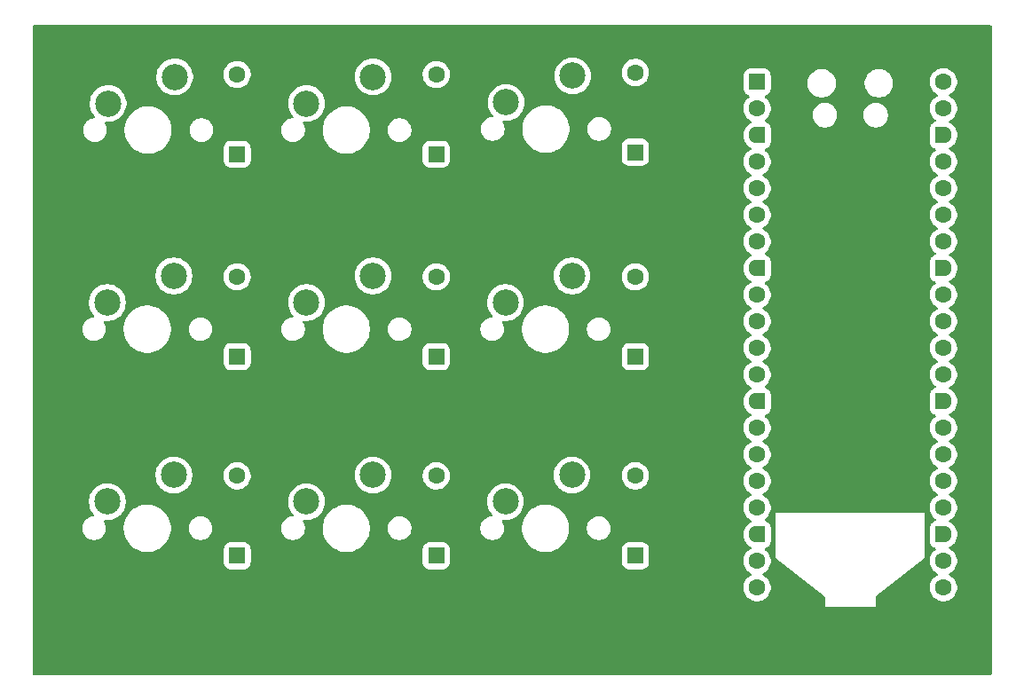
<source format=gbr>
%TF.GenerationSoftware,KiCad,Pcbnew,9.0.2*%
%TF.CreationDate,2025-05-16T17:45:02-05:00*%
%TF.ProjectId,main,6d61696e-2e6b-4696-9361-645f70636258,rev?*%
%TF.SameCoordinates,Original*%
%TF.FileFunction,Copper,L2,Bot*%
%TF.FilePolarity,Positive*%
%FSLAX46Y46*%
G04 Gerber Fmt 4.6, Leading zero omitted, Abs format (unit mm)*
G04 Created by KiCad (PCBNEW 9.0.2) date 2025-05-16 17:45:02*
%MOMM*%
%LPD*%
G01*
G04 APERTURE LIST*
G04 Aperture macros list*
%AMRoundRect*
0 Rectangle with rounded corners*
0 $1 Rounding radius*
0 $2 $3 $4 $5 $6 $7 $8 $9 X,Y pos of 4 corners*
0 Add a 4 corners polygon primitive as box body*
4,1,4,$2,$3,$4,$5,$6,$7,$8,$9,$2,$3,0*
0 Add four circle primitives for the rounded corners*
1,1,$1+$1,$2,$3*
1,1,$1+$1,$4,$5*
1,1,$1+$1,$6,$7*
1,1,$1+$1,$8,$9*
0 Add four rect primitives between the rounded corners*
20,1,$1+$1,$2,$3,$4,$5,0*
20,1,$1+$1,$4,$5,$6,$7,0*
20,1,$1+$1,$6,$7,$8,$9,0*
20,1,$1+$1,$8,$9,$2,$3,0*%
%AMFreePoly0*
4,1,37,0.000000,0.796148,0.078414,0.796148,0.232228,0.765552,0.377117,0.705537,0.507515,0.618408,0.618408,0.507515,0.705537,0.377117,0.765552,0.232228,0.796148,0.078414,0.796148,-0.078414,0.765552,-0.232228,0.705537,-0.377117,0.618408,-0.507515,0.507515,-0.618408,0.377117,-0.705537,0.232228,-0.765552,0.078414,-0.796148,0.000000,-0.796148,0.000000,-0.800000,-0.600000,-0.800000,
-0.603843,-0.796157,-0.639018,-0.796157,-0.711114,-0.766294,-0.766294,-0.711114,-0.796157,-0.639018,-0.796157,-0.603843,-0.800000,-0.600000,-0.800000,0.600000,-0.796157,0.603843,-0.796157,0.639018,-0.766294,0.711114,-0.711114,0.766294,-0.639018,0.796157,-0.603843,0.796157,-0.600000,0.800000,0.000000,0.800000,0.000000,0.796148,0.000000,0.796148,$1*%
%AMFreePoly1*
4,1,37,0.603843,0.796157,0.639018,0.796157,0.711114,0.766294,0.766294,0.711114,0.796157,0.639018,0.796157,0.603843,0.800000,0.600000,0.800000,-0.600000,0.796157,-0.603843,0.796157,-0.639018,0.766294,-0.711114,0.711114,-0.766294,0.639018,-0.796157,0.603843,-0.796157,0.600000,-0.800000,0.000000,-0.800000,0.000000,-0.796148,-0.078414,-0.796148,-0.232228,-0.765552,-0.377117,-0.705537,
-0.507515,-0.618408,-0.618408,-0.507515,-0.705537,-0.377117,-0.765552,-0.232228,-0.796148,-0.078414,-0.796148,0.078414,-0.765552,0.232228,-0.705537,0.377117,-0.618408,0.507515,-0.507515,0.618408,-0.377117,0.705537,-0.232228,0.765552,-0.078414,0.796148,0.000000,0.796148,0.000000,0.800000,0.600000,0.800000,0.603843,0.796157,0.603843,0.796157,$1*%
G04 Aperture macros list end*
%TA.AperFunction,ComponentPad*%
%ADD10C,1.600000*%
%TD*%
%TA.AperFunction,ComponentPad*%
%ADD11FreePoly0,0.000000*%
%TD*%
%TA.AperFunction,ComponentPad*%
%ADD12FreePoly1,0.000000*%
%TD*%
%TA.AperFunction,ComponentPad*%
%ADD13RoundRect,0.200000X-0.600000X-0.600000X0.600000X-0.600000X0.600000X0.600000X-0.600000X0.600000X0*%
%TD*%
%TA.AperFunction,ComponentPad*%
%ADD14C,2.500000*%
%TD*%
%TA.AperFunction,ComponentPad*%
%ADD15RoundRect,0.250000X0.550000X-0.550000X0.550000X0.550000X-0.550000X0.550000X-0.550000X-0.550000X0*%
%TD*%
G04 APERTURE END LIST*
D10*
%TO.P,A1,40,VBUS*%
%TO.N,unconnected-(A1-VBUS-Pad40)*%
X197890000Y-60407500D03*
%TO.P,A1,39,VSYS*%
%TO.N,unconnected-(A1-VSYS-Pad39)*%
X197890000Y-62947500D03*
D11*
%TO.P,A1,38,GND*%
%TO.N,Net-(A1-GND-Pad13)*%
X197890000Y-65487500D03*
D10*
%TO.P,A1,37,3V3_EN*%
%TO.N,unconnected-(A1-3V3_EN-Pad37)*%
X197890000Y-68027500D03*
%TO.P,A1,36,3V3*%
%TO.N,unconnected-(A1-3V3-Pad36)*%
X197890000Y-70567500D03*
%TO.P,A1,35,ADC_VREF*%
%TO.N,unconnected-(A1-ADC_VREF-Pad35)*%
X197890000Y-73107500D03*
%TO.P,A1,34,GPIO28_ADC2*%
%TO.N,unconnected-(A1-GPIO28_ADC2-Pad34)*%
X197890000Y-75647500D03*
D11*
%TO.P,A1,33,AGND*%
%TO.N,unconnected-(A1-AGND-Pad33)*%
X197890000Y-78187500D03*
D10*
%TO.P,A1,32,GPIO27_ADC1*%
%TO.N,unconnected-(A1-GPIO27_ADC1-Pad32)*%
X197890000Y-80727500D03*
%TO.P,A1,31,GPIO26_ADC0*%
%TO.N,unconnected-(A1-GPIO26_ADC0-Pad31)*%
X197890000Y-83267500D03*
%TO.P,A1,30,RUN*%
%TO.N,unconnected-(A1-RUN-Pad30)*%
X197890000Y-85807500D03*
%TO.P,A1,29,GPIO22*%
%TO.N,unconnected-(A1-GPIO22-Pad29)*%
X197890000Y-88347500D03*
D11*
%TO.P,A1,28,GND*%
%TO.N,Net-(A1-GND-Pad13)*%
X197890000Y-90887500D03*
D10*
%TO.P,A1,27,GPIO21*%
%TO.N,unconnected-(A1-GPIO21-Pad27)*%
X197890000Y-93427500D03*
%TO.P,A1,26,GPIO20*%
%TO.N,unconnected-(A1-GPIO20-Pad26)*%
X197890000Y-95967500D03*
%TO.P,A1,25,GPIO19*%
%TO.N,unconnected-(A1-GPIO19-Pad25)*%
X197890000Y-98507500D03*
%TO.P,A1,24,GPIO18*%
%TO.N,unconnected-(A1-GPIO18-Pad24)*%
X197890000Y-101047500D03*
D11*
%TO.P,A1,23,GND*%
%TO.N,Net-(A1-GND-Pad13)*%
X197890000Y-103587500D03*
D10*
%TO.P,A1,22,GPIO17*%
%TO.N,unconnected-(A1-GPIO17-Pad22)*%
X197890000Y-106127500D03*
%TO.P,A1,21,GPIO16*%
%TO.N,unconnected-(A1-GPIO16-Pad21)*%
X197890000Y-108667500D03*
%TO.P,A1,20,GPIO15*%
%TO.N,unconnected-(A1-GPIO15-Pad20)*%
X180110000Y-108667500D03*
%TO.P,A1,19,GPIO14*%
%TO.N,unconnected-(A1-GPIO14-Pad19)*%
X180110000Y-106127500D03*
D12*
%TO.P,A1,18,GND*%
%TO.N,Net-(A1-GND-Pad13)*%
X180110000Y-103587500D03*
D10*
%TO.P,A1,17,GPIO13*%
%TO.N,unconnected-(A1-GPIO13-Pad17)*%
X180110000Y-101047500D03*
%TO.P,A1,16,GPIO12*%
%TO.N,unconnected-(A1-GPIO12-Pad16)*%
X180110000Y-98507500D03*
%TO.P,A1,15,GPIO11*%
%TO.N,unconnected-(A1-GPIO11-Pad15)*%
X180110000Y-95967500D03*
%TO.P,A1,14,GPIO10*%
%TO.N,unconnected-(A1-GPIO10-Pad14)*%
X180110000Y-93427500D03*
D12*
%TO.P,A1,13,GND*%
%TO.N,Net-(A1-GND-Pad13)*%
X180110000Y-90887500D03*
D10*
%TO.P,A1,12,GPIO9*%
%TO.N,unconnected-(A1-GPIO9-Pad12)*%
X180110000Y-88347500D03*
%TO.P,A1,11,GPIO8*%
%TO.N,unconnected-(A1-GPIO8-Pad11)*%
X180110000Y-85807500D03*
%TO.P,A1,10,GPIO7*%
%TO.N,unconnected-(A1-GPIO7-Pad10)*%
X180110000Y-83267500D03*
%TO.P,A1,9,GPIO6*%
%TO.N,col 3*%
X180110000Y-80727500D03*
D12*
%TO.P,A1,8,GND*%
%TO.N,Net-(A1-GND-Pad13)*%
X180110000Y-78187500D03*
D10*
%TO.P,A1,7,GPIO5*%
%TO.N,col 2*%
X180110000Y-75647500D03*
%TO.P,A1,6,GPIO4*%
%TO.N,col 1*%
X180110000Y-73107500D03*
%TO.P,A1,5,GPIO3*%
%TO.N,unconnected-(A1-GPIO3-Pad5)*%
X180110000Y-70567500D03*
%TO.P,A1,4,GPIO2*%
%TO.N,row 3*%
X180110000Y-68027500D03*
D12*
%TO.P,A1,3,GND*%
%TO.N,Net-(A1-GND-Pad13)*%
X180110000Y-65487500D03*
D10*
%TO.P,A1,2,GPIO1*%
%TO.N,row 2*%
X180110000Y-62947500D03*
D13*
%TO.P,A1,1,GPIO0*%
%TO.N,Net-(A1-GPIO0)*%
X180110000Y-60407500D03*
%TD*%
D14*
%TO.P,SW9,2,2*%
%TO.N,Net-(D9-A)*%
X162460000Y-97920000D03*
%TO.P,SW9,1,1*%
%TO.N,col 3*%
X156110000Y-100460000D03*
%TD*%
%TO.P,SW8,2,2*%
%TO.N,Net-(D8-A)*%
X162460000Y-78920000D03*
%TO.P,SW8,1,1*%
%TO.N,col 3*%
X156110000Y-81460000D03*
%TD*%
%TO.P,SW7,2,2*%
%TO.N,Net-(D7-A)*%
X162500000Y-59820000D03*
%TO.P,SW7,1,1*%
%TO.N,col 3*%
X156150000Y-62360000D03*
%TD*%
%TO.P,SW6,2,2*%
%TO.N,Net-(D6-A)*%
X143460000Y-97920000D03*
%TO.P,SW6,1,1*%
%TO.N,col2*%
X137110000Y-100460000D03*
%TD*%
%TO.P,SW5,2,2*%
%TO.N,Net-(D5-A)*%
X143460000Y-78920000D03*
%TO.P,SW5,1,1*%
%TO.N,col2*%
X137110000Y-81460000D03*
%TD*%
%TO.P,SW4,2,2*%
%TO.N,Net-(D4-A)*%
X143460000Y-59920000D03*
%TO.P,SW4,1,1*%
%TO.N,col2*%
X137110000Y-62460000D03*
%TD*%
%TO.P,SW3,2,2*%
%TO.N,Net-(D3-A)*%
X124460000Y-97920000D03*
%TO.P,SW3,1,1*%
%TO.N,col 1*%
X118110000Y-100460000D03*
%TD*%
%TO.P,SW2,2,2*%
%TO.N,Net-(D2-A)*%
X124460000Y-78920000D03*
%TO.P,SW2,1,1*%
%TO.N,col 1*%
X118110000Y-81460000D03*
%TD*%
%TO.P,SW1,2,2*%
%TO.N,Net-(D1-A)*%
X124540000Y-59920000D03*
%TO.P,SW1,1,1*%
%TO.N,col 1*%
X118190000Y-62460000D03*
%TD*%
D15*
%TO.P,D7,1,K*%
%TO.N,Net-(A1-GPIO0)*%
X168500000Y-67120000D03*
D10*
%TO.P,D7,2,A*%
%TO.N,Net-(D7-A)*%
X168500000Y-59500000D03*
%TD*%
D15*
%TO.P,D4,1,K*%
%TO.N,Net-(A1-GPIO0)*%
X149500000Y-67310000D03*
D10*
%TO.P,D4,2,A*%
%TO.N,Net-(D4-A)*%
X149500000Y-59690000D03*
%TD*%
D15*
%TO.P,D1,1,K*%
%TO.N,Net-(A1-GPIO0)*%
X130500000Y-67310000D03*
D10*
%TO.P,D1,2,A*%
%TO.N,Net-(D1-A)*%
X130500000Y-59690000D03*
%TD*%
%TO.P,D2,2,A*%
%TO.N,Net-(D2-A)*%
X130500000Y-79000000D03*
D15*
%TO.P,D2,1,K*%
%TO.N,row 2*%
X130500000Y-86620000D03*
%TD*%
D10*
%TO.P,D5,2,A*%
%TO.N,Net-(D5-A)*%
X149500000Y-79000000D03*
D15*
%TO.P,D5,1,K*%
%TO.N,row 2*%
X149500000Y-86620000D03*
%TD*%
D10*
%TO.P,D9,2,A*%
%TO.N,Net-(D9-A)*%
X168500000Y-98000000D03*
D15*
%TO.P,D9,1,K*%
%TO.N,row 3*%
X168500000Y-105620000D03*
%TD*%
D10*
%TO.P,D3,2,A*%
%TO.N,Net-(D3-A)*%
X130500000Y-98000000D03*
D15*
%TO.P,D3,1,K*%
%TO.N,row 3*%
X130500000Y-105620000D03*
%TD*%
D10*
%TO.P,D6,2,A*%
%TO.N,Net-(D6-A)*%
X149500000Y-98000000D03*
D15*
%TO.P,D6,1,K*%
%TO.N,row 3*%
X149500000Y-105620000D03*
%TD*%
D10*
%TO.P,D8,2,A*%
%TO.N,Net-(D8-A)*%
X168500000Y-79000000D03*
D15*
%TO.P,D8,1,K*%
%TO.N,row 2*%
X168500000Y-86620000D03*
%TD*%
%TA.AperFunction,NonConductor*%
G36*
X202443039Y-55019685D02*
G01*
X202488794Y-55072489D01*
X202500000Y-55124000D01*
X202500000Y-116876000D01*
X202480315Y-116943039D01*
X202427511Y-116988794D01*
X202376000Y-117000000D01*
X111124000Y-117000000D01*
X111056961Y-116980315D01*
X111011206Y-116927511D01*
X111000000Y-116876000D01*
X111000000Y-102911421D01*
X115714500Y-102911421D01*
X115714500Y-103088578D01*
X115742214Y-103263556D01*
X115796956Y-103432039D01*
X115796957Y-103432042D01*
X115877386Y-103589890D01*
X115981517Y-103733214D01*
X116106786Y-103858483D01*
X116250110Y-103962614D01*
X116318577Y-103997500D01*
X116407957Y-104043042D01*
X116407960Y-104043043D01*
X116492201Y-104070414D01*
X116576445Y-104097786D01*
X116751421Y-104125500D01*
X116751422Y-104125500D01*
X116928578Y-104125500D01*
X116928579Y-104125500D01*
X117103555Y-104097786D01*
X117272042Y-104043042D01*
X117429890Y-103962614D01*
X117573214Y-103858483D01*
X117698483Y-103733214D01*
X117802614Y-103589890D01*
X117883042Y-103432042D01*
X117937786Y-103263555D01*
X117965500Y-103088579D01*
X117965500Y-102911421D01*
X117956165Y-102852486D01*
X119669500Y-102852486D01*
X119669500Y-103147513D01*
X119684778Y-103263555D01*
X119708007Y-103439993D01*
X119784361Y-103724951D01*
X119784364Y-103724961D01*
X119897254Y-103997500D01*
X119897258Y-103997510D01*
X120044761Y-104252993D01*
X120224352Y-104487040D01*
X120224358Y-104487047D01*
X120432952Y-104695641D01*
X120432959Y-104695647D01*
X120667006Y-104875238D01*
X120922489Y-105022741D01*
X120922490Y-105022741D01*
X120922493Y-105022743D01*
X121133296Y-105110060D01*
X121194794Y-105135534D01*
X121195048Y-105135639D01*
X121480007Y-105211993D01*
X121772494Y-105250500D01*
X121772501Y-105250500D01*
X122067499Y-105250500D01*
X122067506Y-105250500D01*
X122359993Y-105211993D01*
X122644952Y-105135639D01*
X122917507Y-105022743D01*
X122922287Y-105019983D01*
X129199500Y-105019983D01*
X129199500Y-106220001D01*
X129199501Y-106220018D01*
X129210000Y-106322796D01*
X129210001Y-106322799D01*
X129265185Y-106489331D01*
X129265186Y-106489334D01*
X129357288Y-106638656D01*
X129481344Y-106762712D01*
X129630666Y-106854814D01*
X129797203Y-106909999D01*
X129899991Y-106920500D01*
X131100008Y-106920499D01*
X131202797Y-106909999D01*
X131369334Y-106854814D01*
X131518656Y-106762712D01*
X131642712Y-106638656D01*
X131734814Y-106489334D01*
X131789999Y-106322797D01*
X131800500Y-106220009D01*
X131800499Y-105019992D01*
X131789999Y-104917203D01*
X131734814Y-104750666D01*
X131642712Y-104601344D01*
X131518656Y-104477288D01*
X131369334Y-104385186D01*
X131202797Y-104330001D01*
X131202795Y-104330000D01*
X131100010Y-104319500D01*
X129899998Y-104319500D01*
X129899981Y-104319501D01*
X129797203Y-104330000D01*
X129797200Y-104330001D01*
X129630668Y-104385185D01*
X129630663Y-104385187D01*
X129481342Y-104477289D01*
X129357289Y-104601342D01*
X129265187Y-104750663D01*
X129265185Y-104750668D01*
X129252223Y-104789786D01*
X129210001Y-104917203D01*
X129210001Y-104917204D01*
X129210000Y-104917204D01*
X129199500Y-105019983D01*
X122922287Y-105019983D01*
X123008147Y-104970412D01*
X123113743Y-104909447D01*
X123147245Y-104890104D01*
X123172994Y-104875238D01*
X123407042Y-104695646D01*
X123615646Y-104487042D01*
X123795238Y-104252994D01*
X123942743Y-103997507D01*
X124055639Y-103724952D01*
X124131993Y-103439993D01*
X124170500Y-103147506D01*
X124170500Y-102911421D01*
X125874500Y-102911421D01*
X125874500Y-103088578D01*
X125902214Y-103263556D01*
X125956956Y-103432039D01*
X125956957Y-103432042D01*
X126037386Y-103589890D01*
X126141517Y-103733214D01*
X126266786Y-103858483D01*
X126410110Y-103962614D01*
X126478577Y-103997500D01*
X126567957Y-104043042D01*
X126567960Y-104043043D01*
X126652201Y-104070414D01*
X126736445Y-104097786D01*
X126911421Y-104125500D01*
X126911422Y-104125500D01*
X127088578Y-104125500D01*
X127088579Y-104125500D01*
X127263555Y-104097786D01*
X127432042Y-104043042D01*
X127589890Y-103962614D01*
X127733214Y-103858483D01*
X127858483Y-103733214D01*
X127962614Y-103589890D01*
X128043042Y-103432042D01*
X128097786Y-103263555D01*
X128125500Y-103088579D01*
X128125500Y-102911421D01*
X134714500Y-102911421D01*
X134714500Y-103088578D01*
X134742214Y-103263556D01*
X134796956Y-103432039D01*
X134796957Y-103432042D01*
X134877386Y-103589890D01*
X134981517Y-103733214D01*
X135106786Y-103858483D01*
X135250110Y-103962614D01*
X135318577Y-103997500D01*
X135407957Y-104043042D01*
X135407960Y-104043043D01*
X135492201Y-104070414D01*
X135576445Y-104097786D01*
X135751421Y-104125500D01*
X135751422Y-104125500D01*
X135928578Y-104125500D01*
X135928579Y-104125500D01*
X136103555Y-104097786D01*
X136272042Y-104043042D01*
X136429890Y-103962614D01*
X136573214Y-103858483D01*
X136698483Y-103733214D01*
X136802614Y-103589890D01*
X136883042Y-103432042D01*
X136937786Y-103263555D01*
X136965500Y-103088579D01*
X136965500Y-102911421D01*
X136956165Y-102852486D01*
X138669500Y-102852486D01*
X138669500Y-103147513D01*
X138684778Y-103263555D01*
X138708007Y-103439993D01*
X138784361Y-103724951D01*
X138784364Y-103724961D01*
X138897254Y-103997500D01*
X138897258Y-103997510D01*
X139044761Y-104252993D01*
X139224352Y-104487040D01*
X139224358Y-104487047D01*
X139432952Y-104695641D01*
X139432959Y-104695647D01*
X139667006Y-104875238D01*
X139922489Y-105022741D01*
X139922490Y-105022741D01*
X139922493Y-105022743D01*
X140133296Y-105110060D01*
X140194794Y-105135534D01*
X140195048Y-105135639D01*
X140480007Y-105211993D01*
X140772494Y-105250500D01*
X140772501Y-105250500D01*
X141067499Y-105250500D01*
X141067506Y-105250500D01*
X141359993Y-105211993D01*
X141644952Y-105135639D01*
X141917507Y-105022743D01*
X141922287Y-105019983D01*
X148199500Y-105019983D01*
X148199500Y-106220001D01*
X148199501Y-106220018D01*
X148210000Y-106322796D01*
X148210001Y-106322799D01*
X148265185Y-106489331D01*
X148265186Y-106489334D01*
X148357288Y-106638656D01*
X148481344Y-106762712D01*
X148630666Y-106854814D01*
X148797203Y-106909999D01*
X148899991Y-106920500D01*
X150100008Y-106920499D01*
X150202797Y-106909999D01*
X150369334Y-106854814D01*
X150518656Y-106762712D01*
X150642712Y-106638656D01*
X150734814Y-106489334D01*
X150789999Y-106322797D01*
X150800500Y-106220009D01*
X150800499Y-105019992D01*
X150789999Y-104917203D01*
X150734814Y-104750666D01*
X150642712Y-104601344D01*
X150518656Y-104477288D01*
X150369334Y-104385186D01*
X150202797Y-104330001D01*
X150202795Y-104330000D01*
X150100010Y-104319500D01*
X148899998Y-104319500D01*
X148899981Y-104319501D01*
X148797203Y-104330000D01*
X148797200Y-104330001D01*
X148630668Y-104385185D01*
X148630663Y-104385187D01*
X148481342Y-104477289D01*
X148357289Y-104601342D01*
X148265187Y-104750663D01*
X148265185Y-104750668D01*
X148252223Y-104789786D01*
X148210001Y-104917203D01*
X148210001Y-104917204D01*
X148210000Y-104917204D01*
X148199500Y-105019983D01*
X141922287Y-105019983D01*
X142008147Y-104970412D01*
X142113743Y-104909447D01*
X142147245Y-104890104D01*
X142172994Y-104875238D01*
X142407042Y-104695646D01*
X142615646Y-104487042D01*
X142795238Y-104252994D01*
X142942743Y-103997507D01*
X143055639Y-103724952D01*
X143131993Y-103439993D01*
X143170500Y-103147506D01*
X143170500Y-102911421D01*
X144874500Y-102911421D01*
X144874500Y-103088578D01*
X144902214Y-103263556D01*
X144956956Y-103432039D01*
X144956957Y-103432042D01*
X145037386Y-103589890D01*
X145141517Y-103733214D01*
X145266786Y-103858483D01*
X145410110Y-103962614D01*
X145478577Y-103997500D01*
X145567957Y-104043042D01*
X145567960Y-104043043D01*
X145652201Y-104070414D01*
X145736445Y-104097786D01*
X145911421Y-104125500D01*
X145911422Y-104125500D01*
X146088578Y-104125500D01*
X146088579Y-104125500D01*
X146263555Y-104097786D01*
X146432042Y-104043042D01*
X146589890Y-103962614D01*
X146733214Y-103858483D01*
X146858483Y-103733214D01*
X146962614Y-103589890D01*
X147043042Y-103432042D01*
X147097786Y-103263555D01*
X147125500Y-103088579D01*
X147125500Y-102911421D01*
X153714500Y-102911421D01*
X153714500Y-103088578D01*
X153742214Y-103263556D01*
X153796956Y-103432039D01*
X153796957Y-103432042D01*
X153877386Y-103589890D01*
X153981517Y-103733214D01*
X154106786Y-103858483D01*
X154250110Y-103962614D01*
X154318577Y-103997500D01*
X154407957Y-104043042D01*
X154407960Y-104043043D01*
X154492201Y-104070414D01*
X154576445Y-104097786D01*
X154751421Y-104125500D01*
X154751422Y-104125500D01*
X154928578Y-104125500D01*
X154928579Y-104125500D01*
X155103555Y-104097786D01*
X155272042Y-104043042D01*
X155429890Y-103962614D01*
X155573214Y-103858483D01*
X155698483Y-103733214D01*
X155802614Y-103589890D01*
X155883042Y-103432042D01*
X155937786Y-103263555D01*
X155965500Y-103088579D01*
X155965500Y-102911421D01*
X155956165Y-102852486D01*
X157669500Y-102852486D01*
X157669500Y-103147513D01*
X157684778Y-103263555D01*
X157708007Y-103439993D01*
X157784361Y-103724951D01*
X157784364Y-103724961D01*
X157897254Y-103997500D01*
X157897258Y-103997510D01*
X158044761Y-104252993D01*
X158224352Y-104487040D01*
X158224358Y-104487047D01*
X158432952Y-104695641D01*
X158432959Y-104695647D01*
X158667006Y-104875238D01*
X158922489Y-105022741D01*
X158922490Y-105022741D01*
X158922493Y-105022743D01*
X159133296Y-105110060D01*
X159194794Y-105135534D01*
X159195048Y-105135639D01*
X159480007Y-105211993D01*
X159772494Y-105250500D01*
X159772501Y-105250500D01*
X160067499Y-105250500D01*
X160067506Y-105250500D01*
X160359993Y-105211993D01*
X160644952Y-105135639D01*
X160917507Y-105022743D01*
X160922287Y-105019983D01*
X167199500Y-105019983D01*
X167199500Y-106220001D01*
X167199501Y-106220018D01*
X167210000Y-106322796D01*
X167210001Y-106322799D01*
X167265185Y-106489331D01*
X167265186Y-106489334D01*
X167357288Y-106638656D01*
X167481344Y-106762712D01*
X167630666Y-106854814D01*
X167797203Y-106909999D01*
X167899991Y-106920500D01*
X169100008Y-106920499D01*
X169202797Y-106909999D01*
X169369334Y-106854814D01*
X169518656Y-106762712D01*
X169642712Y-106638656D01*
X169734814Y-106489334D01*
X169789999Y-106322797D01*
X169800500Y-106220009D01*
X169800499Y-105019992D01*
X169789999Y-104917203D01*
X169734814Y-104750666D01*
X169642712Y-104601344D01*
X169518656Y-104477288D01*
X169369334Y-104385186D01*
X169202797Y-104330001D01*
X169202795Y-104330000D01*
X169100010Y-104319500D01*
X167899998Y-104319500D01*
X167899981Y-104319501D01*
X167797203Y-104330000D01*
X167797200Y-104330001D01*
X167630668Y-104385185D01*
X167630663Y-104385187D01*
X167481342Y-104477289D01*
X167357289Y-104601342D01*
X167265187Y-104750663D01*
X167265185Y-104750668D01*
X167252223Y-104789786D01*
X167210001Y-104917203D01*
X167210001Y-104917204D01*
X167210000Y-104917204D01*
X167199500Y-105019983D01*
X160922287Y-105019983D01*
X161008147Y-104970412D01*
X161113743Y-104909447D01*
X161147245Y-104890104D01*
X161172994Y-104875238D01*
X161407042Y-104695646D01*
X161615646Y-104487042D01*
X161795238Y-104252994D01*
X161942743Y-103997507D01*
X162055639Y-103724952D01*
X162131993Y-103439993D01*
X162170500Y-103147506D01*
X162170500Y-102911421D01*
X163874500Y-102911421D01*
X163874500Y-103088578D01*
X163902214Y-103263556D01*
X163956956Y-103432039D01*
X163956957Y-103432042D01*
X164037386Y-103589890D01*
X164141517Y-103733214D01*
X164266786Y-103858483D01*
X164410110Y-103962614D01*
X164478577Y-103997500D01*
X164567957Y-104043042D01*
X164567960Y-104043043D01*
X164652201Y-104070414D01*
X164736445Y-104097786D01*
X164911421Y-104125500D01*
X164911422Y-104125500D01*
X165088578Y-104125500D01*
X165088579Y-104125500D01*
X165263555Y-104097786D01*
X165432042Y-104043042D01*
X165589890Y-103962614D01*
X165733214Y-103858483D01*
X165858483Y-103733214D01*
X165962614Y-103589890D01*
X166043042Y-103432042D01*
X166097786Y-103263555D01*
X166125500Y-103088579D01*
X166125500Y-102911421D01*
X166097786Y-102736445D01*
X166063833Y-102631946D01*
X166043043Y-102567960D01*
X166043042Y-102567957D01*
X165987137Y-102458239D01*
X165962614Y-102410110D01*
X165858483Y-102266786D01*
X165733214Y-102141517D01*
X165589890Y-102037386D01*
X165581953Y-102033342D01*
X165432042Y-101956957D01*
X165432039Y-101956956D01*
X165263556Y-101902214D01*
X165176067Y-101888357D01*
X165088579Y-101874500D01*
X164911421Y-101874500D01*
X164853095Y-101883738D01*
X164736443Y-101902214D01*
X164567960Y-101956956D01*
X164567957Y-101956957D01*
X164410109Y-102037386D01*
X164333265Y-102093217D01*
X164266786Y-102141517D01*
X164266784Y-102141519D01*
X164266783Y-102141519D01*
X164141519Y-102266783D01*
X164141519Y-102266784D01*
X164141517Y-102266786D01*
X164102506Y-102320480D01*
X164037386Y-102410109D01*
X163956957Y-102567957D01*
X163956956Y-102567960D01*
X163902214Y-102736443D01*
X163874500Y-102911421D01*
X162170500Y-102911421D01*
X162170500Y-102852494D01*
X162131993Y-102560007D01*
X162055639Y-102275048D01*
X162046390Y-102252720D01*
X162000329Y-102141519D01*
X161942743Y-102002493D01*
X161916453Y-101956958D01*
X161795238Y-101747006D01*
X161615647Y-101512959D01*
X161615641Y-101512952D01*
X161407047Y-101304358D01*
X161407040Y-101304352D01*
X161172993Y-101124761D01*
X160917510Y-100977258D01*
X160917500Y-100977254D01*
X160644961Y-100864364D01*
X160644954Y-100864362D01*
X160644952Y-100864361D01*
X160359993Y-100788007D01*
X160311113Y-100781571D01*
X160067513Y-100749500D01*
X160067506Y-100749500D01*
X159772494Y-100749500D01*
X159772486Y-100749500D01*
X159494085Y-100786153D01*
X159480007Y-100788007D01*
X159195048Y-100864361D01*
X159195038Y-100864364D01*
X158922499Y-100977254D01*
X158922489Y-100977258D01*
X158667006Y-101124761D01*
X158432959Y-101304352D01*
X158432952Y-101304358D01*
X158224358Y-101512952D01*
X158224352Y-101512959D01*
X158044761Y-101747006D01*
X157897258Y-102002489D01*
X157897254Y-102002499D01*
X157784364Y-102275038D01*
X157784361Y-102275048D01*
X157735276Y-102458239D01*
X157708008Y-102560004D01*
X157708006Y-102560015D01*
X157669500Y-102852486D01*
X155956165Y-102852486D01*
X155937786Y-102736445D01*
X155903833Y-102631946D01*
X155883043Y-102567960D01*
X155883042Y-102567957D01*
X155827137Y-102458239D01*
X155802614Y-102410110D01*
X155791517Y-102394837D01*
X155768038Y-102329032D01*
X155783863Y-102260978D01*
X155833968Y-102212283D01*
X155902446Y-102198407D01*
X155907977Y-102199008D01*
X155995266Y-102210500D01*
X155995273Y-102210500D01*
X156224727Y-102210500D01*
X156224734Y-102210500D01*
X156452238Y-102180548D01*
X156673887Y-102121158D01*
X156885888Y-102033344D01*
X157084612Y-101918611D01*
X157266661Y-101778919D01*
X157266665Y-101778914D01*
X157266670Y-101778911D01*
X157428911Y-101616670D01*
X157428914Y-101616665D01*
X157428919Y-101616661D01*
X157568611Y-101434612D01*
X157683344Y-101235888D01*
X157771158Y-101023887D01*
X157830548Y-100802238D01*
X157860500Y-100574734D01*
X157860500Y-100345266D01*
X157830548Y-100117762D01*
X157771158Y-99896113D01*
X157683344Y-99684112D01*
X157568611Y-99485388D01*
X157568608Y-99485385D01*
X157568607Y-99485382D01*
X157428918Y-99303338D01*
X157428911Y-99303330D01*
X157266670Y-99141089D01*
X157266661Y-99141081D01*
X157084617Y-99001392D01*
X156885890Y-98886657D01*
X156885876Y-98886650D01*
X156673887Y-98798842D01*
X156452238Y-98739452D01*
X156414215Y-98734446D01*
X156224741Y-98709500D01*
X156224734Y-98709500D01*
X155995266Y-98709500D01*
X155995258Y-98709500D01*
X155778715Y-98738009D01*
X155767762Y-98739452D01*
X155674076Y-98764554D01*
X155546112Y-98798842D01*
X155334123Y-98886650D01*
X155334109Y-98886657D01*
X155135382Y-99001392D01*
X154953338Y-99141081D01*
X154791081Y-99303338D01*
X154651392Y-99485382D01*
X154536657Y-99684109D01*
X154536650Y-99684123D01*
X154448842Y-99896112D01*
X154389453Y-100117759D01*
X154389451Y-100117770D01*
X154359500Y-100345258D01*
X154359500Y-100574741D01*
X154382509Y-100749500D01*
X154389452Y-100802238D01*
X154427744Y-100945148D01*
X154448842Y-101023887D01*
X154536650Y-101235876D01*
X154536657Y-101235890D01*
X154651392Y-101434617D01*
X154791081Y-101616661D01*
X154791089Y-101616670D01*
X154837238Y-101662819D01*
X154870723Y-101724142D01*
X154865739Y-101793834D01*
X154823867Y-101849767D01*
X154758403Y-101874184D01*
X154752967Y-101874378D01*
X154751423Y-101874499D01*
X154576443Y-101902214D01*
X154407960Y-101956956D01*
X154407957Y-101956957D01*
X154250109Y-102037386D01*
X154173265Y-102093217D01*
X154106786Y-102141517D01*
X154106784Y-102141519D01*
X154106783Y-102141519D01*
X153981519Y-102266783D01*
X153981519Y-102266784D01*
X153981517Y-102266786D01*
X153942506Y-102320480D01*
X153877386Y-102410109D01*
X153796957Y-102567957D01*
X153796956Y-102567960D01*
X153742214Y-102736443D01*
X153714500Y-102911421D01*
X147125500Y-102911421D01*
X147097786Y-102736445D01*
X147063833Y-102631946D01*
X147043043Y-102567960D01*
X147043042Y-102567957D01*
X146987137Y-102458239D01*
X146962614Y-102410110D01*
X146858483Y-102266786D01*
X146733214Y-102141517D01*
X146589890Y-102037386D01*
X146581953Y-102033342D01*
X146432042Y-101956957D01*
X146432039Y-101956956D01*
X146263556Y-101902214D01*
X146176067Y-101888357D01*
X146088579Y-101874500D01*
X145911421Y-101874500D01*
X145853095Y-101883738D01*
X145736443Y-101902214D01*
X145567960Y-101956956D01*
X145567957Y-101956957D01*
X145410109Y-102037386D01*
X145333265Y-102093217D01*
X145266786Y-102141517D01*
X145266784Y-102141519D01*
X145266783Y-102141519D01*
X145141519Y-102266783D01*
X145141519Y-102266784D01*
X145141517Y-102266786D01*
X145102506Y-102320480D01*
X145037386Y-102410109D01*
X144956957Y-102567957D01*
X144956956Y-102567960D01*
X144902214Y-102736443D01*
X144874500Y-102911421D01*
X143170500Y-102911421D01*
X143170500Y-102852494D01*
X143131993Y-102560007D01*
X143055639Y-102275048D01*
X143046390Y-102252720D01*
X143000329Y-102141519D01*
X142942743Y-102002493D01*
X142916453Y-101956958D01*
X142795238Y-101747006D01*
X142615647Y-101512959D01*
X142615641Y-101512952D01*
X142407047Y-101304358D01*
X142407040Y-101304352D01*
X142172993Y-101124761D01*
X141917510Y-100977258D01*
X141917500Y-100977254D01*
X141644961Y-100864364D01*
X141644954Y-100864362D01*
X141644952Y-100864361D01*
X141359993Y-100788007D01*
X141311113Y-100781571D01*
X141067513Y-100749500D01*
X141067506Y-100749500D01*
X140772494Y-100749500D01*
X140772486Y-100749500D01*
X140494085Y-100786153D01*
X140480007Y-100788007D01*
X140195048Y-100864361D01*
X140195038Y-100864364D01*
X139922499Y-100977254D01*
X139922489Y-100977258D01*
X139667006Y-101124761D01*
X139432959Y-101304352D01*
X139432952Y-101304358D01*
X139224358Y-101512952D01*
X139224352Y-101512959D01*
X139044761Y-101747006D01*
X138897258Y-102002489D01*
X138897254Y-102002499D01*
X138784364Y-102275038D01*
X138784361Y-102275048D01*
X138735276Y-102458239D01*
X138708008Y-102560004D01*
X138708006Y-102560015D01*
X138669500Y-102852486D01*
X136956165Y-102852486D01*
X136937786Y-102736445D01*
X136903833Y-102631946D01*
X136883043Y-102567960D01*
X136883042Y-102567957D01*
X136827137Y-102458239D01*
X136802614Y-102410110D01*
X136791517Y-102394837D01*
X136768038Y-102329032D01*
X136783863Y-102260978D01*
X136833968Y-102212283D01*
X136902446Y-102198407D01*
X136907977Y-102199008D01*
X136995266Y-102210500D01*
X136995273Y-102210500D01*
X137224727Y-102210500D01*
X137224734Y-102210500D01*
X137452238Y-102180548D01*
X137673887Y-102121158D01*
X137885888Y-102033344D01*
X138084612Y-101918611D01*
X138266661Y-101778919D01*
X138266665Y-101778914D01*
X138266670Y-101778911D01*
X138428911Y-101616670D01*
X138428914Y-101616665D01*
X138428919Y-101616661D01*
X138568611Y-101434612D01*
X138683344Y-101235888D01*
X138771158Y-101023887D01*
X138830548Y-100802238D01*
X138860500Y-100574734D01*
X138860500Y-100345266D01*
X138830548Y-100117762D01*
X138771158Y-99896113D01*
X138683344Y-99684112D01*
X138568611Y-99485388D01*
X138568608Y-99485385D01*
X138568607Y-99485382D01*
X138428918Y-99303338D01*
X138428911Y-99303330D01*
X138266670Y-99141089D01*
X138266661Y-99141081D01*
X138084617Y-99001392D01*
X137885890Y-98886657D01*
X137885876Y-98886650D01*
X137673887Y-98798842D01*
X137452238Y-98739452D01*
X137414215Y-98734446D01*
X137224741Y-98709500D01*
X137224734Y-98709500D01*
X136995266Y-98709500D01*
X136995258Y-98709500D01*
X136778715Y-98738009D01*
X136767762Y-98739452D01*
X136674076Y-98764554D01*
X136546112Y-98798842D01*
X136334123Y-98886650D01*
X136334109Y-98886657D01*
X136135382Y-99001392D01*
X135953338Y-99141081D01*
X135791081Y-99303338D01*
X135651392Y-99485382D01*
X135536657Y-99684109D01*
X135536650Y-99684123D01*
X135448842Y-99896112D01*
X135389453Y-100117759D01*
X135389451Y-100117770D01*
X135359500Y-100345258D01*
X135359500Y-100574741D01*
X135382509Y-100749500D01*
X135389452Y-100802238D01*
X135427744Y-100945148D01*
X135448842Y-101023887D01*
X135536650Y-101235876D01*
X135536657Y-101235890D01*
X135651392Y-101434617D01*
X135791081Y-101616661D01*
X135791089Y-101616670D01*
X135837238Y-101662819D01*
X135870723Y-101724142D01*
X135865739Y-101793834D01*
X135823867Y-101849767D01*
X135758403Y-101874184D01*
X135752967Y-101874378D01*
X135751423Y-101874499D01*
X135576443Y-101902214D01*
X135407960Y-101956956D01*
X135407957Y-101956957D01*
X135250109Y-102037386D01*
X135173265Y-102093217D01*
X135106786Y-102141517D01*
X135106784Y-102141519D01*
X135106783Y-102141519D01*
X134981519Y-102266783D01*
X134981519Y-102266784D01*
X134981517Y-102266786D01*
X134942506Y-102320480D01*
X134877386Y-102410109D01*
X134796957Y-102567957D01*
X134796956Y-102567960D01*
X134742214Y-102736443D01*
X134714500Y-102911421D01*
X128125500Y-102911421D01*
X128097786Y-102736445D01*
X128063833Y-102631946D01*
X128043043Y-102567960D01*
X128043042Y-102567957D01*
X127987137Y-102458239D01*
X127962614Y-102410110D01*
X127858483Y-102266786D01*
X127733214Y-102141517D01*
X127589890Y-102037386D01*
X127581953Y-102033342D01*
X127432042Y-101956957D01*
X127432039Y-101956956D01*
X127263556Y-101902214D01*
X127176067Y-101888357D01*
X127088579Y-101874500D01*
X126911421Y-101874500D01*
X126853095Y-101883738D01*
X126736443Y-101902214D01*
X126567960Y-101956956D01*
X126567957Y-101956957D01*
X126410109Y-102037386D01*
X126333265Y-102093217D01*
X126266786Y-102141517D01*
X126266784Y-102141519D01*
X126266783Y-102141519D01*
X126141519Y-102266783D01*
X126141519Y-102266784D01*
X126141517Y-102266786D01*
X126102506Y-102320480D01*
X126037386Y-102410109D01*
X125956957Y-102567957D01*
X125956956Y-102567960D01*
X125902214Y-102736443D01*
X125874500Y-102911421D01*
X124170500Y-102911421D01*
X124170500Y-102852494D01*
X124131993Y-102560007D01*
X124055639Y-102275048D01*
X124046390Y-102252720D01*
X124000329Y-102141519D01*
X123942743Y-102002493D01*
X123916453Y-101956958D01*
X123795238Y-101747006D01*
X123615647Y-101512959D01*
X123615641Y-101512952D01*
X123407047Y-101304358D01*
X123407040Y-101304352D01*
X123172993Y-101124761D01*
X122917510Y-100977258D01*
X122917500Y-100977254D01*
X122644961Y-100864364D01*
X122644954Y-100864362D01*
X122644952Y-100864361D01*
X122359993Y-100788007D01*
X122311113Y-100781571D01*
X122067513Y-100749500D01*
X122067506Y-100749500D01*
X121772494Y-100749500D01*
X121772486Y-100749500D01*
X121494085Y-100786153D01*
X121480007Y-100788007D01*
X121195048Y-100864361D01*
X121195038Y-100864364D01*
X120922499Y-100977254D01*
X120922489Y-100977258D01*
X120667006Y-101124761D01*
X120432959Y-101304352D01*
X120432952Y-101304358D01*
X120224358Y-101512952D01*
X120224352Y-101512959D01*
X120044761Y-101747006D01*
X119897258Y-102002489D01*
X119897254Y-102002499D01*
X119784364Y-102275038D01*
X119784361Y-102275048D01*
X119735276Y-102458239D01*
X119708008Y-102560004D01*
X119708006Y-102560015D01*
X119669500Y-102852486D01*
X117956165Y-102852486D01*
X117937786Y-102736445D01*
X117903833Y-102631946D01*
X117883043Y-102567960D01*
X117883042Y-102567957D01*
X117827137Y-102458239D01*
X117802614Y-102410110D01*
X117791517Y-102394837D01*
X117768038Y-102329032D01*
X117783863Y-102260978D01*
X117833968Y-102212283D01*
X117902446Y-102198407D01*
X117907977Y-102199008D01*
X117995266Y-102210500D01*
X117995273Y-102210500D01*
X118224727Y-102210500D01*
X118224734Y-102210500D01*
X118452238Y-102180548D01*
X118673887Y-102121158D01*
X118885888Y-102033344D01*
X119084612Y-101918611D01*
X119266661Y-101778919D01*
X119266665Y-101778914D01*
X119266670Y-101778911D01*
X119428911Y-101616670D01*
X119428914Y-101616665D01*
X119428919Y-101616661D01*
X119568611Y-101434612D01*
X119683344Y-101235888D01*
X119771158Y-101023887D01*
X119830548Y-100802238D01*
X119860500Y-100574734D01*
X119860500Y-100345266D01*
X119830548Y-100117762D01*
X119771158Y-99896113D01*
X119683344Y-99684112D01*
X119568611Y-99485388D01*
X119568608Y-99485385D01*
X119568607Y-99485382D01*
X119428918Y-99303338D01*
X119428911Y-99303330D01*
X119266670Y-99141089D01*
X119266661Y-99141081D01*
X119084617Y-99001392D01*
X118885890Y-98886657D01*
X118885876Y-98886650D01*
X118673887Y-98798842D01*
X118452238Y-98739452D01*
X118414215Y-98734446D01*
X118224741Y-98709500D01*
X118224734Y-98709500D01*
X117995266Y-98709500D01*
X117995258Y-98709500D01*
X117778715Y-98738009D01*
X117767762Y-98739452D01*
X117674076Y-98764554D01*
X117546112Y-98798842D01*
X117334123Y-98886650D01*
X117334109Y-98886657D01*
X117135382Y-99001392D01*
X116953338Y-99141081D01*
X116791081Y-99303338D01*
X116651392Y-99485382D01*
X116536657Y-99684109D01*
X116536650Y-99684123D01*
X116448842Y-99896112D01*
X116389453Y-100117759D01*
X116389451Y-100117770D01*
X116359500Y-100345258D01*
X116359500Y-100574741D01*
X116382509Y-100749500D01*
X116389452Y-100802238D01*
X116427744Y-100945148D01*
X116448842Y-101023887D01*
X116536650Y-101235876D01*
X116536657Y-101235890D01*
X116651392Y-101434617D01*
X116791081Y-101616661D01*
X116791089Y-101616670D01*
X116837238Y-101662819D01*
X116870723Y-101724142D01*
X116865739Y-101793834D01*
X116823867Y-101849767D01*
X116758403Y-101874184D01*
X116752967Y-101874378D01*
X116751423Y-101874499D01*
X116576443Y-101902214D01*
X116407960Y-101956956D01*
X116407957Y-101956957D01*
X116250109Y-102037386D01*
X116173265Y-102093217D01*
X116106786Y-102141517D01*
X116106784Y-102141519D01*
X116106783Y-102141519D01*
X115981519Y-102266783D01*
X115981519Y-102266784D01*
X115981517Y-102266786D01*
X115942506Y-102320480D01*
X115877386Y-102410109D01*
X115796957Y-102567957D01*
X115796956Y-102567960D01*
X115742214Y-102736443D01*
X115714500Y-102911421D01*
X111000000Y-102911421D01*
X111000000Y-97805258D01*
X122709500Y-97805258D01*
X122709500Y-98034741D01*
X122734446Y-98224215D01*
X122739452Y-98262238D01*
X122739453Y-98262240D01*
X122798842Y-98483887D01*
X122886650Y-98695876D01*
X122886657Y-98695890D01*
X123001392Y-98894617D01*
X123141081Y-99076661D01*
X123141089Y-99076670D01*
X123303330Y-99238911D01*
X123303338Y-99238918D01*
X123303339Y-99238919D01*
X123353962Y-99277764D01*
X123485382Y-99378607D01*
X123485385Y-99378608D01*
X123485388Y-99378611D01*
X123684112Y-99493344D01*
X123684117Y-99493346D01*
X123684123Y-99493349D01*
X123775480Y-99531190D01*
X123896113Y-99581158D01*
X124117762Y-99640548D01*
X124345266Y-99670500D01*
X124345273Y-99670500D01*
X124574727Y-99670500D01*
X124574734Y-99670500D01*
X124802238Y-99640548D01*
X125023887Y-99581158D01*
X125235888Y-99493344D01*
X125434612Y-99378611D01*
X125616661Y-99238919D01*
X125616665Y-99238914D01*
X125616670Y-99238911D01*
X125778911Y-99076670D01*
X125778914Y-99076665D01*
X125778919Y-99076661D01*
X125918611Y-98894612D01*
X126033344Y-98695888D01*
X126121158Y-98483887D01*
X126180548Y-98262238D01*
X126210500Y-98034734D01*
X126210500Y-97897648D01*
X129199500Y-97897648D01*
X129199500Y-98102351D01*
X129231522Y-98304534D01*
X129294781Y-98499223D01*
X129387715Y-98681613D01*
X129508028Y-98847213D01*
X129652786Y-98991971D01*
X129769367Y-99076670D01*
X129818390Y-99112287D01*
X129934607Y-99171503D01*
X130000776Y-99205218D01*
X130000778Y-99205218D01*
X130000781Y-99205220D01*
X130104471Y-99238911D01*
X130195465Y-99268477D01*
X130296557Y-99284488D01*
X130397648Y-99300500D01*
X130397649Y-99300500D01*
X130602351Y-99300500D01*
X130602352Y-99300500D01*
X130804534Y-99268477D01*
X130999219Y-99205220D01*
X131181610Y-99112287D01*
X131326908Y-99006723D01*
X131347213Y-98991971D01*
X131347215Y-98991968D01*
X131347219Y-98991966D01*
X131491966Y-98847219D01*
X131491968Y-98847215D01*
X131491971Y-98847213D01*
X131570262Y-98739453D01*
X131612287Y-98681610D01*
X131705220Y-98499219D01*
X131768477Y-98304534D01*
X131800500Y-98102352D01*
X131800500Y-97897648D01*
X131785867Y-97805258D01*
X141709500Y-97805258D01*
X141709500Y-98034741D01*
X141734446Y-98224215D01*
X141739452Y-98262238D01*
X141739453Y-98262240D01*
X141798842Y-98483887D01*
X141886650Y-98695876D01*
X141886657Y-98695890D01*
X142001392Y-98894617D01*
X142141081Y-99076661D01*
X142141089Y-99076670D01*
X142303330Y-99238911D01*
X142303338Y-99238918D01*
X142303339Y-99238919D01*
X142353962Y-99277764D01*
X142485382Y-99378607D01*
X142485385Y-99378608D01*
X142485388Y-99378611D01*
X142684112Y-99493344D01*
X142684117Y-99493346D01*
X142684123Y-99493349D01*
X142775480Y-99531190D01*
X142896113Y-99581158D01*
X143117762Y-99640548D01*
X143345266Y-99670500D01*
X143345273Y-99670500D01*
X143574727Y-99670500D01*
X143574734Y-99670500D01*
X143802238Y-99640548D01*
X144023887Y-99581158D01*
X144235888Y-99493344D01*
X144434612Y-99378611D01*
X144616661Y-99238919D01*
X144616665Y-99238914D01*
X144616670Y-99238911D01*
X144778911Y-99076670D01*
X144778914Y-99076665D01*
X144778919Y-99076661D01*
X144918611Y-98894612D01*
X145033344Y-98695888D01*
X145121158Y-98483887D01*
X145180548Y-98262238D01*
X145210500Y-98034734D01*
X145210500Y-97897648D01*
X148199500Y-97897648D01*
X148199500Y-98102351D01*
X148231522Y-98304534D01*
X148294781Y-98499223D01*
X148387715Y-98681613D01*
X148508028Y-98847213D01*
X148652786Y-98991971D01*
X148769367Y-99076670D01*
X148818390Y-99112287D01*
X148934607Y-99171503D01*
X149000776Y-99205218D01*
X149000778Y-99205218D01*
X149000781Y-99205220D01*
X149104471Y-99238911D01*
X149195465Y-99268477D01*
X149296557Y-99284488D01*
X149397648Y-99300500D01*
X149397649Y-99300500D01*
X149602351Y-99300500D01*
X149602352Y-99300500D01*
X149804534Y-99268477D01*
X149999219Y-99205220D01*
X150181610Y-99112287D01*
X150326908Y-99006723D01*
X150347213Y-98991971D01*
X150347215Y-98991968D01*
X150347219Y-98991966D01*
X150491966Y-98847219D01*
X150491968Y-98847215D01*
X150491971Y-98847213D01*
X150570262Y-98739453D01*
X150612287Y-98681610D01*
X150705220Y-98499219D01*
X150768477Y-98304534D01*
X150800500Y-98102352D01*
X150800500Y-97897648D01*
X150785867Y-97805258D01*
X160709500Y-97805258D01*
X160709500Y-98034741D01*
X160734446Y-98224215D01*
X160739452Y-98262238D01*
X160739453Y-98262240D01*
X160798842Y-98483887D01*
X160886650Y-98695876D01*
X160886657Y-98695890D01*
X161001392Y-98894617D01*
X161141081Y-99076661D01*
X161141089Y-99076670D01*
X161303330Y-99238911D01*
X161303338Y-99238918D01*
X161303339Y-99238919D01*
X161353962Y-99277764D01*
X161485382Y-99378607D01*
X161485385Y-99378608D01*
X161485388Y-99378611D01*
X161684112Y-99493344D01*
X161684117Y-99493346D01*
X161684123Y-99493349D01*
X161775480Y-99531190D01*
X161896113Y-99581158D01*
X162117762Y-99640548D01*
X162345266Y-99670500D01*
X162345273Y-99670500D01*
X162574727Y-99670500D01*
X162574734Y-99670500D01*
X162802238Y-99640548D01*
X163023887Y-99581158D01*
X163235888Y-99493344D01*
X163434612Y-99378611D01*
X163616661Y-99238919D01*
X163616665Y-99238914D01*
X163616670Y-99238911D01*
X163778911Y-99076670D01*
X163778914Y-99076665D01*
X163778919Y-99076661D01*
X163918611Y-98894612D01*
X164033344Y-98695888D01*
X164121158Y-98483887D01*
X164180548Y-98262238D01*
X164210500Y-98034734D01*
X164210500Y-97897648D01*
X167199500Y-97897648D01*
X167199500Y-98102351D01*
X167231522Y-98304534D01*
X167294781Y-98499223D01*
X167387715Y-98681613D01*
X167508028Y-98847213D01*
X167652786Y-98991971D01*
X167769367Y-99076670D01*
X167818390Y-99112287D01*
X167934607Y-99171503D01*
X168000776Y-99205218D01*
X168000778Y-99205218D01*
X168000781Y-99205220D01*
X168104471Y-99238911D01*
X168195465Y-99268477D01*
X168296557Y-99284488D01*
X168397648Y-99300500D01*
X168397649Y-99300500D01*
X168602351Y-99300500D01*
X168602352Y-99300500D01*
X168804534Y-99268477D01*
X168999219Y-99205220D01*
X169181610Y-99112287D01*
X169326908Y-99006723D01*
X169347213Y-98991971D01*
X169347215Y-98991968D01*
X169347219Y-98991966D01*
X169491966Y-98847219D01*
X169491968Y-98847215D01*
X169491971Y-98847213D01*
X169570262Y-98739453D01*
X169612287Y-98681610D01*
X169705220Y-98499219D01*
X169768477Y-98304534D01*
X169800500Y-98102352D01*
X169800500Y-97897648D01*
X169768477Y-97695465D01*
X169730232Y-97577759D01*
X169705220Y-97500781D01*
X169705218Y-97500778D01*
X169705218Y-97500776D01*
X169651430Y-97395213D01*
X169612287Y-97318390D01*
X169604556Y-97307749D01*
X169491971Y-97152786D01*
X169347213Y-97008028D01*
X169181613Y-96887715D01*
X169181612Y-96887714D01*
X169181610Y-96887713D01*
X169124653Y-96858691D01*
X168999223Y-96794781D01*
X168804534Y-96731522D01*
X168629995Y-96703878D01*
X168602352Y-96699500D01*
X168397648Y-96699500D01*
X168373329Y-96703351D01*
X168195465Y-96731522D01*
X168000776Y-96794781D01*
X167818386Y-96887715D01*
X167652786Y-97008028D01*
X167508028Y-97152786D01*
X167387715Y-97318386D01*
X167294781Y-97500776D01*
X167231522Y-97695465D01*
X167199500Y-97897648D01*
X164210500Y-97897648D01*
X164210500Y-97805266D01*
X164180548Y-97577762D01*
X164121158Y-97356113D01*
X164033344Y-97144112D01*
X163918611Y-96945388D01*
X163918608Y-96945385D01*
X163918607Y-96945382D01*
X163778918Y-96763338D01*
X163778911Y-96763330D01*
X163616670Y-96601089D01*
X163616661Y-96601081D01*
X163434617Y-96461392D01*
X163235890Y-96346657D01*
X163235876Y-96346650D01*
X163023887Y-96258842D01*
X162802238Y-96199452D01*
X162764215Y-96194446D01*
X162574741Y-96169500D01*
X162574734Y-96169500D01*
X162345266Y-96169500D01*
X162345258Y-96169500D01*
X162128715Y-96198009D01*
X162117762Y-96199452D01*
X162024076Y-96224554D01*
X161896112Y-96258842D01*
X161684123Y-96346650D01*
X161684109Y-96346657D01*
X161485382Y-96461392D01*
X161303338Y-96601081D01*
X161141081Y-96763338D01*
X161001392Y-96945382D01*
X160886657Y-97144109D01*
X160886650Y-97144123D01*
X160798842Y-97356112D01*
X160739453Y-97577759D01*
X160739451Y-97577770D01*
X160709500Y-97805258D01*
X150785867Y-97805258D01*
X150768477Y-97695466D01*
X150705220Y-97500781D01*
X150705218Y-97500778D01*
X150705218Y-97500776D01*
X150651430Y-97395213D01*
X150612287Y-97318390D01*
X150604556Y-97307749D01*
X150491971Y-97152786D01*
X150347213Y-97008028D01*
X150181613Y-96887715D01*
X150181612Y-96887714D01*
X150181610Y-96887713D01*
X150124653Y-96858691D01*
X149999223Y-96794781D01*
X149804534Y-96731522D01*
X149629995Y-96703878D01*
X149602352Y-96699500D01*
X149397648Y-96699500D01*
X149373329Y-96703351D01*
X149195465Y-96731522D01*
X149000776Y-96794781D01*
X148818386Y-96887715D01*
X148652786Y-97008028D01*
X148508028Y-97152786D01*
X148387715Y-97318386D01*
X148294781Y-97500776D01*
X148231522Y-97695465D01*
X148199500Y-97897648D01*
X145210500Y-97897648D01*
X145210500Y-97805266D01*
X145180548Y-97577762D01*
X145121158Y-97356113D01*
X145033344Y-97144112D01*
X144918611Y-96945388D01*
X144918608Y-96945385D01*
X144918607Y-96945382D01*
X144778918Y-96763338D01*
X144778911Y-96763330D01*
X144616670Y-96601089D01*
X144616661Y-96601081D01*
X144434617Y-96461392D01*
X144235890Y-96346657D01*
X144235876Y-96346650D01*
X144023887Y-96258842D01*
X143802238Y-96199452D01*
X143764215Y-96194446D01*
X143574741Y-96169500D01*
X143574734Y-96169500D01*
X143345266Y-96169500D01*
X143345258Y-96169500D01*
X143128715Y-96198009D01*
X143117762Y-96199452D01*
X143024076Y-96224554D01*
X142896112Y-96258842D01*
X142684123Y-96346650D01*
X142684109Y-96346657D01*
X142485382Y-96461392D01*
X142303338Y-96601081D01*
X142141081Y-96763338D01*
X142001392Y-96945382D01*
X141886657Y-97144109D01*
X141886650Y-97144123D01*
X141798842Y-97356112D01*
X141739453Y-97577759D01*
X141739451Y-97577770D01*
X141709500Y-97805258D01*
X131785867Y-97805258D01*
X131768477Y-97695466D01*
X131705220Y-97500781D01*
X131705218Y-97500778D01*
X131705218Y-97500776D01*
X131651430Y-97395213D01*
X131612287Y-97318390D01*
X131604556Y-97307749D01*
X131491971Y-97152786D01*
X131347213Y-97008028D01*
X131181613Y-96887715D01*
X131181612Y-96887714D01*
X131181610Y-96887713D01*
X131124653Y-96858691D01*
X130999223Y-96794781D01*
X130804534Y-96731522D01*
X130629995Y-96703878D01*
X130602352Y-96699500D01*
X130397648Y-96699500D01*
X130373329Y-96703351D01*
X130195465Y-96731522D01*
X130000776Y-96794781D01*
X129818386Y-96887715D01*
X129652786Y-97008028D01*
X129508028Y-97152786D01*
X129387715Y-97318386D01*
X129294781Y-97500776D01*
X129231522Y-97695465D01*
X129199500Y-97897648D01*
X126210500Y-97897648D01*
X126210500Y-97805266D01*
X126180548Y-97577762D01*
X126121158Y-97356113D01*
X126033344Y-97144112D01*
X125918611Y-96945388D01*
X125918608Y-96945385D01*
X125918607Y-96945382D01*
X125778918Y-96763338D01*
X125778911Y-96763330D01*
X125616670Y-96601089D01*
X125616661Y-96601081D01*
X125434617Y-96461392D01*
X125235890Y-96346657D01*
X125235876Y-96346650D01*
X125023887Y-96258842D01*
X124802238Y-96199452D01*
X124764215Y-96194446D01*
X124574741Y-96169500D01*
X124574734Y-96169500D01*
X124345266Y-96169500D01*
X124345258Y-96169500D01*
X124128715Y-96198009D01*
X124117762Y-96199452D01*
X124024076Y-96224554D01*
X123896112Y-96258842D01*
X123684123Y-96346650D01*
X123684109Y-96346657D01*
X123485382Y-96461392D01*
X123303338Y-96601081D01*
X123141081Y-96763338D01*
X123001392Y-96945382D01*
X122886657Y-97144109D01*
X122886650Y-97144123D01*
X122798842Y-97356112D01*
X122739453Y-97577759D01*
X122739451Y-97577770D01*
X122709500Y-97805258D01*
X111000000Y-97805258D01*
X111000000Y-83911421D01*
X115714500Y-83911421D01*
X115714500Y-84088578D01*
X115742214Y-84263556D01*
X115796956Y-84432039D01*
X115796957Y-84432042D01*
X115851468Y-84539023D01*
X115877386Y-84589890D01*
X115981517Y-84733214D01*
X116106786Y-84858483D01*
X116250110Y-84962614D01*
X116318577Y-84997500D01*
X116407957Y-85043042D01*
X116407960Y-85043043D01*
X116492201Y-85070414D01*
X116576445Y-85097786D01*
X116751421Y-85125500D01*
X116751422Y-85125500D01*
X116928578Y-85125500D01*
X116928579Y-85125500D01*
X117103555Y-85097786D01*
X117272042Y-85043042D01*
X117429890Y-84962614D01*
X117573214Y-84858483D01*
X117698483Y-84733214D01*
X117802614Y-84589890D01*
X117883042Y-84432042D01*
X117937786Y-84263555D01*
X117965500Y-84088579D01*
X117965500Y-83911421D01*
X117956165Y-83852486D01*
X119669500Y-83852486D01*
X119669500Y-84147513D01*
X119684778Y-84263555D01*
X119708007Y-84439993D01*
X119753278Y-84608946D01*
X119784361Y-84724951D01*
X119784364Y-84724961D01*
X119897254Y-84997500D01*
X119897258Y-84997510D01*
X120044761Y-85252993D01*
X120224352Y-85487040D01*
X120224358Y-85487047D01*
X120432952Y-85695641D01*
X120432959Y-85695647D01*
X120667006Y-85875238D01*
X120922489Y-86022741D01*
X120922490Y-86022741D01*
X120922493Y-86022743D01*
X121133296Y-86110060D01*
X121138060Y-86112034D01*
X121195048Y-86135639D01*
X121480007Y-86211993D01*
X121772494Y-86250500D01*
X121772501Y-86250500D01*
X122067499Y-86250500D01*
X122067506Y-86250500D01*
X122359993Y-86211993D01*
X122644952Y-86135639D01*
X122917507Y-86022743D01*
X122922287Y-86019983D01*
X129199500Y-86019983D01*
X129199500Y-87220001D01*
X129199501Y-87220018D01*
X129210000Y-87322796D01*
X129210001Y-87322799D01*
X129265185Y-87489331D01*
X129265186Y-87489334D01*
X129357288Y-87638656D01*
X129481344Y-87762712D01*
X129630666Y-87854814D01*
X129797203Y-87909999D01*
X129899991Y-87920500D01*
X131100008Y-87920499D01*
X131202797Y-87909999D01*
X131369334Y-87854814D01*
X131518656Y-87762712D01*
X131642712Y-87638656D01*
X131734814Y-87489334D01*
X131789999Y-87322797D01*
X131800500Y-87220009D01*
X131800499Y-86019992D01*
X131789999Y-85917203D01*
X131734814Y-85750666D01*
X131642712Y-85601344D01*
X131518656Y-85477288D01*
X131369334Y-85385186D01*
X131202797Y-85330001D01*
X131202795Y-85330000D01*
X131100010Y-85319500D01*
X129899998Y-85319500D01*
X129899981Y-85319501D01*
X129797203Y-85330000D01*
X129797200Y-85330001D01*
X129630668Y-85385185D01*
X129630663Y-85385187D01*
X129481342Y-85477289D01*
X129357289Y-85601342D01*
X129265187Y-85750663D01*
X129265186Y-85750666D01*
X129210001Y-85917203D01*
X129210001Y-85917204D01*
X129210000Y-85917204D01*
X129199500Y-86019983D01*
X122922287Y-86019983D01*
X123100307Y-85917204D01*
X123113743Y-85909447D01*
X123142168Y-85893034D01*
X123172994Y-85875238D01*
X123407042Y-85695646D01*
X123615646Y-85487042D01*
X123795238Y-85252994D01*
X123942743Y-84997507D01*
X124055639Y-84724952D01*
X124131993Y-84439993D01*
X124170500Y-84147506D01*
X124170500Y-83911421D01*
X125874500Y-83911421D01*
X125874500Y-84088578D01*
X125902214Y-84263556D01*
X125956956Y-84432039D01*
X125956957Y-84432042D01*
X126011468Y-84539023D01*
X126037386Y-84589890D01*
X126141517Y-84733214D01*
X126266786Y-84858483D01*
X126410110Y-84962614D01*
X126478577Y-84997500D01*
X126567957Y-85043042D01*
X126567960Y-85043043D01*
X126652201Y-85070414D01*
X126736445Y-85097786D01*
X126911421Y-85125500D01*
X126911422Y-85125500D01*
X127088578Y-85125500D01*
X127088579Y-85125500D01*
X127263555Y-85097786D01*
X127432042Y-85043042D01*
X127589890Y-84962614D01*
X127733214Y-84858483D01*
X127858483Y-84733214D01*
X127962614Y-84589890D01*
X128043042Y-84432042D01*
X128097786Y-84263555D01*
X128125500Y-84088579D01*
X128125500Y-83911421D01*
X134714500Y-83911421D01*
X134714500Y-84088578D01*
X134742214Y-84263556D01*
X134796956Y-84432039D01*
X134796957Y-84432042D01*
X134851468Y-84539023D01*
X134877386Y-84589890D01*
X134981517Y-84733214D01*
X135106786Y-84858483D01*
X135250110Y-84962614D01*
X135318577Y-84997500D01*
X135407957Y-85043042D01*
X135407960Y-85043043D01*
X135492201Y-85070414D01*
X135576445Y-85097786D01*
X135751421Y-85125500D01*
X135751422Y-85125500D01*
X135928578Y-85125500D01*
X135928579Y-85125500D01*
X136103555Y-85097786D01*
X136272042Y-85043042D01*
X136429890Y-84962614D01*
X136573214Y-84858483D01*
X136698483Y-84733214D01*
X136802614Y-84589890D01*
X136883042Y-84432042D01*
X136937786Y-84263555D01*
X136965500Y-84088579D01*
X136965500Y-83911421D01*
X136956165Y-83852486D01*
X138669500Y-83852486D01*
X138669500Y-84147513D01*
X138684778Y-84263555D01*
X138708007Y-84439993D01*
X138753278Y-84608946D01*
X138784361Y-84724951D01*
X138784364Y-84724961D01*
X138897254Y-84997500D01*
X138897258Y-84997510D01*
X139044761Y-85252993D01*
X139224352Y-85487040D01*
X139224358Y-85487047D01*
X139432952Y-85695641D01*
X139432959Y-85695647D01*
X139667006Y-85875238D01*
X139922489Y-86022741D01*
X139922490Y-86022741D01*
X139922493Y-86022743D01*
X140133296Y-86110060D01*
X140138060Y-86112034D01*
X140195048Y-86135639D01*
X140480007Y-86211993D01*
X140772494Y-86250500D01*
X140772501Y-86250500D01*
X141067499Y-86250500D01*
X141067506Y-86250500D01*
X141359993Y-86211993D01*
X141644952Y-86135639D01*
X141917507Y-86022743D01*
X141922287Y-86019983D01*
X148199500Y-86019983D01*
X148199500Y-87220001D01*
X148199501Y-87220018D01*
X148210000Y-87322796D01*
X148210001Y-87322799D01*
X148265185Y-87489331D01*
X148265186Y-87489334D01*
X148357288Y-87638656D01*
X148481344Y-87762712D01*
X148630666Y-87854814D01*
X148797203Y-87909999D01*
X148899991Y-87920500D01*
X150100008Y-87920499D01*
X150202797Y-87909999D01*
X150369334Y-87854814D01*
X150518656Y-87762712D01*
X150642712Y-87638656D01*
X150734814Y-87489334D01*
X150789999Y-87322797D01*
X150800500Y-87220009D01*
X150800499Y-86019992D01*
X150789999Y-85917203D01*
X150734814Y-85750666D01*
X150642712Y-85601344D01*
X150518656Y-85477288D01*
X150369334Y-85385186D01*
X150202797Y-85330001D01*
X150202795Y-85330000D01*
X150100010Y-85319500D01*
X148899998Y-85319500D01*
X148899981Y-85319501D01*
X148797203Y-85330000D01*
X148797200Y-85330001D01*
X148630668Y-85385185D01*
X148630663Y-85385187D01*
X148481342Y-85477289D01*
X148357289Y-85601342D01*
X148265187Y-85750663D01*
X148265186Y-85750666D01*
X148210001Y-85917203D01*
X148210001Y-85917204D01*
X148210000Y-85917204D01*
X148199500Y-86019983D01*
X141922287Y-86019983D01*
X142100307Y-85917204D01*
X142113743Y-85909447D01*
X142142168Y-85893034D01*
X142172994Y-85875238D01*
X142407042Y-85695646D01*
X142615646Y-85487042D01*
X142795238Y-85252994D01*
X142942743Y-84997507D01*
X143055639Y-84724952D01*
X143131993Y-84439993D01*
X143170500Y-84147506D01*
X143170500Y-83911421D01*
X144874500Y-83911421D01*
X144874500Y-84088578D01*
X144902214Y-84263556D01*
X144956956Y-84432039D01*
X144956957Y-84432042D01*
X145011468Y-84539023D01*
X145037386Y-84589890D01*
X145141517Y-84733214D01*
X145266786Y-84858483D01*
X145410110Y-84962614D01*
X145478577Y-84997500D01*
X145567957Y-85043042D01*
X145567960Y-85043043D01*
X145652201Y-85070414D01*
X145736445Y-85097786D01*
X145911421Y-85125500D01*
X145911422Y-85125500D01*
X146088578Y-85125500D01*
X146088579Y-85125500D01*
X146263555Y-85097786D01*
X146432042Y-85043042D01*
X146589890Y-84962614D01*
X146733214Y-84858483D01*
X146858483Y-84733214D01*
X146962614Y-84589890D01*
X147043042Y-84432042D01*
X147097786Y-84263555D01*
X147125500Y-84088579D01*
X147125500Y-83911421D01*
X153714500Y-83911421D01*
X153714500Y-84088578D01*
X153742214Y-84263556D01*
X153796956Y-84432039D01*
X153796957Y-84432042D01*
X153851468Y-84539023D01*
X153877386Y-84589890D01*
X153981517Y-84733214D01*
X154106786Y-84858483D01*
X154250110Y-84962614D01*
X154318577Y-84997500D01*
X154407957Y-85043042D01*
X154407960Y-85043043D01*
X154492201Y-85070414D01*
X154576445Y-85097786D01*
X154751421Y-85125500D01*
X154751422Y-85125500D01*
X154928578Y-85125500D01*
X154928579Y-85125500D01*
X155103555Y-85097786D01*
X155272042Y-85043042D01*
X155429890Y-84962614D01*
X155573214Y-84858483D01*
X155698483Y-84733214D01*
X155802614Y-84589890D01*
X155883042Y-84432042D01*
X155937786Y-84263555D01*
X155965500Y-84088579D01*
X155965500Y-83911421D01*
X155956165Y-83852486D01*
X157669500Y-83852486D01*
X157669500Y-84147513D01*
X157684778Y-84263555D01*
X157708007Y-84439993D01*
X157753278Y-84608946D01*
X157784361Y-84724951D01*
X157784364Y-84724961D01*
X157897254Y-84997500D01*
X157897258Y-84997510D01*
X158044761Y-85252993D01*
X158224352Y-85487040D01*
X158224358Y-85487047D01*
X158432952Y-85695641D01*
X158432959Y-85695647D01*
X158667006Y-85875238D01*
X158922489Y-86022741D01*
X158922490Y-86022741D01*
X158922493Y-86022743D01*
X159133296Y-86110060D01*
X159138060Y-86112034D01*
X159195048Y-86135639D01*
X159480007Y-86211993D01*
X159772494Y-86250500D01*
X159772501Y-86250500D01*
X160067499Y-86250500D01*
X160067506Y-86250500D01*
X160359993Y-86211993D01*
X160644952Y-86135639D01*
X160917507Y-86022743D01*
X160922287Y-86019983D01*
X167199500Y-86019983D01*
X167199500Y-87220001D01*
X167199501Y-87220018D01*
X167210000Y-87322796D01*
X167210001Y-87322799D01*
X167265185Y-87489331D01*
X167265186Y-87489334D01*
X167357288Y-87638656D01*
X167481344Y-87762712D01*
X167630666Y-87854814D01*
X167797203Y-87909999D01*
X167899991Y-87920500D01*
X169100008Y-87920499D01*
X169202797Y-87909999D01*
X169369334Y-87854814D01*
X169518656Y-87762712D01*
X169642712Y-87638656D01*
X169734814Y-87489334D01*
X169789999Y-87322797D01*
X169800500Y-87220009D01*
X169800499Y-86019992D01*
X169789999Y-85917203D01*
X169734814Y-85750666D01*
X169642712Y-85601344D01*
X169518656Y-85477288D01*
X169369334Y-85385186D01*
X169202797Y-85330001D01*
X169202795Y-85330000D01*
X169100010Y-85319500D01*
X167899998Y-85319500D01*
X167899981Y-85319501D01*
X167797203Y-85330000D01*
X167797200Y-85330001D01*
X167630668Y-85385185D01*
X167630663Y-85385187D01*
X167481342Y-85477289D01*
X167357289Y-85601342D01*
X167265187Y-85750663D01*
X167265186Y-85750666D01*
X167210001Y-85917203D01*
X167210001Y-85917204D01*
X167210000Y-85917204D01*
X167199500Y-86019983D01*
X160922287Y-86019983D01*
X161100307Y-85917204D01*
X161113743Y-85909447D01*
X161142168Y-85893034D01*
X161172994Y-85875238D01*
X161407042Y-85695646D01*
X161615646Y-85487042D01*
X161795238Y-85252994D01*
X161942743Y-84997507D01*
X162055639Y-84724952D01*
X162131993Y-84439993D01*
X162170500Y-84147506D01*
X162170500Y-83911421D01*
X163874500Y-83911421D01*
X163874500Y-84088578D01*
X163902214Y-84263556D01*
X163956956Y-84432039D01*
X163956957Y-84432042D01*
X164011468Y-84539023D01*
X164037386Y-84589890D01*
X164141517Y-84733214D01*
X164266786Y-84858483D01*
X164410110Y-84962614D01*
X164478577Y-84997500D01*
X164567957Y-85043042D01*
X164567960Y-85043043D01*
X164652201Y-85070414D01*
X164736445Y-85097786D01*
X164911421Y-85125500D01*
X164911422Y-85125500D01*
X165088578Y-85125500D01*
X165088579Y-85125500D01*
X165263555Y-85097786D01*
X165432042Y-85043042D01*
X165589890Y-84962614D01*
X165733214Y-84858483D01*
X165858483Y-84733214D01*
X165962614Y-84589890D01*
X166043042Y-84432042D01*
X166097786Y-84263555D01*
X166125500Y-84088579D01*
X166125500Y-83911421D01*
X166097786Y-83736445D01*
X166070414Y-83652201D01*
X166043043Y-83567960D01*
X166043042Y-83567957D01*
X165962613Y-83410109D01*
X165951518Y-83394838D01*
X165858483Y-83266786D01*
X165733214Y-83141517D01*
X165589890Y-83037386D01*
X165581953Y-83033342D01*
X165432042Y-82956957D01*
X165432039Y-82956956D01*
X165263556Y-82902214D01*
X165176067Y-82888357D01*
X165088579Y-82874500D01*
X164911421Y-82874500D01*
X164853095Y-82883738D01*
X164736443Y-82902214D01*
X164567960Y-82956956D01*
X164567957Y-82956957D01*
X164410109Y-83037386D01*
X164328338Y-83096796D01*
X164266786Y-83141517D01*
X164266784Y-83141519D01*
X164266783Y-83141519D01*
X164141519Y-83266783D01*
X164141519Y-83266784D01*
X164141517Y-83266786D01*
X164096796Y-83328338D01*
X164037386Y-83410109D01*
X163956957Y-83567957D01*
X163956956Y-83567960D01*
X163902214Y-83736443D01*
X163874500Y-83911421D01*
X162170500Y-83911421D01*
X162170500Y-83852494D01*
X162131993Y-83560007D01*
X162055639Y-83275048D01*
X161942743Y-83002493D01*
X161916453Y-82956958D01*
X161795238Y-82747006D01*
X161615647Y-82512959D01*
X161615641Y-82512952D01*
X161407047Y-82304358D01*
X161407040Y-82304352D01*
X161172993Y-82124761D01*
X160917510Y-81977258D01*
X160917500Y-81977254D01*
X160644961Y-81864364D01*
X160644954Y-81864362D01*
X160644952Y-81864361D01*
X160359993Y-81788007D01*
X160311113Y-81781571D01*
X160067513Y-81749500D01*
X160067506Y-81749500D01*
X159772494Y-81749500D01*
X159772486Y-81749500D01*
X159494085Y-81786153D01*
X159480007Y-81788007D01*
X159286771Y-81839784D01*
X159195048Y-81864361D01*
X159195038Y-81864364D01*
X158922499Y-81977254D01*
X158922489Y-81977258D01*
X158667006Y-82124761D01*
X158432959Y-82304352D01*
X158432952Y-82304358D01*
X158224358Y-82512952D01*
X158224352Y-82512959D01*
X158044761Y-82747006D01*
X157897258Y-83002489D01*
X157897254Y-83002499D01*
X157784364Y-83275038D01*
X157784361Y-83275048D01*
X157748172Y-83410110D01*
X157708008Y-83560004D01*
X157708006Y-83560015D01*
X157669500Y-83852486D01*
X155956165Y-83852486D01*
X155937786Y-83736445D01*
X155910414Y-83652201D01*
X155883043Y-83567960D01*
X155883042Y-83567957D01*
X155802613Y-83410109D01*
X155791518Y-83394838D01*
X155768038Y-83329032D01*
X155783863Y-83260978D01*
X155833968Y-83212283D01*
X155902446Y-83198407D01*
X155907977Y-83199008D01*
X155995266Y-83210500D01*
X155995273Y-83210500D01*
X156224727Y-83210500D01*
X156224734Y-83210500D01*
X156452238Y-83180548D01*
X156673887Y-83121158D01*
X156885888Y-83033344D01*
X157084612Y-82918611D01*
X157266661Y-82778919D01*
X157266665Y-82778914D01*
X157266670Y-82778911D01*
X157428911Y-82616670D01*
X157428914Y-82616665D01*
X157428919Y-82616661D01*
X157568611Y-82434612D01*
X157683344Y-82235888D01*
X157771158Y-82023887D01*
X157830548Y-81802238D01*
X157860500Y-81574734D01*
X157860500Y-81345266D01*
X157830548Y-81117762D01*
X157771158Y-80896113D01*
X157683344Y-80684112D01*
X157568611Y-80485388D01*
X157568608Y-80485385D01*
X157568607Y-80485382D01*
X157428918Y-80303338D01*
X157428911Y-80303330D01*
X157266670Y-80141089D01*
X157266661Y-80141081D01*
X157084617Y-80001392D01*
X156885890Y-79886657D01*
X156885876Y-79886650D01*
X156673887Y-79798842D01*
X156452238Y-79739452D01*
X156414215Y-79734446D01*
X156224741Y-79709500D01*
X156224734Y-79709500D01*
X155995266Y-79709500D01*
X155995258Y-79709500D01*
X155778715Y-79738009D01*
X155767762Y-79739452D01*
X155674076Y-79764554D01*
X155546112Y-79798842D01*
X155334123Y-79886650D01*
X155334109Y-79886657D01*
X155135382Y-80001392D01*
X154953338Y-80141081D01*
X154791081Y-80303338D01*
X154651392Y-80485382D01*
X154536657Y-80684109D01*
X154536650Y-80684123D01*
X154476288Y-80829852D01*
X154448842Y-80896113D01*
X154412423Y-81032034D01*
X154389453Y-81117759D01*
X154389451Y-81117770D01*
X154359500Y-81345258D01*
X154359500Y-81574741D01*
X154378555Y-81719471D01*
X154389452Y-81802238D01*
X154436347Y-81977254D01*
X154448842Y-82023887D01*
X154536650Y-82235876D01*
X154536657Y-82235890D01*
X154651392Y-82434617D01*
X154791081Y-82616661D01*
X154791089Y-82616670D01*
X154837238Y-82662819D01*
X154870723Y-82724142D01*
X154865739Y-82793834D01*
X154823867Y-82849767D01*
X154758403Y-82874184D01*
X154752967Y-82874378D01*
X154751423Y-82874499D01*
X154576443Y-82902214D01*
X154407960Y-82956956D01*
X154407957Y-82956957D01*
X154250109Y-83037386D01*
X154168338Y-83096796D01*
X154106786Y-83141517D01*
X154106784Y-83141519D01*
X154106783Y-83141519D01*
X153981519Y-83266783D01*
X153981519Y-83266784D01*
X153981517Y-83266786D01*
X153936796Y-83328338D01*
X153877386Y-83410109D01*
X153796957Y-83567957D01*
X153796956Y-83567960D01*
X153742214Y-83736443D01*
X153714500Y-83911421D01*
X147125500Y-83911421D01*
X147097786Y-83736445D01*
X147070414Y-83652201D01*
X147043043Y-83567960D01*
X147043042Y-83567957D01*
X146962613Y-83410109D01*
X146951518Y-83394838D01*
X146858483Y-83266786D01*
X146733214Y-83141517D01*
X146589890Y-83037386D01*
X146581953Y-83033342D01*
X146432042Y-82956957D01*
X146432039Y-82956956D01*
X146263556Y-82902214D01*
X146176067Y-82888357D01*
X146088579Y-82874500D01*
X145911421Y-82874500D01*
X145853095Y-82883738D01*
X145736443Y-82902214D01*
X145567960Y-82956956D01*
X145567957Y-82956957D01*
X145410109Y-83037386D01*
X145328338Y-83096796D01*
X145266786Y-83141517D01*
X145266784Y-83141519D01*
X145266783Y-83141519D01*
X145141519Y-83266783D01*
X145141519Y-83266784D01*
X145141517Y-83266786D01*
X145096796Y-83328338D01*
X145037386Y-83410109D01*
X144956957Y-83567957D01*
X144956956Y-83567960D01*
X144902214Y-83736443D01*
X144874500Y-83911421D01*
X143170500Y-83911421D01*
X143170500Y-83852494D01*
X143131993Y-83560007D01*
X143055639Y-83275048D01*
X142942743Y-83002493D01*
X142916453Y-82956958D01*
X142795238Y-82747006D01*
X142615647Y-82512959D01*
X142615641Y-82512952D01*
X142407047Y-82304358D01*
X142407040Y-82304352D01*
X142172993Y-82124761D01*
X141917510Y-81977258D01*
X141917500Y-81977254D01*
X141644961Y-81864364D01*
X141644954Y-81864362D01*
X141644952Y-81864361D01*
X141359993Y-81788007D01*
X141311113Y-81781571D01*
X141067513Y-81749500D01*
X141067506Y-81749500D01*
X140772494Y-81749500D01*
X140772486Y-81749500D01*
X140494085Y-81786153D01*
X140480007Y-81788007D01*
X140286771Y-81839784D01*
X140195048Y-81864361D01*
X140195038Y-81864364D01*
X139922499Y-81977254D01*
X139922489Y-81977258D01*
X139667006Y-82124761D01*
X139432959Y-82304352D01*
X139432952Y-82304358D01*
X139224358Y-82512952D01*
X139224352Y-82512959D01*
X139044761Y-82747006D01*
X138897258Y-83002489D01*
X138897254Y-83002499D01*
X138784364Y-83275038D01*
X138784361Y-83275048D01*
X138748172Y-83410110D01*
X138708008Y-83560004D01*
X138708006Y-83560015D01*
X138669500Y-83852486D01*
X136956165Y-83852486D01*
X136937786Y-83736445D01*
X136910414Y-83652201D01*
X136883043Y-83567960D01*
X136883042Y-83567957D01*
X136802613Y-83410109D01*
X136791518Y-83394838D01*
X136768038Y-83329032D01*
X136783863Y-83260978D01*
X136833968Y-83212283D01*
X136902446Y-83198407D01*
X136907977Y-83199008D01*
X136995266Y-83210500D01*
X136995273Y-83210500D01*
X137224727Y-83210500D01*
X137224734Y-83210500D01*
X137452238Y-83180548D01*
X137673887Y-83121158D01*
X137885888Y-83033344D01*
X138084612Y-82918611D01*
X138266661Y-82778919D01*
X138266665Y-82778914D01*
X138266670Y-82778911D01*
X138428911Y-82616670D01*
X138428914Y-82616665D01*
X138428919Y-82616661D01*
X138568611Y-82434612D01*
X138683344Y-82235888D01*
X138771158Y-82023887D01*
X138830548Y-81802238D01*
X138860500Y-81574734D01*
X138860500Y-81345266D01*
X138830548Y-81117762D01*
X138771158Y-80896113D01*
X138683344Y-80684112D01*
X138568611Y-80485388D01*
X138568608Y-80485385D01*
X138568607Y-80485382D01*
X138428918Y-80303338D01*
X138428911Y-80303330D01*
X138266670Y-80141089D01*
X138266661Y-80141081D01*
X138084617Y-80001392D01*
X137885890Y-79886657D01*
X137885876Y-79886650D01*
X137673887Y-79798842D01*
X137452238Y-79739452D01*
X137414215Y-79734446D01*
X137224741Y-79709500D01*
X137224734Y-79709500D01*
X136995266Y-79709500D01*
X136995258Y-79709500D01*
X136778715Y-79738009D01*
X136767762Y-79739452D01*
X136674076Y-79764554D01*
X136546112Y-79798842D01*
X136334123Y-79886650D01*
X136334109Y-79886657D01*
X136135382Y-80001392D01*
X135953338Y-80141081D01*
X135791081Y-80303338D01*
X135651392Y-80485382D01*
X135536657Y-80684109D01*
X135536650Y-80684123D01*
X135476288Y-80829852D01*
X135448842Y-80896113D01*
X135412423Y-81032034D01*
X135389453Y-81117759D01*
X135389451Y-81117770D01*
X135359500Y-81345258D01*
X135359500Y-81574741D01*
X135378555Y-81719471D01*
X135389452Y-81802238D01*
X135436347Y-81977254D01*
X135448842Y-82023887D01*
X135536650Y-82235876D01*
X135536657Y-82235890D01*
X135651392Y-82434617D01*
X135791081Y-82616661D01*
X135791089Y-82616670D01*
X135837238Y-82662819D01*
X135870723Y-82724142D01*
X135865739Y-82793834D01*
X135823867Y-82849767D01*
X135758403Y-82874184D01*
X135752967Y-82874378D01*
X135751423Y-82874499D01*
X135576443Y-82902214D01*
X135407960Y-82956956D01*
X135407957Y-82956957D01*
X135250109Y-83037386D01*
X135168338Y-83096796D01*
X135106786Y-83141517D01*
X135106784Y-83141519D01*
X135106783Y-83141519D01*
X134981519Y-83266783D01*
X134981519Y-83266784D01*
X134981517Y-83266786D01*
X134936796Y-83328338D01*
X134877386Y-83410109D01*
X134796957Y-83567957D01*
X134796956Y-83567960D01*
X134742214Y-83736443D01*
X134714500Y-83911421D01*
X128125500Y-83911421D01*
X128097786Y-83736445D01*
X128070414Y-83652201D01*
X128043043Y-83567960D01*
X128043042Y-83567957D01*
X127962613Y-83410109D01*
X127951518Y-83394838D01*
X127858483Y-83266786D01*
X127733214Y-83141517D01*
X127589890Y-83037386D01*
X127581953Y-83033342D01*
X127432042Y-82956957D01*
X127432039Y-82956956D01*
X127263556Y-82902214D01*
X127176067Y-82888357D01*
X127088579Y-82874500D01*
X126911421Y-82874500D01*
X126853095Y-82883738D01*
X126736443Y-82902214D01*
X126567960Y-82956956D01*
X126567957Y-82956957D01*
X126410109Y-83037386D01*
X126328338Y-83096796D01*
X126266786Y-83141517D01*
X126266784Y-83141519D01*
X126266783Y-83141519D01*
X126141519Y-83266783D01*
X126141519Y-83266784D01*
X126141517Y-83266786D01*
X126096796Y-83328338D01*
X126037386Y-83410109D01*
X125956957Y-83567957D01*
X125956956Y-83567960D01*
X125902214Y-83736443D01*
X125874500Y-83911421D01*
X124170500Y-83911421D01*
X124170500Y-83852494D01*
X124131993Y-83560007D01*
X124055639Y-83275048D01*
X123942743Y-83002493D01*
X123916453Y-82956958D01*
X123795238Y-82747006D01*
X123615647Y-82512959D01*
X123615641Y-82512952D01*
X123407047Y-82304358D01*
X123407040Y-82304352D01*
X123172993Y-82124761D01*
X122917510Y-81977258D01*
X122917500Y-81977254D01*
X122644961Y-81864364D01*
X122644954Y-81864362D01*
X122644952Y-81864361D01*
X122359993Y-81788007D01*
X122311113Y-81781571D01*
X122067513Y-81749500D01*
X122067506Y-81749500D01*
X121772494Y-81749500D01*
X121772486Y-81749500D01*
X121494085Y-81786153D01*
X121480007Y-81788007D01*
X121286771Y-81839784D01*
X121195048Y-81864361D01*
X121195038Y-81864364D01*
X120922499Y-81977254D01*
X120922489Y-81977258D01*
X120667006Y-82124761D01*
X120432959Y-82304352D01*
X120432952Y-82304358D01*
X120224358Y-82512952D01*
X120224352Y-82512959D01*
X120044761Y-82747006D01*
X119897258Y-83002489D01*
X119897254Y-83002499D01*
X119784364Y-83275038D01*
X119784361Y-83275048D01*
X119748172Y-83410110D01*
X119708008Y-83560004D01*
X119708006Y-83560015D01*
X119669500Y-83852486D01*
X117956165Y-83852486D01*
X117937786Y-83736445D01*
X117910414Y-83652201D01*
X117883043Y-83567960D01*
X117883042Y-83567957D01*
X117802613Y-83410109D01*
X117791518Y-83394838D01*
X117768038Y-83329032D01*
X117783863Y-83260978D01*
X117833968Y-83212283D01*
X117902446Y-83198407D01*
X117907977Y-83199008D01*
X117995266Y-83210500D01*
X117995273Y-83210500D01*
X118224727Y-83210500D01*
X118224734Y-83210500D01*
X118452238Y-83180548D01*
X118673887Y-83121158D01*
X118885888Y-83033344D01*
X119084612Y-82918611D01*
X119266661Y-82778919D01*
X119266665Y-82778914D01*
X119266670Y-82778911D01*
X119428911Y-82616670D01*
X119428914Y-82616665D01*
X119428919Y-82616661D01*
X119568611Y-82434612D01*
X119683344Y-82235888D01*
X119771158Y-82023887D01*
X119830548Y-81802238D01*
X119860500Y-81574734D01*
X119860500Y-81345266D01*
X119830548Y-81117762D01*
X119771158Y-80896113D01*
X119683344Y-80684112D01*
X119568611Y-80485388D01*
X119568608Y-80485385D01*
X119568607Y-80485382D01*
X119428918Y-80303338D01*
X119428911Y-80303330D01*
X119266670Y-80141089D01*
X119266661Y-80141081D01*
X119084617Y-80001392D01*
X118885890Y-79886657D01*
X118885876Y-79886650D01*
X118673887Y-79798842D01*
X118452238Y-79739452D01*
X118414215Y-79734446D01*
X118224741Y-79709500D01*
X118224734Y-79709500D01*
X117995266Y-79709500D01*
X117995258Y-79709500D01*
X117778715Y-79738009D01*
X117767762Y-79739452D01*
X117674076Y-79764554D01*
X117546112Y-79798842D01*
X117334123Y-79886650D01*
X117334109Y-79886657D01*
X117135382Y-80001392D01*
X116953338Y-80141081D01*
X116791081Y-80303338D01*
X116651392Y-80485382D01*
X116536657Y-80684109D01*
X116536650Y-80684123D01*
X116476288Y-80829852D01*
X116448842Y-80896113D01*
X116412423Y-81032034D01*
X116389453Y-81117759D01*
X116389451Y-81117770D01*
X116359500Y-81345258D01*
X116359500Y-81574741D01*
X116378555Y-81719471D01*
X116389452Y-81802238D01*
X116436347Y-81977254D01*
X116448842Y-82023887D01*
X116536650Y-82235876D01*
X116536657Y-82235890D01*
X116651392Y-82434617D01*
X116791081Y-82616661D01*
X116791089Y-82616670D01*
X116837238Y-82662819D01*
X116870723Y-82724142D01*
X116865739Y-82793834D01*
X116823867Y-82849767D01*
X116758403Y-82874184D01*
X116752967Y-82874378D01*
X116751423Y-82874499D01*
X116576443Y-82902214D01*
X116407960Y-82956956D01*
X116407957Y-82956957D01*
X116250109Y-83037386D01*
X116168338Y-83096796D01*
X116106786Y-83141517D01*
X116106784Y-83141519D01*
X116106783Y-83141519D01*
X115981519Y-83266783D01*
X115981519Y-83266784D01*
X115981517Y-83266786D01*
X115936796Y-83328338D01*
X115877386Y-83410109D01*
X115796957Y-83567957D01*
X115796956Y-83567960D01*
X115742214Y-83736443D01*
X115714500Y-83911421D01*
X111000000Y-83911421D01*
X111000000Y-78805258D01*
X122709500Y-78805258D01*
X122709500Y-79034741D01*
X122733625Y-79217975D01*
X122739452Y-79262238D01*
X122790974Y-79454522D01*
X122798842Y-79483887D01*
X122886650Y-79695876D01*
X122886657Y-79695890D01*
X123001392Y-79894617D01*
X123141081Y-80076661D01*
X123141089Y-80076670D01*
X123303330Y-80238911D01*
X123303338Y-80238918D01*
X123303339Y-80238919D01*
X123353962Y-80277764D01*
X123485382Y-80378607D01*
X123485385Y-80378608D01*
X123485388Y-80378611D01*
X123684112Y-80493344D01*
X123684117Y-80493346D01*
X123684123Y-80493349D01*
X123775480Y-80531190D01*
X123896113Y-80581158D01*
X124117762Y-80640548D01*
X124345266Y-80670500D01*
X124345273Y-80670500D01*
X124574727Y-80670500D01*
X124574734Y-80670500D01*
X124802238Y-80640548D01*
X125023887Y-80581158D01*
X125235888Y-80493344D01*
X125434612Y-80378611D01*
X125616661Y-80238919D01*
X125616665Y-80238914D01*
X125616670Y-80238911D01*
X125778911Y-80076670D01*
X125778914Y-80076665D01*
X125778919Y-80076661D01*
X125918611Y-79894612D01*
X126033344Y-79695888D01*
X126121158Y-79483887D01*
X126180548Y-79262238D01*
X126210500Y-79034734D01*
X126210500Y-78897648D01*
X129199500Y-78897648D01*
X129199500Y-79102351D01*
X129231522Y-79304534D01*
X129294781Y-79499223D01*
X129387715Y-79681613D01*
X129508028Y-79847213D01*
X129652786Y-79991971D01*
X129769367Y-80076670D01*
X129818390Y-80112287D01*
X129934607Y-80171503D01*
X130000776Y-80205218D01*
X130000778Y-80205218D01*
X130000781Y-80205220D01*
X130104471Y-80238911D01*
X130195465Y-80268477D01*
X130296557Y-80284488D01*
X130397648Y-80300500D01*
X130397649Y-80300500D01*
X130602351Y-80300500D01*
X130602352Y-80300500D01*
X130804534Y-80268477D01*
X130999219Y-80205220D01*
X131181610Y-80112287D01*
X131274590Y-80044732D01*
X131347213Y-79991971D01*
X131347215Y-79991968D01*
X131347219Y-79991966D01*
X131491966Y-79847219D01*
X131491968Y-79847215D01*
X131491971Y-79847213D01*
X131570262Y-79739453D01*
X131612287Y-79681610D01*
X131705220Y-79499219D01*
X131768477Y-79304534D01*
X131800500Y-79102352D01*
X131800500Y-78897648D01*
X131785867Y-78805258D01*
X141709500Y-78805258D01*
X141709500Y-79034741D01*
X141733625Y-79217975D01*
X141739452Y-79262238D01*
X141790974Y-79454522D01*
X141798842Y-79483887D01*
X141886650Y-79695876D01*
X141886657Y-79695890D01*
X142001392Y-79894617D01*
X142141081Y-80076661D01*
X142141089Y-80076670D01*
X142303330Y-80238911D01*
X142303338Y-80238918D01*
X142303339Y-80238919D01*
X142353962Y-80277764D01*
X142485382Y-80378607D01*
X142485385Y-80378608D01*
X142485388Y-80378611D01*
X142684112Y-80493344D01*
X142684117Y-80493346D01*
X142684123Y-80493349D01*
X142775480Y-80531190D01*
X142896113Y-80581158D01*
X143117762Y-80640548D01*
X143345266Y-80670500D01*
X143345273Y-80670500D01*
X143574727Y-80670500D01*
X143574734Y-80670500D01*
X143802238Y-80640548D01*
X144023887Y-80581158D01*
X144235888Y-80493344D01*
X144434612Y-80378611D01*
X144616661Y-80238919D01*
X144616665Y-80238914D01*
X144616670Y-80238911D01*
X144778911Y-80076670D01*
X144778914Y-80076665D01*
X144778919Y-80076661D01*
X144918611Y-79894612D01*
X145033344Y-79695888D01*
X145121158Y-79483887D01*
X145180548Y-79262238D01*
X145210500Y-79034734D01*
X145210500Y-78897648D01*
X148199500Y-78897648D01*
X148199500Y-79102351D01*
X148231522Y-79304534D01*
X148294781Y-79499223D01*
X148387715Y-79681613D01*
X148508028Y-79847213D01*
X148652786Y-79991971D01*
X148769367Y-80076670D01*
X148818390Y-80112287D01*
X148934607Y-80171503D01*
X149000776Y-80205218D01*
X149000778Y-80205218D01*
X149000781Y-80205220D01*
X149104471Y-80238911D01*
X149195465Y-80268477D01*
X149296557Y-80284488D01*
X149397648Y-80300500D01*
X149397649Y-80300500D01*
X149602351Y-80300500D01*
X149602352Y-80300500D01*
X149804534Y-80268477D01*
X149999219Y-80205220D01*
X150181610Y-80112287D01*
X150274590Y-80044732D01*
X150347213Y-79991971D01*
X150347215Y-79991968D01*
X150347219Y-79991966D01*
X150491966Y-79847219D01*
X150491968Y-79847215D01*
X150491971Y-79847213D01*
X150570262Y-79739453D01*
X150612287Y-79681610D01*
X150705220Y-79499219D01*
X150768477Y-79304534D01*
X150800500Y-79102352D01*
X150800500Y-78897648D01*
X150785867Y-78805258D01*
X160709500Y-78805258D01*
X160709500Y-79034741D01*
X160733625Y-79217975D01*
X160739452Y-79262238D01*
X160790974Y-79454522D01*
X160798842Y-79483887D01*
X160886650Y-79695876D01*
X160886657Y-79695890D01*
X161001392Y-79894617D01*
X161141081Y-80076661D01*
X161141089Y-80076670D01*
X161303330Y-80238911D01*
X161303338Y-80238918D01*
X161303339Y-80238919D01*
X161353962Y-80277764D01*
X161485382Y-80378607D01*
X161485385Y-80378608D01*
X161485388Y-80378611D01*
X161684112Y-80493344D01*
X161684117Y-80493346D01*
X161684123Y-80493349D01*
X161775480Y-80531190D01*
X161896113Y-80581158D01*
X162117762Y-80640548D01*
X162345266Y-80670500D01*
X162345273Y-80670500D01*
X162574727Y-80670500D01*
X162574734Y-80670500D01*
X162802238Y-80640548D01*
X163023887Y-80581158D01*
X163235888Y-80493344D01*
X163434612Y-80378611D01*
X163616661Y-80238919D01*
X163616665Y-80238914D01*
X163616670Y-80238911D01*
X163778911Y-80076670D01*
X163778914Y-80076665D01*
X163778919Y-80076661D01*
X163918611Y-79894612D01*
X164033344Y-79695888D01*
X164121158Y-79483887D01*
X164180548Y-79262238D01*
X164210500Y-79034734D01*
X164210500Y-78897648D01*
X167199500Y-78897648D01*
X167199500Y-79102351D01*
X167231522Y-79304534D01*
X167294781Y-79499223D01*
X167387715Y-79681613D01*
X167508028Y-79847213D01*
X167652786Y-79991971D01*
X167769367Y-80076670D01*
X167818390Y-80112287D01*
X167934607Y-80171503D01*
X168000776Y-80205218D01*
X168000778Y-80205218D01*
X168000781Y-80205220D01*
X168104471Y-80238911D01*
X168195465Y-80268477D01*
X168296557Y-80284488D01*
X168397648Y-80300500D01*
X168397649Y-80300500D01*
X168602351Y-80300500D01*
X168602352Y-80300500D01*
X168804534Y-80268477D01*
X168999219Y-80205220D01*
X169181610Y-80112287D01*
X169274590Y-80044732D01*
X169347213Y-79991971D01*
X169347215Y-79991968D01*
X169347219Y-79991966D01*
X169491966Y-79847219D01*
X169491968Y-79847215D01*
X169491971Y-79847213D01*
X169570262Y-79739453D01*
X169612287Y-79681610D01*
X169705220Y-79499219D01*
X169768477Y-79304534D01*
X169800500Y-79102352D01*
X169800500Y-78897648D01*
X169789355Y-78827280D01*
X169768477Y-78695465D01*
X169730232Y-78577759D01*
X169705220Y-78500781D01*
X169705218Y-78500778D01*
X169705218Y-78500776D01*
X169635990Y-78364910D01*
X169612287Y-78318390D01*
X169574437Y-78266293D01*
X169491971Y-78152786D01*
X169347213Y-78008028D01*
X169181613Y-77887715D01*
X169181612Y-77887714D01*
X169181610Y-77887713D01*
X169118451Y-77855532D01*
X168999223Y-77794781D01*
X168804534Y-77731522D01*
X168629995Y-77703878D01*
X168602352Y-77699500D01*
X168397648Y-77699500D01*
X168373329Y-77703351D01*
X168195465Y-77731522D01*
X168000776Y-77794781D01*
X167818386Y-77887715D01*
X167652786Y-78008028D01*
X167508028Y-78152786D01*
X167387715Y-78318386D01*
X167294781Y-78500776D01*
X167231522Y-78695465D01*
X167199500Y-78897648D01*
X164210500Y-78897648D01*
X164210500Y-78805266D01*
X164180548Y-78577762D01*
X164121158Y-78356113D01*
X164033344Y-78144112D01*
X163918611Y-77945388D01*
X163918608Y-77945385D01*
X163918607Y-77945382D01*
X163778918Y-77763338D01*
X163778911Y-77763330D01*
X163616670Y-77601089D01*
X163616661Y-77601081D01*
X163434617Y-77461392D01*
X163235890Y-77346657D01*
X163235876Y-77346650D01*
X163023887Y-77258842D01*
X162923527Y-77231951D01*
X162802238Y-77199452D01*
X162764215Y-77194446D01*
X162574741Y-77169500D01*
X162574734Y-77169500D01*
X162345266Y-77169500D01*
X162345258Y-77169500D01*
X162128715Y-77198009D01*
X162117762Y-77199452D01*
X162024076Y-77224554D01*
X161896112Y-77258842D01*
X161684123Y-77346650D01*
X161684109Y-77346657D01*
X161485382Y-77461392D01*
X161303338Y-77601081D01*
X161141081Y-77763338D01*
X161001392Y-77945382D01*
X160886657Y-78144109D01*
X160886650Y-78144123D01*
X160798842Y-78356112D01*
X160739453Y-78577759D01*
X160739451Y-78577770D01*
X160709500Y-78805258D01*
X150785867Y-78805258D01*
X150768477Y-78695466D01*
X150705220Y-78500781D01*
X150705218Y-78500778D01*
X150705218Y-78500776D01*
X150635990Y-78364910D01*
X150612287Y-78318390D01*
X150574437Y-78266293D01*
X150491971Y-78152786D01*
X150347213Y-78008028D01*
X150181613Y-77887715D01*
X150181612Y-77887714D01*
X150181610Y-77887713D01*
X150118451Y-77855532D01*
X149999223Y-77794781D01*
X149804534Y-77731522D01*
X149629995Y-77703878D01*
X149602352Y-77699500D01*
X149397648Y-77699500D01*
X149373329Y-77703351D01*
X149195465Y-77731522D01*
X149000776Y-77794781D01*
X148818386Y-77887715D01*
X148652786Y-78008028D01*
X148508028Y-78152786D01*
X148387715Y-78318386D01*
X148294781Y-78500776D01*
X148231522Y-78695465D01*
X148199500Y-78897648D01*
X145210500Y-78897648D01*
X145210500Y-78805266D01*
X145180548Y-78577762D01*
X145121158Y-78356113D01*
X145033344Y-78144112D01*
X144918611Y-77945388D01*
X144918608Y-77945385D01*
X144918607Y-77945382D01*
X144778918Y-77763338D01*
X144778911Y-77763330D01*
X144616670Y-77601089D01*
X144616661Y-77601081D01*
X144434617Y-77461392D01*
X144235890Y-77346657D01*
X144235876Y-77346650D01*
X144023887Y-77258842D01*
X143923527Y-77231951D01*
X143802238Y-77199452D01*
X143764215Y-77194446D01*
X143574741Y-77169500D01*
X143574734Y-77169500D01*
X143345266Y-77169500D01*
X143345258Y-77169500D01*
X143128715Y-77198009D01*
X143117762Y-77199452D01*
X143024076Y-77224554D01*
X142896112Y-77258842D01*
X142684123Y-77346650D01*
X142684109Y-77346657D01*
X142485382Y-77461392D01*
X142303338Y-77601081D01*
X142141081Y-77763338D01*
X142001392Y-77945382D01*
X141886657Y-78144109D01*
X141886650Y-78144123D01*
X141798842Y-78356112D01*
X141739453Y-78577759D01*
X141739451Y-78577770D01*
X141709500Y-78805258D01*
X131785867Y-78805258D01*
X131768477Y-78695466D01*
X131705220Y-78500781D01*
X131705218Y-78500778D01*
X131705218Y-78500776D01*
X131635990Y-78364910D01*
X131612287Y-78318390D01*
X131574437Y-78266293D01*
X131491971Y-78152786D01*
X131347213Y-78008028D01*
X131181613Y-77887715D01*
X131181612Y-77887714D01*
X131181610Y-77887713D01*
X131118451Y-77855532D01*
X130999223Y-77794781D01*
X130804534Y-77731522D01*
X130629995Y-77703878D01*
X130602352Y-77699500D01*
X130397648Y-77699500D01*
X130373329Y-77703351D01*
X130195465Y-77731522D01*
X130000776Y-77794781D01*
X129818386Y-77887715D01*
X129652786Y-78008028D01*
X129508028Y-78152786D01*
X129387715Y-78318386D01*
X129294781Y-78500776D01*
X129231522Y-78695465D01*
X129199500Y-78897648D01*
X126210500Y-78897648D01*
X126210500Y-78805266D01*
X126180548Y-78577762D01*
X126121158Y-78356113D01*
X126033344Y-78144112D01*
X125918611Y-77945388D01*
X125918608Y-77945385D01*
X125918607Y-77945382D01*
X125778918Y-77763338D01*
X125778911Y-77763330D01*
X125616670Y-77601089D01*
X125616661Y-77601081D01*
X125434617Y-77461392D01*
X125235890Y-77346657D01*
X125235876Y-77346650D01*
X125023887Y-77258842D01*
X124923527Y-77231951D01*
X124802238Y-77199452D01*
X124764215Y-77194446D01*
X124574741Y-77169500D01*
X124574734Y-77169500D01*
X124345266Y-77169500D01*
X124345258Y-77169500D01*
X124128715Y-77198009D01*
X124117762Y-77199452D01*
X124024076Y-77224554D01*
X123896112Y-77258842D01*
X123684123Y-77346650D01*
X123684109Y-77346657D01*
X123485382Y-77461392D01*
X123303338Y-77601081D01*
X123141081Y-77763338D01*
X123001392Y-77945382D01*
X122886657Y-78144109D01*
X122886650Y-78144123D01*
X122798842Y-78356112D01*
X122739453Y-78577759D01*
X122739451Y-78577770D01*
X122709500Y-78805258D01*
X111000000Y-78805258D01*
X111000000Y-64911421D01*
X115794500Y-64911421D01*
X115794500Y-65088578D01*
X115822214Y-65263556D01*
X115876956Y-65432039D01*
X115876957Y-65432042D01*
X115906433Y-65489890D01*
X115957386Y-65589890D01*
X116061517Y-65733214D01*
X116186786Y-65858483D01*
X116330110Y-65962614D01*
X116398577Y-65997500D01*
X116487957Y-66043042D01*
X116487960Y-66043043D01*
X116539830Y-66059896D01*
X116656445Y-66097786D01*
X116831421Y-66125500D01*
X116831422Y-66125500D01*
X117008578Y-66125500D01*
X117008579Y-66125500D01*
X117183555Y-66097786D01*
X117352042Y-66043042D01*
X117509890Y-65962614D01*
X117653214Y-65858483D01*
X117778483Y-65733214D01*
X117882614Y-65589890D01*
X117963042Y-65432042D01*
X118017786Y-65263555D01*
X118045500Y-65088579D01*
X118045500Y-64911421D01*
X118036165Y-64852486D01*
X119749500Y-64852486D01*
X119749500Y-65147513D01*
X119774842Y-65339995D01*
X119788007Y-65439993D01*
X119848273Y-65664910D01*
X119864361Y-65724951D01*
X119864364Y-65724961D01*
X119977254Y-65997500D01*
X119977258Y-65997510D01*
X120124761Y-66252993D01*
X120304352Y-66487040D01*
X120304358Y-66487047D01*
X120512952Y-66695641D01*
X120512959Y-66695647D01*
X120747006Y-66875238D01*
X121002489Y-67022741D01*
X121002490Y-67022741D01*
X121002493Y-67022743D01*
X121213296Y-67110060D01*
X121217961Y-67111993D01*
X121275048Y-67135639D01*
X121560007Y-67211993D01*
X121852494Y-67250500D01*
X121852501Y-67250500D01*
X122147499Y-67250500D01*
X122147506Y-67250500D01*
X122439993Y-67211993D01*
X122724952Y-67135639D01*
X122997507Y-67022743D01*
X123252994Y-66875238D01*
X123468358Y-66709983D01*
X129199500Y-66709983D01*
X129199500Y-67910001D01*
X129199501Y-67910018D01*
X129210000Y-68012796D01*
X129210001Y-68012799D01*
X129251707Y-68138657D01*
X129265186Y-68179334D01*
X129357288Y-68328656D01*
X129481344Y-68452712D01*
X129630666Y-68544814D01*
X129797203Y-68599999D01*
X129899991Y-68610500D01*
X131100008Y-68610499D01*
X131202797Y-68599999D01*
X131369334Y-68544814D01*
X131518656Y-68452712D01*
X131642712Y-68328656D01*
X131734814Y-68179334D01*
X131789999Y-68012797D01*
X131800500Y-67910009D01*
X131800499Y-66709992D01*
X131789999Y-66607203D01*
X131734814Y-66440666D01*
X131642712Y-66291344D01*
X131518656Y-66167288D01*
X131369334Y-66075186D01*
X131202797Y-66020001D01*
X131202795Y-66020000D01*
X131100010Y-66009500D01*
X129899998Y-66009500D01*
X129899981Y-66009501D01*
X129797203Y-66020000D01*
X129797200Y-66020001D01*
X129630668Y-66075185D01*
X129630663Y-66075187D01*
X129481342Y-66167289D01*
X129357289Y-66291342D01*
X129265187Y-66440663D01*
X129265185Y-66440668D01*
X129264395Y-66443053D01*
X129210001Y-66607203D01*
X129210001Y-66607204D01*
X129210000Y-66607204D01*
X129199500Y-66709983D01*
X123468358Y-66709983D01*
X123487042Y-66695646D01*
X123519216Y-66663472D01*
X123563536Y-66619153D01*
X123695641Y-66487047D01*
X123695646Y-66487042D01*
X123875238Y-66252994D01*
X124022743Y-65997507D01*
X124135639Y-65724952D01*
X124211993Y-65439993D01*
X124250500Y-65147506D01*
X124250500Y-64911421D01*
X125954500Y-64911421D01*
X125954500Y-65088578D01*
X125982214Y-65263556D01*
X126036956Y-65432039D01*
X126036957Y-65432042D01*
X126066433Y-65489890D01*
X126117386Y-65589890D01*
X126221517Y-65733214D01*
X126346786Y-65858483D01*
X126490110Y-65962614D01*
X126558577Y-65997500D01*
X126647957Y-66043042D01*
X126647960Y-66043043D01*
X126699830Y-66059896D01*
X126816445Y-66097786D01*
X126991421Y-66125500D01*
X126991422Y-66125500D01*
X127168578Y-66125500D01*
X127168579Y-66125500D01*
X127343555Y-66097786D01*
X127512042Y-66043042D01*
X127669890Y-65962614D01*
X127813214Y-65858483D01*
X127938483Y-65733214D01*
X128042614Y-65589890D01*
X128123042Y-65432042D01*
X128177786Y-65263555D01*
X128205500Y-65088579D01*
X128205500Y-64911421D01*
X134714500Y-64911421D01*
X134714500Y-65088578D01*
X134742214Y-65263556D01*
X134796956Y-65432039D01*
X134796957Y-65432042D01*
X134826433Y-65489890D01*
X134877386Y-65589890D01*
X134981517Y-65733214D01*
X135106786Y-65858483D01*
X135250110Y-65962614D01*
X135318577Y-65997500D01*
X135407957Y-66043042D01*
X135407960Y-66043043D01*
X135459830Y-66059896D01*
X135576445Y-66097786D01*
X135751421Y-66125500D01*
X135751422Y-66125500D01*
X135928578Y-66125500D01*
X135928579Y-66125500D01*
X136103555Y-66097786D01*
X136272042Y-66043042D01*
X136429890Y-65962614D01*
X136573214Y-65858483D01*
X136698483Y-65733214D01*
X136802614Y-65589890D01*
X136883042Y-65432042D01*
X136937786Y-65263555D01*
X136965500Y-65088579D01*
X136965500Y-64911421D01*
X136956165Y-64852486D01*
X138669500Y-64852486D01*
X138669500Y-65147513D01*
X138694842Y-65339995D01*
X138708007Y-65439993D01*
X138768273Y-65664910D01*
X138784361Y-65724951D01*
X138784364Y-65724961D01*
X138897254Y-65997500D01*
X138897258Y-65997510D01*
X139044761Y-66252993D01*
X139224352Y-66487040D01*
X139224358Y-66487047D01*
X139432952Y-66695641D01*
X139432959Y-66695647D01*
X139667006Y-66875238D01*
X139922489Y-67022741D01*
X139922490Y-67022741D01*
X139922493Y-67022743D01*
X140133296Y-67110060D01*
X140137961Y-67111993D01*
X140195048Y-67135639D01*
X140480007Y-67211993D01*
X140772494Y-67250500D01*
X140772501Y-67250500D01*
X141067499Y-67250500D01*
X141067506Y-67250500D01*
X141359993Y-67211993D01*
X141644952Y-67135639D01*
X141917507Y-67022743D01*
X142172994Y-66875238D01*
X142388358Y-66709983D01*
X148199500Y-66709983D01*
X148199500Y-67910001D01*
X148199501Y-67910018D01*
X148210000Y-68012796D01*
X148210001Y-68012799D01*
X148251707Y-68138657D01*
X148265186Y-68179334D01*
X148357288Y-68328656D01*
X148481344Y-68452712D01*
X148630666Y-68544814D01*
X148797203Y-68599999D01*
X148899991Y-68610500D01*
X150100008Y-68610499D01*
X150202797Y-68599999D01*
X150369334Y-68544814D01*
X150518656Y-68452712D01*
X150642712Y-68328656D01*
X150734814Y-68179334D01*
X150789999Y-68012797D01*
X150800500Y-67910009D01*
X150800499Y-66709992D01*
X150789999Y-66607203D01*
X150734814Y-66440666D01*
X150642712Y-66291344D01*
X150518656Y-66167288D01*
X150369334Y-66075186D01*
X150202797Y-66020001D01*
X150202795Y-66020000D01*
X150100010Y-66009500D01*
X148899998Y-66009500D01*
X148899981Y-66009501D01*
X148797203Y-66020000D01*
X148797200Y-66020001D01*
X148630668Y-66075185D01*
X148630663Y-66075187D01*
X148481342Y-66167289D01*
X148357289Y-66291342D01*
X148265187Y-66440663D01*
X148265185Y-66440668D01*
X148264395Y-66443053D01*
X148210001Y-66607203D01*
X148210001Y-66607204D01*
X148210000Y-66607204D01*
X148199500Y-66709983D01*
X142388358Y-66709983D01*
X142407042Y-66695646D01*
X142439216Y-66663472D01*
X142483536Y-66619153D01*
X142615641Y-66487047D01*
X142615646Y-66487042D01*
X142795238Y-66252994D01*
X142942743Y-65997507D01*
X143055639Y-65724952D01*
X143131993Y-65439993D01*
X143170500Y-65147506D01*
X143170500Y-64911421D01*
X144874500Y-64911421D01*
X144874500Y-65088578D01*
X144902214Y-65263556D01*
X144956956Y-65432039D01*
X144956957Y-65432042D01*
X144986433Y-65489890D01*
X145037386Y-65589890D01*
X145141517Y-65733214D01*
X145266786Y-65858483D01*
X145410110Y-65962614D01*
X145478577Y-65997500D01*
X145567957Y-66043042D01*
X145567960Y-66043043D01*
X145619830Y-66059896D01*
X145736445Y-66097786D01*
X145911421Y-66125500D01*
X145911422Y-66125500D01*
X146088578Y-66125500D01*
X146088579Y-66125500D01*
X146263555Y-66097786D01*
X146432042Y-66043042D01*
X146589890Y-65962614D01*
X146733214Y-65858483D01*
X146858483Y-65733214D01*
X146962614Y-65589890D01*
X147043042Y-65432042D01*
X147097786Y-65263555D01*
X147125500Y-65088579D01*
X147125500Y-64911421D01*
X147109661Y-64811421D01*
X153754500Y-64811421D01*
X153754500Y-64988578D01*
X153782214Y-65163556D01*
X153836956Y-65332039D01*
X153836957Y-65332042D01*
X153891957Y-65439984D01*
X153917386Y-65489890D01*
X154021517Y-65633214D01*
X154146786Y-65758483D01*
X154290110Y-65862614D01*
X154334408Y-65885185D01*
X154447957Y-65943042D01*
X154447960Y-65943043D01*
X154508192Y-65962613D01*
X154616445Y-65997786D01*
X154791421Y-66025500D01*
X154791422Y-66025500D01*
X154968578Y-66025500D01*
X154968579Y-66025500D01*
X155143555Y-65997786D01*
X155312042Y-65943042D01*
X155469890Y-65862614D01*
X155613214Y-65758483D01*
X155738483Y-65633214D01*
X155842614Y-65489890D01*
X155923042Y-65332042D01*
X155977786Y-65163555D01*
X156005500Y-64988579D01*
X156005500Y-64811421D01*
X155996165Y-64752486D01*
X157709500Y-64752486D01*
X157709500Y-65047513D01*
X157724778Y-65163555D01*
X157748007Y-65339993D01*
X157824361Y-65624951D01*
X157824364Y-65624961D01*
X157937254Y-65897500D01*
X157937258Y-65897510D01*
X158084761Y-66152993D01*
X158264352Y-66387040D01*
X158264358Y-66387047D01*
X158472952Y-66595641D01*
X158472959Y-66595647D01*
X158707006Y-66775238D01*
X158962489Y-66922741D01*
X158962490Y-66922741D01*
X158962493Y-66922743D01*
X159173296Y-67010060D01*
X159234794Y-67035534D01*
X159235048Y-67035639D01*
X159520007Y-67111993D01*
X159812494Y-67150500D01*
X159812501Y-67150500D01*
X160107499Y-67150500D01*
X160107506Y-67150500D01*
X160399993Y-67111993D01*
X160684952Y-67035639D01*
X160957507Y-66922743D01*
X161212994Y-66775238D01*
X161447042Y-66595646D01*
X161522705Y-66519983D01*
X167199500Y-66519983D01*
X167199500Y-67720001D01*
X167199501Y-67720018D01*
X167210000Y-67822796D01*
X167210001Y-67822799D01*
X167238903Y-67910018D01*
X167265186Y-67989334D01*
X167357288Y-68138656D01*
X167481344Y-68262712D01*
X167630666Y-68354814D01*
X167797203Y-68409999D01*
X167899991Y-68420500D01*
X169100008Y-68420499D01*
X169202797Y-68409999D01*
X169369334Y-68354814D01*
X169518656Y-68262712D01*
X169642712Y-68138656D01*
X169734814Y-67989334D01*
X169789999Y-67822797D01*
X169800500Y-67720009D01*
X169800499Y-66519992D01*
X169789999Y-66417203D01*
X169734814Y-66250666D01*
X169642712Y-66101344D01*
X169518656Y-65977288D01*
X169389310Y-65897507D01*
X169369336Y-65885187D01*
X169369331Y-65885185D01*
X169301213Y-65862613D01*
X169202797Y-65830001D01*
X169202795Y-65830000D01*
X169100010Y-65819500D01*
X167899998Y-65819500D01*
X167899981Y-65819501D01*
X167797203Y-65830000D01*
X167797200Y-65830001D01*
X167630668Y-65885185D01*
X167630663Y-65885187D01*
X167481342Y-65977289D01*
X167357289Y-66101342D01*
X167265187Y-66250663D01*
X167265185Y-66250668D01*
X167241978Y-66320704D01*
X167210001Y-66417203D01*
X167210001Y-66417204D01*
X167210000Y-66417204D01*
X167199500Y-66519983D01*
X161522705Y-66519983D01*
X161524721Y-66517967D01*
X161613536Y-66429153D01*
X161655641Y-66387047D01*
X161655646Y-66387042D01*
X161835238Y-66152994D01*
X161982743Y-65897507D01*
X162095639Y-65624952D01*
X162171993Y-65339993D01*
X162210500Y-65047506D01*
X162210500Y-64811421D01*
X163914500Y-64811421D01*
X163914500Y-64988578D01*
X163942214Y-65163556D01*
X163996956Y-65332039D01*
X163996957Y-65332042D01*
X164051957Y-65439984D01*
X164077386Y-65489890D01*
X164181517Y-65633214D01*
X164306786Y-65758483D01*
X164450110Y-65862614D01*
X164494408Y-65885185D01*
X164607957Y-65943042D01*
X164607960Y-65943043D01*
X164668192Y-65962613D01*
X164776445Y-65997786D01*
X164951421Y-66025500D01*
X164951422Y-66025500D01*
X165128578Y-66025500D01*
X165128579Y-66025500D01*
X165303555Y-65997786D01*
X165472042Y-65943042D01*
X165629890Y-65862614D01*
X165773214Y-65758483D01*
X165898483Y-65633214D01*
X166002614Y-65489890D01*
X166043978Y-65408709D01*
X178804500Y-65408709D01*
X178804500Y-65566290D01*
X178814211Y-65664897D01*
X178814211Y-65664900D01*
X178814213Y-65664910D01*
X178844956Y-65819468D01*
X178856790Y-65858480D01*
X178873722Y-65914299D01*
X178934029Y-66059891D01*
X178934031Y-66059896D01*
X178980734Y-66147271D01*
X178980751Y-66147299D01*
X179068278Y-66278293D01*
X179068286Y-66278304D01*
X179068291Y-66278311D01*
X179131157Y-66354912D01*
X179242588Y-66466343D01*
X179319189Y-66529209D01*
X179319198Y-66529215D01*
X179319206Y-66529221D01*
X179450200Y-66616748D01*
X179450205Y-66616751D01*
X179450217Y-66616759D01*
X179450226Y-66616763D01*
X179450228Y-66616765D01*
X179515912Y-66651874D01*
X179565757Y-66700836D01*
X179581217Y-66768974D01*
X179557385Y-66834654D01*
X179513755Y-66871716D01*
X179428388Y-66915213D01*
X179262786Y-67035528D01*
X179118028Y-67180286D01*
X178997715Y-67345886D01*
X178904781Y-67528276D01*
X178841522Y-67722965D01*
X178811899Y-67910001D01*
X178809500Y-67925148D01*
X178809500Y-68129852D01*
X178810895Y-68138657D01*
X178841522Y-68332034D01*
X178904781Y-68526723D01*
X178997715Y-68709113D01*
X179118028Y-68874713D01*
X179262786Y-69019471D01*
X179417749Y-69132056D01*
X179428390Y-69139787D01*
X179519840Y-69186383D01*
X179521080Y-69187015D01*
X179571876Y-69234990D01*
X179588671Y-69302811D01*
X179566134Y-69368946D01*
X179521080Y-69407985D01*
X179428386Y-69455215D01*
X179262786Y-69575528D01*
X179118028Y-69720286D01*
X178997715Y-69885886D01*
X178904781Y-70068276D01*
X178841522Y-70262965D01*
X178809500Y-70465148D01*
X178809500Y-70669851D01*
X178841522Y-70872034D01*
X178904781Y-71066723D01*
X178997715Y-71249113D01*
X179118028Y-71414713D01*
X179262786Y-71559471D01*
X179417749Y-71672056D01*
X179428390Y-71679787D01*
X179519840Y-71726383D01*
X179521080Y-71727015D01*
X179571876Y-71774990D01*
X179588671Y-71842811D01*
X179566134Y-71908946D01*
X179521080Y-71947985D01*
X179428386Y-71995215D01*
X179262786Y-72115528D01*
X179118028Y-72260286D01*
X178997715Y-72425886D01*
X178904781Y-72608276D01*
X178841522Y-72802965D01*
X178809500Y-73005148D01*
X178809500Y-73209851D01*
X178841522Y-73412034D01*
X178904781Y-73606723D01*
X178997715Y-73789113D01*
X179118028Y-73954713D01*
X179262786Y-74099471D01*
X179417749Y-74212056D01*
X179428390Y-74219787D01*
X179519840Y-74266383D01*
X179521080Y-74267015D01*
X179571876Y-74314990D01*
X179588671Y-74382811D01*
X179566134Y-74448946D01*
X179521080Y-74487985D01*
X179428386Y-74535215D01*
X179262786Y-74655528D01*
X179118028Y-74800286D01*
X178997715Y-74965886D01*
X178904781Y-75148276D01*
X178841522Y-75342965D01*
X178809500Y-75545148D01*
X178809500Y-75749851D01*
X178841522Y-75952034D01*
X178904781Y-76146723D01*
X178997715Y-76329113D01*
X179118028Y-76494713D01*
X179262786Y-76639471D01*
X179428385Y-76759784D01*
X179428387Y-76759785D01*
X179428390Y-76759787D01*
X179513754Y-76803282D01*
X179564550Y-76851257D01*
X179581345Y-76919078D01*
X179558808Y-76985212D01*
X179515914Y-77023124D01*
X179450228Y-77058234D01*
X179450200Y-77058251D01*
X179319206Y-77145778D01*
X179319194Y-77145787D01*
X179319189Y-77145790D01*
X179319189Y-77145791D01*
X179242588Y-77208657D01*
X179242585Y-77208660D01*
X179242582Y-77208662D01*
X179131162Y-77320082D01*
X179131160Y-77320085D01*
X179131157Y-77320088D01*
X179103084Y-77354295D01*
X179068287Y-77396694D01*
X179068278Y-77396706D01*
X178980751Y-77527700D01*
X178980734Y-77527728D01*
X178934031Y-77615103D01*
X178934029Y-77615108D01*
X178873722Y-77760700D01*
X178863384Y-77794781D01*
X178844956Y-77855532D01*
X178844955Y-77855536D01*
X178844955Y-77855537D01*
X178814211Y-78010099D01*
X178814211Y-78010102D01*
X178804500Y-78108709D01*
X178804500Y-78266290D01*
X178814211Y-78364897D01*
X178814211Y-78364900D01*
X178814213Y-78364910D01*
X178844956Y-78519468D01*
X178865954Y-78588690D01*
X178873722Y-78614299D01*
X178934029Y-78759891D01*
X178934031Y-78759896D01*
X178980734Y-78847271D01*
X178980751Y-78847299D01*
X179068278Y-78978293D01*
X179068286Y-78978304D01*
X179068291Y-78978311D01*
X179131157Y-79054912D01*
X179242588Y-79166343D01*
X179319189Y-79229209D01*
X179319198Y-79229215D01*
X179319206Y-79229221D01*
X179450200Y-79316748D01*
X179450205Y-79316751D01*
X179450217Y-79316759D01*
X179450226Y-79316763D01*
X179450228Y-79316765D01*
X179515912Y-79351874D01*
X179565757Y-79400836D01*
X179581217Y-79468974D01*
X179557385Y-79534654D01*
X179513755Y-79571716D01*
X179428388Y-79615213D01*
X179262786Y-79735528D01*
X179118028Y-79880286D01*
X178997715Y-80045886D01*
X178904781Y-80228276D01*
X178841522Y-80422965D01*
X178809500Y-80625148D01*
X178809500Y-80829851D01*
X178841522Y-81032034D01*
X178904781Y-81226723D01*
X178997715Y-81409113D01*
X179118028Y-81574713D01*
X179262786Y-81719471D01*
X179417749Y-81832056D01*
X179428390Y-81839787D01*
X179519840Y-81886383D01*
X179521080Y-81887015D01*
X179571876Y-81934990D01*
X179588671Y-82002811D01*
X179566134Y-82068946D01*
X179521080Y-82107985D01*
X179428386Y-82155215D01*
X179262786Y-82275528D01*
X179118028Y-82420286D01*
X178997715Y-82585886D01*
X178904781Y-82768276D01*
X178841522Y-82962965D01*
X178809500Y-83165148D01*
X178809500Y-83369851D01*
X178841522Y-83572034D01*
X178904781Y-83766723D01*
X178956300Y-83867833D01*
X178978509Y-83911421D01*
X178997715Y-83949113D01*
X179118028Y-84114713D01*
X179262786Y-84259471D01*
X179417749Y-84372056D01*
X179428390Y-84379787D01*
X179519840Y-84426383D01*
X179521080Y-84427015D01*
X179571876Y-84474990D01*
X179588671Y-84542811D01*
X179566134Y-84608946D01*
X179521080Y-84647985D01*
X179428386Y-84695215D01*
X179262786Y-84815528D01*
X179118028Y-84960286D01*
X178997717Y-85125883D01*
X178904781Y-85308276D01*
X178841522Y-85502965D01*
X178825941Y-85601344D01*
X178809500Y-85705148D01*
X178809500Y-85909852D01*
X178813878Y-85937495D01*
X178841522Y-86112034D01*
X178904781Y-86306723D01*
X178997715Y-86489113D01*
X179118028Y-86654713D01*
X179262786Y-86799471D01*
X179417749Y-86912056D01*
X179428390Y-86919787D01*
X179519840Y-86966383D01*
X179521080Y-86967015D01*
X179571876Y-87014990D01*
X179588671Y-87082811D01*
X179566134Y-87148946D01*
X179521080Y-87187985D01*
X179428386Y-87235215D01*
X179262786Y-87355528D01*
X179118028Y-87500286D01*
X178997715Y-87665886D01*
X178904781Y-87848276D01*
X178841522Y-88042965D01*
X178809500Y-88245148D01*
X178809500Y-88449851D01*
X178841522Y-88652034D01*
X178904781Y-88846723D01*
X178997715Y-89029113D01*
X179118028Y-89194713D01*
X179262786Y-89339471D01*
X179428385Y-89459784D01*
X179428387Y-89459785D01*
X179428390Y-89459787D01*
X179513754Y-89503282D01*
X179564550Y-89551257D01*
X179581345Y-89619078D01*
X179558808Y-89685212D01*
X179515914Y-89723124D01*
X179450228Y-89758234D01*
X179450200Y-89758251D01*
X179319206Y-89845778D01*
X179319194Y-89845787D01*
X179319189Y-89845790D01*
X179319189Y-89845791D01*
X179242588Y-89908657D01*
X179242585Y-89908660D01*
X179242582Y-89908662D01*
X179131162Y-90020082D01*
X179131160Y-90020085D01*
X179131157Y-90020088D01*
X179103084Y-90054295D01*
X179068287Y-90096694D01*
X179068278Y-90096706D01*
X178980751Y-90227700D01*
X178980734Y-90227728D01*
X178934031Y-90315103D01*
X178934029Y-90315108D01*
X178873722Y-90460700D01*
X178858186Y-90511916D01*
X178844956Y-90555532D01*
X178844955Y-90555536D01*
X178844955Y-90555537D01*
X178814211Y-90710099D01*
X178814211Y-90710102D01*
X178804500Y-90808709D01*
X178804500Y-90966290D01*
X178814211Y-91064897D01*
X178814211Y-91064900D01*
X178814213Y-91064910D01*
X178844956Y-91219468D01*
X178865954Y-91288690D01*
X178873722Y-91314299D01*
X178934029Y-91459891D01*
X178934031Y-91459896D01*
X178980734Y-91547271D01*
X178980751Y-91547299D01*
X179068278Y-91678293D01*
X179068286Y-91678304D01*
X179068291Y-91678311D01*
X179131157Y-91754912D01*
X179242588Y-91866343D01*
X179319189Y-91929209D01*
X179319198Y-91929215D01*
X179319206Y-91929221D01*
X179450200Y-92016748D01*
X179450205Y-92016751D01*
X179450217Y-92016759D01*
X179450226Y-92016763D01*
X179450228Y-92016765D01*
X179515912Y-92051874D01*
X179565757Y-92100836D01*
X179581217Y-92168974D01*
X179557385Y-92234654D01*
X179513755Y-92271716D01*
X179428388Y-92315213D01*
X179262786Y-92435528D01*
X179118028Y-92580286D01*
X178997715Y-92745886D01*
X178904781Y-92928276D01*
X178841522Y-93122965D01*
X178809500Y-93325148D01*
X178809500Y-93529851D01*
X178841522Y-93732034D01*
X178904781Y-93926723D01*
X178997715Y-94109113D01*
X179118028Y-94274713D01*
X179262786Y-94419471D01*
X179417749Y-94532056D01*
X179428390Y-94539787D01*
X179519840Y-94586383D01*
X179521080Y-94587015D01*
X179571876Y-94634990D01*
X179588671Y-94702811D01*
X179566134Y-94768946D01*
X179521080Y-94807985D01*
X179428386Y-94855215D01*
X179262786Y-94975528D01*
X179118028Y-95120286D01*
X178997715Y-95285886D01*
X178904781Y-95468276D01*
X178841522Y-95662965D01*
X178809500Y-95865148D01*
X178809500Y-96069851D01*
X178841522Y-96272034D01*
X178904781Y-96466723D01*
X178997715Y-96649113D01*
X179118028Y-96814713D01*
X179262786Y-96959471D01*
X179417749Y-97072056D01*
X179428390Y-97079787D01*
X179519840Y-97126383D01*
X179521080Y-97127015D01*
X179571876Y-97174990D01*
X179588671Y-97242811D01*
X179566134Y-97308946D01*
X179521080Y-97347985D01*
X179428386Y-97395215D01*
X179262786Y-97515528D01*
X179118028Y-97660286D01*
X178997715Y-97825886D01*
X178904781Y-98008276D01*
X178841522Y-98202965D01*
X178809500Y-98405148D01*
X178809500Y-98609851D01*
X178841522Y-98812034D01*
X178904781Y-99006723D01*
X178997715Y-99189113D01*
X179118028Y-99354713D01*
X179262786Y-99499471D01*
X179375221Y-99581158D01*
X179428390Y-99619787D01*
X179519840Y-99666383D01*
X179521080Y-99667015D01*
X179571876Y-99714990D01*
X179588671Y-99782811D01*
X179566134Y-99848946D01*
X179521080Y-99887985D01*
X179428386Y-99935215D01*
X179262786Y-100055528D01*
X179118028Y-100200286D01*
X178997715Y-100365886D01*
X178904781Y-100548276D01*
X178841522Y-100742965D01*
X178809500Y-100945148D01*
X178809500Y-101149851D01*
X178841522Y-101352034D01*
X178904781Y-101546723D01*
X178997715Y-101729113D01*
X179118028Y-101894713D01*
X179262786Y-102039471D01*
X179428385Y-102159784D01*
X179428387Y-102159785D01*
X179428390Y-102159787D01*
X179513754Y-102203282D01*
X179564550Y-102251257D01*
X179581345Y-102319078D01*
X179558808Y-102385212D01*
X179515914Y-102423124D01*
X179450228Y-102458234D01*
X179450200Y-102458251D01*
X179319206Y-102545778D01*
X179319194Y-102545787D01*
X179319189Y-102545790D01*
X179319189Y-102545791D01*
X179242588Y-102608657D01*
X179242585Y-102608660D01*
X179242582Y-102608662D01*
X179131162Y-102720082D01*
X179131160Y-102720085D01*
X179131157Y-102720088D01*
X179103084Y-102754295D01*
X179068287Y-102796694D01*
X179068278Y-102796706D01*
X178980751Y-102927700D01*
X178980734Y-102927728D01*
X178934031Y-103015103D01*
X178934029Y-103015108D01*
X178873722Y-103160700D01*
X178858186Y-103211916D01*
X178844956Y-103255532D01*
X178844955Y-103255536D01*
X178844955Y-103255537D01*
X178814211Y-103410099D01*
X178814211Y-103410102D01*
X178804500Y-103508709D01*
X178804500Y-103666290D01*
X178814211Y-103764897D01*
X178814211Y-103764900D01*
X178814213Y-103764910D01*
X178844956Y-103919468D01*
X178858044Y-103962613D01*
X178873722Y-104014299D01*
X178934029Y-104159891D01*
X178934031Y-104159896D01*
X178980734Y-104247271D01*
X178980751Y-104247299D01*
X179068278Y-104378293D01*
X179068286Y-104378304D01*
X179068291Y-104378311D01*
X179131157Y-104454912D01*
X179242588Y-104566343D01*
X179319189Y-104629209D01*
X179319198Y-104629215D01*
X179319206Y-104629221D01*
X179450200Y-104716748D01*
X179450205Y-104716751D01*
X179450217Y-104716759D01*
X179450226Y-104716763D01*
X179450228Y-104716765D01*
X179515912Y-104751874D01*
X179565757Y-104800836D01*
X179581217Y-104868974D01*
X179557385Y-104934654D01*
X179513755Y-104971716D01*
X179428388Y-105015213D01*
X179262786Y-105135528D01*
X179118028Y-105280286D01*
X178997715Y-105445886D01*
X178904781Y-105628276D01*
X178841522Y-105822965D01*
X178809500Y-106025148D01*
X178809500Y-106229851D01*
X178841522Y-106432034D01*
X178904781Y-106626723D01*
X178997715Y-106809113D01*
X179118028Y-106974713D01*
X179262786Y-107119471D01*
X179417749Y-107232056D01*
X179428390Y-107239787D01*
X179519840Y-107286383D01*
X179521080Y-107287015D01*
X179571876Y-107334990D01*
X179588671Y-107402811D01*
X179566134Y-107468946D01*
X179521080Y-107507985D01*
X179428386Y-107555215D01*
X179262786Y-107675528D01*
X179118028Y-107820286D01*
X178997715Y-107985886D01*
X178904781Y-108168276D01*
X178841522Y-108362965D01*
X178809500Y-108565148D01*
X178809500Y-108769851D01*
X178841522Y-108972034D01*
X178904781Y-109166723D01*
X178997715Y-109349113D01*
X179118028Y-109514713D01*
X179262786Y-109659471D01*
X179417749Y-109772056D01*
X179428390Y-109779787D01*
X179544607Y-109839003D01*
X179610776Y-109872718D01*
X179610778Y-109872718D01*
X179610781Y-109872720D01*
X179715137Y-109906627D01*
X179805465Y-109935977D01*
X179906557Y-109951988D01*
X180007648Y-109968000D01*
X180007649Y-109968000D01*
X180212351Y-109968000D01*
X180212352Y-109968000D01*
X180414534Y-109935977D01*
X180609219Y-109872720D01*
X180791610Y-109779787D01*
X180884590Y-109712232D01*
X180957213Y-109659471D01*
X180957215Y-109659468D01*
X180957219Y-109659466D01*
X181101966Y-109514719D01*
X181101968Y-109514715D01*
X181101971Y-109514713D01*
X181154732Y-109442090D01*
X181222287Y-109349110D01*
X181315220Y-109166719D01*
X181378477Y-108972034D01*
X181410500Y-108769852D01*
X181410500Y-108565148D01*
X181378477Y-108362966D01*
X181315220Y-108168281D01*
X181315218Y-108168278D01*
X181315218Y-108168276D01*
X181281503Y-108102107D01*
X181222287Y-107985890D01*
X181214556Y-107975249D01*
X181101971Y-107820286D01*
X180957213Y-107675528D01*
X180791614Y-107555215D01*
X180785006Y-107551848D01*
X180698917Y-107507983D01*
X180648123Y-107460011D01*
X180631328Y-107392190D01*
X180653865Y-107326055D01*
X180698917Y-107287016D01*
X180791610Y-107239787D01*
X180812770Y-107224413D01*
X180957213Y-107119471D01*
X180957215Y-107119468D01*
X180957219Y-107119466D01*
X181101966Y-106974719D01*
X181101968Y-106974715D01*
X181101971Y-106974713D01*
X181189081Y-106854814D01*
X181222287Y-106809110D01*
X181315220Y-106626719D01*
X181378477Y-106432034D01*
X181410500Y-106229852D01*
X181410500Y-106025148D01*
X181387098Y-105877395D01*
X181900000Y-105877395D01*
X186552057Y-109490163D01*
X186592931Y-109546827D01*
X186600000Y-109588097D01*
X186600000Y-110537500D01*
X191400000Y-110537500D01*
X191400000Y-109588097D01*
X191419685Y-109521058D01*
X191447941Y-109490164D01*
X196100000Y-105877395D01*
X196100000Y-101537500D01*
X181900000Y-101537500D01*
X181900000Y-105877395D01*
X181387098Y-105877395D01*
X181378477Y-105822966D01*
X181315220Y-105628281D01*
X181315218Y-105628278D01*
X181315218Y-105628276D01*
X181281503Y-105562107D01*
X181222287Y-105445890D01*
X181214556Y-105435249D01*
X181101971Y-105280286D01*
X180957217Y-105135532D01*
X180957212Y-105135528D01*
X180880936Y-105080110D01*
X180838270Y-105024780D01*
X180832291Y-104955167D01*
X180864897Y-104893372D01*
X180923158Y-104859643D01*
X180943226Y-104854522D01*
X181016735Y-104824074D01*
X181065551Y-104800719D01*
X181180733Y-104714494D01*
X181236994Y-104658233D01*
X181273157Y-104617975D01*
X181283025Y-104601344D01*
X181317612Y-104543048D01*
X181346574Y-104494235D01*
X181377022Y-104420726D01*
X181395024Y-104369698D01*
X181415500Y-104227282D01*
X181415500Y-102947718D01*
X181412604Y-102893685D01*
X181377022Y-102754274D01*
X181346574Y-102680765D01*
X181323219Y-102631949D01*
X181236994Y-102516767D01*
X181236989Y-102516762D01*
X181236984Y-102516756D01*
X181180747Y-102460519D01*
X181180731Y-102460505D01*
X181140475Y-102424343D01*
X181140467Y-102424337D01*
X181016736Y-102350926D01*
X181016737Y-102350926D01*
X180948001Y-102322456D01*
X180943226Y-102320478D01*
X180943217Y-102320475D01*
X180943205Y-102320470D01*
X180914863Y-102310471D01*
X180858193Y-102269603D01*
X180832613Y-102204584D01*
X180846246Y-102136058D01*
X180883236Y-102093217D01*
X180957215Y-102039469D01*
X180957215Y-102039468D01*
X180957219Y-102039466D01*
X181101966Y-101894719D01*
X181101968Y-101894715D01*
X181101971Y-101894713D01*
X181154732Y-101822090D01*
X181222287Y-101729110D01*
X181315220Y-101546719D01*
X181378477Y-101352034D01*
X181410500Y-101149852D01*
X181410500Y-100945148D01*
X181387865Y-100802238D01*
X181378477Y-100742965D01*
X181315218Y-100548276D01*
X181281503Y-100482107D01*
X181222287Y-100365890D01*
X181207297Y-100345258D01*
X181101971Y-100200286D01*
X180957213Y-100055528D01*
X180791614Y-99935215D01*
X180785006Y-99931848D01*
X180698917Y-99887983D01*
X180648123Y-99840011D01*
X180631328Y-99772190D01*
X180653865Y-99706055D01*
X180698917Y-99667016D01*
X180791610Y-99619787D01*
X180844780Y-99581157D01*
X180957213Y-99499471D01*
X180957215Y-99499468D01*
X180957219Y-99499466D01*
X181101966Y-99354719D01*
X181101968Y-99354715D01*
X181101971Y-99354713D01*
X181186099Y-99238919D01*
X181222287Y-99189110D01*
X181315220Y-99006719D01*
X181378477Y-98812034D01*
X181410500Y-98609852D01*
X181410500Y-98405148D01*
X181387865Y-98262238D01*
X181378477Y-98202965D01*
X181349127Y-98112637D01*
X181315220Y-98008281D01*
X181315218Y-98008278D01*
X181315218Y-98008276D01*
X181281503Y-97942107D01*
X181222287Y-97825890D01*
X181207297Y-97805258D01*
X181101971Y-97660286D01*
X180957213Y-97515528D01*
X180791614Y-97395215D01*
X180785006Y-97391848D01*
X180698917Y-97347983D01*
X180648123Y-97300011D01*
X180631328Y-97232190D01*
X180653865Y-97166055D01*
X180698917Y-97127016D01*
X180791610Y-97079787D01*
X180812770Y-97064413D01*
X180957213Y-96959471D01*
X180957215Y-96959468D01*
X180957219Y-96959466D01*
X181101966Y-96814719D01*
X181101968Y-96814715D01*
X181101971Y-96814713D01*
X181162412Y-96731522D01*
X181222287Y-96649110D01*
X181315220Y-96466719D01*
X181378477Y-96272034D01*
X181410500Y-96069852D01*
X181410500Y-95865148D01*
X181378477Y-95662966D01*
X181315220Y-95468281D01*
X181315218Y-95468278D01*
X181315218Y-95468276D01*
X181281503Y-95402107D01*
X181222287Y-95285890D01*
X181214556Y-95275249D01*
X181101971Y-95120286D01*
X180957213Y-94975528D01*
X180791614Y-94855215D01*
X180785006Y-94851848D01*
X180698917Y-94807983D01*
X180648123Y-94760011D01*
X180631328Y-94692190D01*
X180653865Y-94626055D01*
X180698917Y-94587016D01*
X180791610Y-94539787D01*
X180812770Y-94524413D01*
X180957213Y-94419471D01*
X180957215Y-94419468D01*
X180957219Y-94419466D01*
X181101966Y-94274719D01*
X181101968Y-94274715D01*
X181101971Y-94274713D01*
X181154732Y-94202090D01*
X181222287Y-94109110D01*
X181315220Y-93926719D01*
X181378477Y-93732034D01*
X181410500Y-93529852D01*
X181410500Y-93325148D01*
X181378477Y-93122966D01*
X181315220Y-92928281D01*
X181315218Y-92928278D01*
X181315218Y-92928276D01*
X181281503Y-92862107D01*
X181222287Y-92745890D01*
X181214556Y-92735249D01*
X181101971Y-92580286D01*
X180957217Y-92435532D01*
X180957212Y-92435528D01*
X180880936Y-92380110D01*
X180838270Y-92324780D01*
X180832291Y-92255167D01*
X180864897Y-92193372D01*
X180923158Y-92159643D01*
X180943226Y-92154522D01*
X181016735Y-92124074D01*
X181065551Y-92100719D01*
X181180733Y-92014494D01*
X181236994Y-91958233D01*
X181273157Y-91917975D01*
X181346574Y-91794235D01*
X181377022Y-91720726D01*
X181395024Y-91669698D01*
X181415500Y-91527282D01*
X181415500Y-90247718D01*
X181412604Y-90193685D01*
X181377022Y-90054274D01*
X181346574Y-89980765D01*
X181323219Y-89931949D01*
X181236994Y-89816767D01*
X181236989Y-89816762D01*
X181236984Y-89816756D01*
X181180747Y-89760519D01*
X181180731Y-89760505D01*
X181140475Y-89724343D01*
X181140467Y-89724337D01*
X181016736Y-89650926D01*
X181016737Y-89650926D01*
X180948001Y-89622456D01*
X180943226Y-89620478D01*
X180943217Y-89620475D01*
X180943205Y-89620470D01*
X180914863Y-89610471D01*
X180858193Y-89569603D01*
X180832613Y-89504584D01*
X180846246Y-89436058D01*
X180883236Y-89393217D01*
X180957215Y-89339469D01*
X180957215Y-89339468D01*
X180957219Y-89339466D01*
X181101966Y-89194719D01*
X181101968Y-89194715D01*
X181101971Y-89194713D01*
X181154732Y-89122090D01*
X181222287Y-89029110D01*
X181315220Y-88846719D01*
X181378477Y-88652034D01*
X181410500Y-88449852D01*
X181410500Y-88245148D01*
X181378477Y-88042966D01*
X181315220Y-87848281D01*
X181315218Y-87848278D01*
X181315218Y-87848276D01*
X181271619Y-87762710D01*
X181222287Y-87665890D01*
X181202501Y-87638656D01*
X181101971Y-87500286D01*
X180957213Y-87355528D01*
X180791614Y-87235215D01*
X180761784Y-87220016D01*
X180698917Y-87187983D01*
X180648123Y-87140011D01*
X180631328Y-87072190D01*
X180653865Y-87006055D01*
X180698917Y-86967016D01*
X180791610Y-86919787D01*
X180812770Y-86904413D01*
X180957213Y-86799471D01*
X180957215Y-86799468D01*
X180957219Y-86799466D01*
X181101966Y-86654719D01*
X181101968Y-86654715D01*
X181101971Y-86654713D01*
X181154732Y-86582090D01*
X181222287Y-86489110D01*
X181315220Y-86306719D01*
X181378477Y-86112034D01*
X181410500Y-85909852D01*
X181410500Y-85705148D01*
X181394059Y-85601344D01*
X181378477Y-85502965D01*
X181322277Y-85330000D01*
X181315220Y-85308281D01*
X181315218Y-85308278D01*
X181315218Y-85308276D01*
X181222283Y-85125883D01*
X181101971Y-84960286D01*
X180957213Y-84815528D01*
X180791614Y-84695215D01*
X180785006Y-84691848D01*
X180698917Y-84647983D01*
X180648123Y-84600011D01*
X180631328Y-84532190D01*
X180653865Y-84466055D01*
X180698917Y-84427016D01*
X180791610Y-84379787D01*
X180951590Y-84263556D01*
X180957213Y-84259471D01*
X180957215Y-84259468D01*
X180957219Y-84259466D01*
X181101966Y-84114719D01*
X181101968Y-84114715D01*
X181101971Y-84114713D01*
X181154732Y-84042090D01*
X181222287Y-83949110D01*
X181315220Y-83766719D01*
X181378477Y-83572034D01*
X181410500Y-83369852D01*
X181410500Y-83165148D01*
X181378477Y-82962966D01*
X181376524Y-82956956D01*
X181341696Y-82849767D01*
X181315220Y-82768281D01*
X181315218Y-82768278D01*
X181315218Y-82768276D01*
X181237970Y-82616670D01*
X181222287Y-82585890D01*
X181214556Y-82575249D01*
X181101971Y-82420286D01*
X180957213Y-82275528D01*
X180791614Y-82155215D01*
X180785006Y-82151848D01*
X180698917Y-82107983D01*
X180648123Y-82060011D01*
X180631328Y-81992190D01*
X180653865Y-81926055D01*
X180698917Y-81887016D01*
X180791610Y-81839787D01*
X180812770Y-81824413D01*
X180957213Y-81719471D01*
X180957215Y-81719468D01*
X180957219Y-81719466D01*
X181101966Y-81574719D01*
X181101968Y-81574715D01*
X181101971Y-81574713D01*
X181154732Y-81502090D01*
X181222287Y-81409110D01*
X181315220Y-81226719D01*
X181378477Y-81032034D01*
X181410500Y-80829852D01*
X181410500Y-80625148D01*
X181378477Y-80422966D01*
X181315220Y-80228281D01*
X181315218Y-80228278D01*
X181315218Y-80228276D01*
X181237970Y-80076670D01*
X181222287Y-80045890D01*
X181189958Y-80001392D01*
X181101971Y-79880286D01*
X180957217Y-79735532D01*
X180957212Y-79735528D01*
X180880936Y-79680110D01*
X180838270Y-79624780D01*
X180832291Y-79555167D01*
X180864897Y-79493372D01*
X180923158Y-79459643D01*
X180943226Y-79454522D01*
X181016735Y-79424074D01*
X181065551Y-79400719D01*
X181180733Y-79314494D01*
X181236994Y-79258233D01*
X181273157Y-79217975D01*
X181346574Y-79094235D01*
X181377022Y-79020726D01*
X181395024Y-78969698D01*
X181415500Y-78827282D01*
X181415500Y-77547718D01*
X181412604Y-77493685D01*
X181377022Y-77354274D01*
X181346574Y-77280765D01*
X181336085Y-77258842D01*
X181323220Y-77231951D01*
X181323217Y-77231946D01*
X181258718Y-77145787D01*
X181236994Y-77116767D01*
X181236989Y-77116762D01*
X181236984Y-77116756D01*
X181180747Y-77060519D01*
X181180731Y-77060505D01*
X181140475Y-77024343D01*
X181140467Y-77024337D01*
X181016736Y-76950926D01*
X181016737Y-76950926D01*
X180948001Y-76922456D01*
X180943226Y-76920478D01*
X180943217Y-76920475D01*
X180943205Y-76920470D01*
X180914863Y-76910471D01*
X180858193Y-76869603D01*
X180832613Y-76804584D01*
X180846246Y-76736058D01*
X180883236Y-76693217D01*
X180957215Y-76639469D01*
X180957215Y-76639468D01*
X180957219Y-76639466D01*
X181101966Y-76494719D01*
X181101968Y-76494715D01*
X181101971Y-76494713D01*
X181154732Y-76422090D01*
X181222287Y-76329110D01*
X181315220Y-76146719D01*
X181378477Y-75952034D01*
X181410500Y-75749852D01*
X181410500Y-75545148D01*
X181378477Y-75342966D01*
X181315220Y-75148281D01*
X181315218Y-75148278D01*
X181315218Y-75148276D01*
X181281503Y-75082107D01*
X181222287Y-74965890D01*
X181214556Y-74955249D01*
X181101971Y-74800286D01*
X180957213Y-74655528D01*
X180791614Y-74535215D01*
X180785006Y-74531848D01*
X180698917Y-74487983D01*
X180648123Y-74440011D01*
X180631328Y-74372190D01*
X180653865Y-74306055D01*
X180698917Y-74267016D01*
X180791610Y-74219787D01*
X180812770Y-74204413D01*
X180957213Y-74099471D01*
X180957215Y-74099468D01*
X180957219Y-74099466D01*
X181101966Y-73954719D01*
X181101968Y-73954715D01*
X181101971Y-73954713D01*
X181154732Y-73882090D01*
X181222287Y-73789110D01*
X181315220Y-73606719D01*
X181378477Y-73412034D01*
X181410500Y-73209852D01*
X181410500Y-73005148D01*
X181378477Y-72802966D01*
X181315220Y-72608281D01*
X181315218Y-72608278D01*
X181315218Y-72608276D01*
X181281503Y-72542107D01*
X181222287Y-72425890D01*
X181214556Y-72415249D01*
X181101971Y-72260286D01*
X180957213Y-72115528D01*
X180791614Y-71995215D01*
X180785006Y-71991848D01*
X180698917Y-71947983D01*
X180648123Y-71900011D01*
X180631328Y-71832190D01*
X180653865Y-71766055D01*
X180698917Y-71727016D01*
X180791610Y-71679787D01*
X180812770Y-71664413D01*
X180957213Y-71559471D01*
X180957215Y-71559468D01*
X180957219Y-71559466D01*
X181101966Y-71414719D01*
X181101968Y-71414715D01*
X181101971Y-71414713D01*
X181154732Y-71342090D01*
X181222287Y-71249110D01*
X181315220Y-71066719D01*
X181378477Y-70872034D01*
X181410500Y-70669852D01*
X181410500Y-70465148D01*
X181378477Y-70262966D01*
X181315220Y-70068281D01*
X181315218Y-70068278D01*
X181315218Y-70068276D01*
X181281503Y-70002107D01*
X181222287Y-69885890D01*
X181214556Y-69875249D01*
X181101971Y-69720286D01*
X180957213Y-69575528D01*
X180791614Y-69455215D01*
X180785006Y-69451848D01*
X180698917Y-69407983D01*
X180648123Y-69360011D01*
X180631328Y-69292190D01*
X180653865Y-69226055D01*
X180698917Y-69187016D01*
X180791610Y-69139787D01*
X180812770Y-69124413D01*
X180957213Y-69019471D01*
X180957215Y-69019468D01*
X180957219Y-69019466D01*
X181101966Y-68874719D01*
X181101968Y-68874715D01*
X181101971Y-68874713D01*
X181154732Y-68802090D01*
X181222287Y-68709110D01*
X181315220Y-68526719D01*
X181378477Y-68332034D01*
X181410500Y-68129852D01*
X181410500Y-67925148D01*
X181378477Y-67722966D01*
X181377518Y-67720016D01*
X181315218Y-67528276D01*
X181281503Y-67462107D01*
X181222287Y-67345890D01*
X181152983Y-67250500D01*
X181101971Y-67180286D01*
X180957217Y-67035532D01*
X180957212Y-67035528D01*
X180880936Y-66980110D01*
X180838270Y-66924780D01*
X180832291Y-66855167D01*
X180864897Y-66793372D01*
X180923158Y-66759643D01*
X180943226Y-66754522D01*
X181016735Y-66724074D01*
X181065551Y-66700719D01*
X181180733Y-66614494D01*
X181236994Y-66558233D01*
X181273157Y-66517975D01*
X181346574Y-66394235D01*
X181377022Y-66320726D01*
X181395024Y-66269698D01*
X181415500Y-66127282D01*
X181415500Y-64847719D01*
X196584500Y-64847719D01*
X196584500Y-66127284D01*
X196587395Y-66181314D01*
X196587396Y-66181318D01*
X196622976Y-66320721D01*
X196622980Y-66320733D01*
X196653419Y-66394219D01*
X196653431Y-66394247D01*
X196676779Y-66443048D01*
X196676782Y-66443053D01*
X196709716Y-66487047D01*
X196763006Y-66558233D01*
X196763010Y-66558237D01*
X196763015Y-66558243D01*
X196819252Y-66614480D01*
X196819261Y-66614488D01*
X196819267Y-66614494D01*
X196824454Y-66619153D01*
X196859524Y-66650656D01*
X196859532Y-66650662D01*
X196983263Y-66724073D01*
X196983262Y-66724073D01*
X196983279Y-66724080D01*
X197056774Y-66754522D01*
X197071290Y-66759643D01*
X197085133Y-66764527D01*
X197141805Y-66805394D01*
X197167386Y-66870412D01*
X197153754Y-66938939D01*
X197116765Y-66981781D01*
X197042782Y-67035532D01*
X196898028Y-67180286D01*
X196777715Y-67345886D01*
X196684781Y-67528276D01*
X196621522Y-67722965D01*
X196591899Y-67910001D01*
X196589500Y-67925148D01*
X196589500Y-68129852D01*
X196590895Y-68138657D01*
X196621522Y-68332034D01*
X196684781Y-68526723D01*
X196777715Y-68709113D01*
X196898028Y-68874713D01*
X197042786Y-69019471D01*
X197197749Y-69132056D01*
X197208390Y-69139787D01*
X197299840Y-69186383D01*
X197301080Y-69187015D01*
X197351876Y-69234990D01*
X197368671Y-69302811D01*
X197346134Y-69368946D01*
X197301080Y-69407985D01*
X197208386Y-69455215D01*
X197042786Y-69575528D01*
X196898028Y-69720286D01*
X196777715Y-69885886D01*
X196684781Y-70068276D01*
X196621522Y-70262965D01*
X196589500Y-70465148D01*
X196589500Y-70669851D01*
X196621522Y-70872034D01*
X196684781Y-71066723D01*
X196777715Y-71249113D01*
X196898028Y-71414713D01*
X197042786Y-71559471D01*
X197197749Y-71672056D01*
X197208390Y-71679787D01*
X197299840Y-71726383D01*
X197301080Y-71727015D01*
X197351876Y-71774990D01*
X197368671Y-71842811D01*
X197346134Y-71908946D01*
X197301080Y-71947985D01*
X197208386Y-71995215D01*
X197042786Y-72115528D01*
X196898028Y-72260286D01*
X196777715Y-72425886D01*
X196684781Y-72608276D01*
X196621522Y-72802965D01*
X196589500Y-73005148D01*
X196589500Y-73209851D01*
X196621522Y-73412034D01*
X196684781Y-73606723D01*
X196777715Y-73789113D01*
X196898028Y-73954713D01*
X197042786Y-74099471D01*
X197197749Y-74212056D01*
X197208390Y-74219787D01*
X197299840Y-74266383D01*
X197301080Y-74267015D01*
X197351876Y-74314990D01*
X197368671Y-74382811D01*
X197346134Y-74448946D01*
X197301080Y-74487985D01*
X197208386Y-74535215D01*
X197042786Y-74655528D01*
X196898028Y-74800286D01*
X196777715Y-74965886D01*
X196684781Y-75148276D01*
X196621522Y-75342965D01*
X196589500Y-75545148D01*
X196589500Y-75749851D01*
X196621522Y-75952034D01*
X196684781Y-76146723D01*
X196777715Y-76329113D01*
X196898028Y-76494713D01*
X197042782Y-76639467D01*
X197042787Y-76639471D01*
X197119063Y-76694889D01*
X197161729Y-76750219D01*
X197167708Y-76819832D01*
X197135102Y-76881627D01*
X197076845Y-76915355D01*
X197056776Y-76920477D01*
X197056766Y-76920480D01*
X196983280Y-76950919D01*
X196983252Y-76950931D01*
X196934451Y-76974279D01*
X196934446Y-76974282D01*
X196819268Y-77060505D01*
X196819256Y-77060515D01*
X196763019Y-77116752D01*
X196726843Y-77157024D01*
X196726837Y-77157032D01*
X196653426Y-77280763D01*
X196622978Y-77354274D01*
X196622970Y-77354295D01*
X196604976Y-77405300D01*
X196592269Y-77493681D01*
X196584501Y-77547715D01*
X196584500Y-77547719D01*
X196584500Y-78827284D01*
X196587395Y-78881314D01*
X196587396Y-78881318D01*
X196622976Y-79020721D01*
X196622980Y-79020733D01*
X196653419Y-79094219D01*
X196653431Y-79094247D01*
X196676779Y-79143048D01*
X196676781Y-79143051D01*
X196763006Y-79258233D01*
X196763010Y-79258237D01*
X196763015Y-79258243D01*
X196819252Y-79314480D01*
X196819261Y-79314488D01*
X196819267Y-79314494D01*
X196859524Y-79350656D01*
X196859532Y-79350662D01*
X196983263Y-79424073D01*
X196983262Y-79424073D01*
X196983279Y-79424080D01*
X197056774Y-79454522D01*
X197071290Y-79459643D01*
X197085133Y-79464527D01*
X197141805Y-79505394D01*
X197167386Y-79570412D01*
X197153754Y-79638939D01*
X197116765Y-79681781D01*
X197042782Y-79735532D01*
X196898028Y-79880286D01*
X196777715Y-80045886D01*
X196684781Y-80228276D01*
X196621522Y-80422965D01*
X196589500Y-80625148D01*
X196589500Y-80829851D01*
X196621522Y-81032034D01*
X196684781Y-81226723D01*
X196777715Y-81409113D01*
X196898028Y-81574713D01*
X197042786Y-81719471D01*
X197197749Y-81832056D01*
X197208390Y-81839787D01*
X197299840Y-81886383D01*
X197301080Y-81887015D01*
X197351876Y-81934990D01*
X197368671Y-82002811D01*
X197346134Y-82068946D01*
X197301080Y-82107985D01*
X197208386Y-82155215D01*
X197042786Y-82275528D01*
X196898028Y-82420286D01*
X196777715Y-82585886D01*
X196684781Y-82768276D01*
X196621522Y-82962965D01*
X196589500Y-83165148D01*
X196589500Y-83369851D01*
X196621522Y-83572034D01*
X196684781Y-83766723D01*
X196736300Y-83867833D01*
X196758509Y-83911421D01*
X196777715Y-83949113D01*
X196898028Y-84114713D01*
X197042786Y-84259471D01*
X197197749Y-84372056D01*
X197208390Y-84379787D01*
X197299840Y-84426383D01*
X197301080Y-84427015D01*
X197351876Y-84474990D01*
X197368671Y-84542811D01*
X197346134Y-84608946D01*
X197301080Y-84647985D01*
X197208386Y-84695215D01*
X197042786Y-84815528D01*
X196898028Y-84960286D01*
X196777717Y-85125883D01*
X196684781Y-85308276D01*
X196621522Y-85502965D01*
X196605941Y-85601344D01*
X196589500Y-85705148D01*
X196589500Y-85909852D01*
X196593878Y-85937495D01*
X196621522Y-86112034D01*
X196684781Y-86306723D01*
X196777715Y-86489113D01*
X196898028Y-86654713D01*
X197042786Y-86799471D01*
X197197749Y-86912056D01*
X197208390Y-86919787D01*
X197299840Y-86966383D01*
X197301080Y-86967015D01*
X197351876Y-87014990D01*
X197368671Y-87082811D01*
X197346134Y-87148946D01*
X197301080Y-87187985D01*
X197208386Y-87235215D01*
X197042786Y-87355528D01*
X196898028Y-87500286D01*
X196777715Y-87665886D01*
X196684781Y-87848276D01*
X196621522Y-88042965D01*
X196589500Y-88245148D01*
X196589500Y-88449851D01*
X196621522Y-88652034D01*
X196684781Y-88846723D01*
X196777715Y-89029113D01*
X196898028Y-89194713D01*
X197042782Y-89339467D01*
X197042787Y-89339471D01*
X197119063Y-89394889D01*
X197161729Y-89450219D01*
X197167708Y-89519832D01*
X197135102Y-89581627D01*
X197076845Y-89615355D01*
X197056776Y-89620477D01*
X197056766Y-89620480D01*
X196983280Y-89650919D01*
X196983252Y-89650931D01*
X196934451Y-89674279D01*
X196934446Y-89674282D01*
X196819268Y-89760505D01*
X196819256Y-89760515D01*
X196763019Y-89816752D01*
X196726843Y-89857024D01*
X196726837Y-89857032D01*
X196653426Y-89980763D01*
X196622978Y-90054274D01*
X196622970Y-90054295D01*
X196604976Y-90105300D01*
X196604976Y-90105302D01*
X196584501Y-90247715D01*
X196584500Y-90247719D01*
X196584500Y-91527284D01*
X196587395Y-91581314D01*
X196587396Y-91581318D01*
X196622976Y-91720721D01*
X196622980Y-91720733D01*
X196653419Y-91794219D01*
X196653431Y-91794247D01*
X196676779Y-91843048D01*
X196676781Y-91843051D01*
X196763006Y-91958233D01*
X196763010Y-91958237D01*
X196763015Y-91958243D01*
X196819252Y-92014480D01*
X196819261Y-92014488D01*
X196819267Y-92014494D01*
X196859524Y-92050656D01*
X196859532Y-92050662D01*
X196983263Y-92124073D01*
X196983262Y-92124073D01*
X196983279Y-92124080D01*
X197056774Y-92154522D01*
X197071290Y-92159643D01*
X197085133Y-92164527D01*
X197141805Y-92205394D01*
X197167386Y-92270412D01*
X197153754Y-92338939D01*
X197116765Y-92381781D01*
X197042782Y-92435532D01*
X196898028Y-92580286D01*
X196777715Y-92745886D01*
X196684781Y-92928276D01*
X196621522Y-93122965D01*
X196589500Y-93325148D01*
X196589500Y-93529851D01*
X196621522Y-93732034D01*
X196684781Y-93926723D01*
X196777715Y-94109113D01*
X196898028Y-94274713D01*
X197042786Y-94419471D01*
X197197749Y-94532056D01*
X197208390Y-94539787D01*
X197299840Y-94586383D01*
X197301080Y-94587015D01*
X197351876Y-94634990D01*
X197368671Y-94702811D01*
X197346134Y-94768946D01*
X197301080Y-94807985D01*
X197208386Y-94855215D01*
X197042786Y-94975528D01*
X196898028Y-95120286D01*
X196777715Y-95285886D01*
X196684781Y-95468276D01*
X196621522Y-95662965D01*
X196589500Y-95865148D01*
X196589500Y-96069851D01*
X196621522Y-96272034D01*
X196684781Y-96466723D01*
X196777715Y-96649113D01*
X196898028Y-96814713D01*
X197042786Y-96959471D01*
X197197749Y-97072056D01*
X197208390Y-97079787D01*
X197299840Y-97126383D01*
X197301080Y-97127015D01*
X197351876Y-97174990D01*
X197368671Y-97242811D01*
X197346134Y-97308946D01*
X197301080Y-97347985D01*
X197208386Y-97395215D01*
X197042786Y-97515528D01*
X196898028Y-97660286D01*
X196777715Y-97825886D01*
X196684781Y-98008276D01*
X196621522Y-98202965D01*
X196589500Y-98405148D01*
X196589500Y-98609851D01*
X196621522Y-98812034D01*
X196684781Y-99006723D01*
X196777715Y-99189113D01*
X196898028Y-99354713D01*
X197042786Y-99499471D01*
X197155221Y-99581158D01*
X197208390Y-99619787D01*
X197299840Y-99666383D01*
X197301080Y-99667015D01*
X197351876Y-99714990D01*
X197368671Y-99782811D01*
X197346134Y-99848946D01*
X197301080Y-99887985D01*
X197208386Y-99935215D01*
X197042786Y-100055528D01*
X196898028Y-100200286D01*
X196777715Y-100365886D01*
X196684781Y-100548276D01*
X196621522Y-100742965D01*
X196589500Y-100945148D01*
X196589500Y-101149851D01*
X196621522Y-101352034D01*
X196684781Y-101546723D01*
X196777715Y-101729113D01*
X196898028Y-101894713D01*
X197042782Y-102039467D01*
X197042787Y-102039471D01*
X197119063Y-102094889D01*
X197161729Y-102150219D01*
X197167708Y-102219832D01*
X197135102Y-102281627D01*
X197076845Y-102315355D01*
X197056776Y-102320477D01*
X197056766Y-102320480D01*
X196983280Y-102350919D01*
X196983252Y-102350931D01*
X196934451Y-102374279D01*
X196934446Y-102374282D01*
X196819268Y-102460505D01*
X196819256Y-102460515D01*
X196763019Y-102516752D01*
X196726843Y-102557024D01*
X196726837Y-102557032D01*
X196653426Y-102680763D01*
X196622978Y-102754274D01*
X196622970Y-102754295D01*
X196604976Y-102805300D01*
X196592269Y-102893681D01*
X196584501Y-102947715D01*
X196584500Y-102947719D01*
X196584500Y-104227284D01*
X196587395Y-104281314D01*
X196587396Y-104281318D01*
X196622976Y-104420721D01*
X196622980Y-104420733D01*
X196653419Y-104494219D01*
X196653431Y-104494247D01*
X196676779Y-104543048D01*
X196676781Y-104543051D01*
X196763006Y-104658233D01*
X196763010Y-104658237D01*
X196763015Y-104658243D01*
X196819252Y-104714480D01*
X196819261Y-104714488D01*
X196819267Y-104714494D01*
X196859524Y-104750656D01*
X196859532Y-104750662D01*
X196983263Y-104824073D01*
X196983262Y-104824073D01*
X196983279Y-104824080D01*
X197056774Y-104854522D01*
X197071290Y-104859643D01*
X197085133Y-104864527D01*
X197141805Y-104905394D01*
X197167386Y-104970412D01*
X197153754Y-105038939D01*
X197116765Y-105081781D01*
X197042782Y-105135532D01*
X196898028Y-105280286D01*
X196777715Y-105445886D01*
X196684781Y-105628276D01*
X196621522Y-105822965D01*
X196589500Y-106025148D01*
X196589500Y-106229851D01*
X196621522Y-106432034D01*
X196684781Y-106626723D01*
X196777715Y-106809113D01*
X196898028Y-106974713D01*
X197042786Y-107119471D01*
X197197749Y-107232056D01*
X197208390Y-107239787D01*
X197299840Y-107286383D01*
X197301080Y-107287015D01*
X197351876Y-107334990D01*
X197368671Y-107402811D01*
X197346134Y-107468946D01*
X197301080Y-107507985D01*
X197208386Y-107555215D01*
X197042786Y-107675528D01*
X196898028Y-107820286D01*
X196777715Y-107985886D01*
X196684781Y-108168276D01*
X196621522Y-108362965D01*
X196589500Y-108565148D01*
X196589500Y-108769851D01*
X196621522Y-108972034D01*
X196684781Y-109166723D01*
X196777715Y-109349113D01*
X196898028Y-109514713D01*
X197042786Y-109659471D01*
X197197749Y-109772056D01*
X197208390Y-109779787D01*
X197324607Y-109839003D01*
X197390776Y-109872718D01*
X197390778Y-109872718D01*
X197390781Y-109872720D01*
X197495137Y-109906627D01*
X197585465Y-109935977D01*
X197686557Y-109951988D01*
X197787648Y-109968000D01*
X197787649Y-109968000D01*
X197992351Y-109968000D01*
X197992352Y-109968000D01*
X198194534Y-109935977D01*
X198389219Y-109872720D01*
X198571610Y-109779787D01*
X198664590Y-109712232D01*
X198737213Y-109659471D01*
X198737215Y-109659468D01*
X198737219Y-109659466D01*
X198881966Y-109514719D01*
X198881968Y-109514715D01*
X198881971Y-109514713D01*
X198934732Y-109442090D01*
X199002287Y-109349110D01*
X199095220Y-109166719D01*
X199158477Y-108972034D01*
X199190500Y-108769852D01*
X199190500Y-108565148D01*
X199158477Y-108362966D01*
X199095220Y-108168281D01*
X199095218Y-108168278D01*
X199095218Y-108168276D01*
X199061503Y-108102107D01*
X199002287Y-107985890D01*
X198994556Y-107975249D01*
X198881971Y-107820286D01*
X198737213Y-107675528D01*
X198571614Y-107555215D01*
X198565006Y-107551848D01*
X198478917Y-107507983D01*
X198428123Y-107460011D01*
X198411328Y-107392190D01*
X198433865Y-107326055D01*
X198478917Y-107287016D01*
X198571610Y-107239787D01*
X198592770Y-107224413D01*
X198737213Y-107119471D01*
X198737215Y-107119468D01*
X198737219Y-107119466D01*
X198881966Y-106974719D01*
X198881968Y-106974715D01*
X198881971Y-106974713D01*
X198969081Y-106854814D01*
X199002287Y-106809110D01*
X199095220Y-106626719D01*
X199158477Y-106432034D01*
X199190500Y-106229852D01*
X199190500Y-106025148D01*
X199158477Y-105822966D01*
X199095220Y-105628281D01*
X199095218Y-105628278D01*
X199095218Y-105628276D01*
X199061503Y-105562107D01*
X199002287Y-105445890D01*
X198994556Y-105435249D01*
X198881971Y-105280286D01*
X198737213Y-105135528D01*
X198571613Y-105015215D01*
X198571612Y-105015214D01*
X198571610Y-105015213D01*
X198518947Y-104988380D01*
X198486245Y-104971717D01*
X198435449Y-104923742D01*
X198418654Y-104855921D01*
X198441192Y-104789786D01*
X198484083Y-104751876D01*
X198549783Y-104716759D01*
X198680811Y-104629209D01*
X198757412Y-104566343D01*
X198868843Y-104454912D01*
X198931709Y-104378311D01*
X199019259Y-104247283D01*
X199065972Y-104159889D01*
X199126278Y-104014298D01*
X199155044Y-103919468D01*
X199185787Y-103764910D01*
X199195500Y-103666293D01*
X199195500Y-103508707D01*
X199185787Y-103410090D01*
X199155044Y-103255532D01*
X199126278Y-103160702D01*
X199065972Y-103015111D01*
X199019259Y-102927717D01*
X199008371Y-102911422D01*
X198931721Y-102796706D01*
X198931712Y-102796694D01*
X198931709Y-102796689D01*
X198868843Y-102720088D01*
X198757412Y-102608657D01*
X198680811Y-102545791D01*
X198680804Y-102545786D01*
X198680793Y-102545778D01*
X198549799Y-102458251D01*
X198549788Y-102458244D01*
X198549783Y-102458241D01*
X198527645Y-102446408D01*
X198484086Y-102423125D01*
X198434242Y-102374162D01*
X198418782Y-102306024D01*
X198442614Y-102240345D01*
X198486246Y-102203282D01*
X198571610Y-102159787D01*
X198660935Y-102094889D01*
X198737213Y-102039471D01*
X198737215Y-102039468D01*
X198737219Y-102039466D01*
X198881966Y-101894719D01*
X198881968Y-101894715D01*
X198881971Y-101894713D01*
X198934732Y-101822090D01*
X199002287Y-101729110D01*
X199095220Y-101546719D01*
X199158477Y-101352034D01*
X199190500Y-101149852D01*
X199190500Y-100945148D01*
X199167865Y-100802238D01*
X199158477Y-100742965D01*
X199095218Y-100548276D01*
X199061503Y-100482107D01*
X199002287Y-100365890D01*
X198987297Y-100345258D01*
X198881971Y-100200286D01*
X198737213Y-100055528D01*
X198571614Y-99935215D01*
X198565006Y-99931848D01*
X198478917Y-99887983D01*
X198428123Y-99840011D01*
X198411328Y-99772190D01*
X198433865Y-99706055D01*
X198478917Y-99667016D01*
X198571610Y-99619787D01*
X198624780Y-99581157D01*
X198737213Y-99499471D01*
X198737215Y-99499468D01*
X198737219Y-99499466D01*
X198881966Y-99354719D01*
X198881968Y-99354715D01*
X198881971Y-99354713D01*
X198966099Y-99238919D01*
X199002287Y-99189110D01*
X199095220Y-99006719D01*
X199158477Y-98812034D01*
X199190500Y-98609852D01*
X199190500Y-98405148D01*
X199167865Y-98262238D01*
X199158477Y-98202965D01*
X199129127Y-98112637D01*
X199095220Y-98008281D01*
X199095218Y-98008278D01*
X199095218Y-98008276D01*
X199061503Y-97942107D01*
X199002287Y-97825890D01*
X198987297Y-97805258D01*
X198881971Y-97660286D01*
X198737213Y-97515528D01*
X198571614Y-97395215D01*
X198565006Y-97391848D01*
X198478917Y-97347983D01*
X198428123Y-97300011D01*
X198411328Y-97232190D01*
X198433865Y-97166055D01*
X198478917Y-97127016D01*
X198571610Y-97079787D01*
X198592770Y-97064413D01*
X198737213Y-96959471D01*
X198737215Y-96959468D01*
X198737219Y-96959466D01*
X198881966Y-96814719D01*
X198881968Y-96814715D01*
X198881971Y-96814713D01*
X198942412Y-96731522D01*
X199002287Y-96649110D01*
X199095220Y-96466719D01*
X199158477Y-96272034D01*
X199190500Y-96069852D01*
X199190500Y-95865148D01*
X199158477Y-95662966D01*
X199095220Y-95468281D01*
X199095218Y-95468278D01*
X199095218Y-95468276D01*
X199061503Y-95402107D01*
X199002287Y-95285890D01*
X198994556Y-95275249D01*
X198881971Y-95120286D01*
X198737213Y-94975528D01*
X198571614Y-94855215D01*
X198565006Y-94851848D01*
X198478917Y-94807983D01*
X198428123Y-94760011D01*
X198411328Y-94692190D01*
X198433865Y-94626055D01*
X198478917Y-94587016D01*
X198571610Y-94539787D01*
X198592770Y-94524413D01*
X198737213Y-94419471D01*
X198737215Y-94419468D01*
X198737219Y-94419466D01*
X198881966Y-94274719D01*
X198881968Y-94274715D01*
X198881971Y-94274713D01*
X198934732Y-94202090D01*
X199002287Y-94109110D01*
X199095220Y-93926719D01*
X199158477Y-93732034D01*
X199190500Y-93529852D01*
X199190500Y-93325148D01*
X199158477Y-93122966D01*
X199095220Y-92928281D01*
X199095218Y-92928278D01*
X199095218Y-92928276D01*
X199061503Y-92862107D01*
X199002287Y-92745890D01*
X198994556Y-92735249D01*
X198881971Y-92580286D01*
X198737213Y-92435528D01*
X198571613Y-92315215D01*
X198571612Y-92315214D01*
X198571610Y-92315213D01*
X198518947Y-92288380D01*
X198486245Y-92271717D01*
X198435449Y-92223742D01*
X198418654Y-92155921D01*
X198441192Y-92089786D01*
X198484083Y-92051876D01*
X198549783Y-92016759D01*
X198680811Y-91929209D01*
X198757412Y-91866343D01*
X198868843Y-91754912D01*
X198931709Y-91678311D01*
X199019259Y-91547283D01*
X199065972Y-91459889D01*
X199126278Y-91314298D01*
X199155044Y-91219468D01*
X199185787Y-91064910D01*
X199195500Y-90966293D01*
X199195500Y-90808707D01*
X199185787Y-90710090D01*
X199155044Y-90555532D01*
X199126278Y-90460702D01*
X199065972Y-90315111D01*
X199019259Y-90227717D01*
X198996517Y-90193681D01*
X198931721Y-90096706D01*
X198931712Y-90096694D01*
X198931709Y-90096689D01*
X198868843Y-90020088D01*
X198757412Y-89908657D01*
X198680811Y-89845791D01*
X198680804Y-89845786D01*
X198680793Y-89845778D01*
X198549799Y-89758251D01*
X198549788Y-89758244D01*
X198549783Y-89758241D01*
X198527645Y-89746408D01*
X198484086Y-89723125D01*
X198434242Y-89674162D01*
X198418782Y-89606024D01*
X198442614Y-89540345D01*
X198486246Y-89503282D01*
X198571610Y-89459787D01*
X198660935Y-89394889D01*
X198737213Y-89339471D01*
X198737215Y-89339468D01*
X198737219Y-89339466D01*
X198881966Y-89194719D01*
X198881968Y-89194715D01*
X198881971Y-89194713D01*
X198934732Y-89122090D01*
X199002287Y-89029110D01*
X199095220Y-88846719D01*
X199158477Y-88652034D01*
X199190500Y-88449852D01*
X199190500Y-88245148D01*
X199158477Y-88042966D01*
X199095220Y-87848281D01*
X199095218Y-87848278D01*
X199095218Y-87848276D01*
X199051619Y-87762710D01*
X199002287Y-87665890D01*
X198982501Y-87638656D01*
X198881971Y-87500286D01*
X198737213Y-87355528D01*
X198571614Y-87235215D01*
X198541784Y-87220016D01*
X198478917Y-87187983D01*
X198428123Y-87140011D01*
X198411328Y-87072190D01*
X198433865Y-87006055D01*
X198478917Y-86967016D01*
X198571610Y-86919787D01*
X198592770Y-86904413D01*
X198737213Y-86799471D01*
X198737215Y-86799468D01*
X198737219Y-86799466D01*
X198881966Y-86654719D01*
X198881968Y-86654715D01*
X198881971Y-86654713D01*
X198934732Y-86582090D01*
X199002287Y-86489110D01*
X199095220Y-86306719D01*
X199158477Y-86112034D01*
X199190500Y-85909852D01*
X199190500Y-85705148D01*
X199174059Y-85601344D01*
X199158477Y-85502965D01*
X199102277Y-85330000D01*
X199095220Y-85308281D01*
X199095218Y-85308278D01*
X199095218Y-85308276D01*
X199002283Y-85125883D01*
X198881971Y-84960286D01*
X198737213Y-84815528D01*
X198571614Y-84695215D01*
X198565006Y-84691848D01*
X198478917Y-84647983D01*
X198428123Y-84600011D01*
X198411328Y-84532190D01*
X198433865Y-84466055D01*
X198478917Y-84427016D01*
X198571610Y-84379787D01*
X198731590Y-84263556D01*
X198737213Y-84259471D01*
X198737215Y-84259468D01*
X198737219Y-84259466D01*
X198881966Y-84114719D01*
X198881968Y-84114715D01*
X198881971Y-84114713D01*
X198934732Y-84042090D01*
X199002287Y-83949110D01*
X199095220Y-83766719D01*
X199158477Y-83572034D01*
X199190500Y-83369852D01*
X199190500Y-83165148D01*
X199158477Y-82962966D01*
X199156524Y-82956956D01*
X199121696Y-82849767D01*
X199095220Y-82768281D01*
X199095218Y-82768278D01*
X199095218Y-82768276D01*
X199017970Y-82616670D01*
X199002287Y-82585890D01*
X198994556Y-82575249D01*
X198881971Y-82420286D01*
X198737213Y-82275528D01*
X198571614Y-82155215D01*
X198565006Y-82151848D01*
X198478917Y-82107983D01*
X198428123Y-82060011D01*
X198411328Y-81992190D01*
X198433865Y-81926055D01*
X198478917Y-81887016D01*
X198571610Y-81839787D01*
X198592770Y-81824413D01*
X198737213Y-81719471D01*
X198737215Y-81719468D01*
X198737219Y-81719466D01*
X198881966Y-81574719D01*
X198881968Y-81574715D01*
X198881971Y-81574713D01*
X198934732Y-81502090D01*
X199002287Y-81409110D01*
X199095220Y-81226719D01*
X199158477Y-81032034D01*
X199190500Y-80829852D01*
X199190500Y-80625148D01*
X199158477Y-80422966D01*
X199095220Y-80228281D01*
X199095218Y-80228278D01*
X199095218Y-80228276D01*
X199017970Y-80076670D01*
X199002287Y-80045890D01*
X198969958Y-80001392D01*
X198881971Y-79880286D01*
X198737213Y-79735528D01*
X198571613Y-79615215D01*
X198571612Y-79615214D01*
X198571610Y-79615213D01*
X198518947Y-79588380D01*
X198486245Y-79571717D01*
X198435449Y-79523742D01*
X198418654Y-79455921D01*
X198441192Y-79389786D01*
X198484083Y-79351876D01*
X198549783Y-79316759D01*
X198680811Y-79229209D01*
X198757412Y-79166343D01*
X198868843Y-79054912D01*
X198931709Y-78978311D01*
X199019259Y-78847283D01*
X199065972Y-78759889D01*
X199126278Y-78614298D01*
X199155044Y-78519468D01*
X199185787Y-78364910D01*
X199195500Y-78266293D01*
X199195500Y-78108707D01*
X199185787Y-78010090D01*
X199155044Y-77855532D01*
X199126278Y-77760702D01*
X199065972Y-77615111D01*
X199019259Y-77527717D01*
X198996517Y-77493681D01*
X198931721Y-77396706D01*
X198931712Y-77396694D01*
X198931709Y-77396689D01*
X198868843Y-77320088D01*
X198757412Y-77208657D01*
X198680811Y-77145791D01*
X198680804Y-77145786D01*
X198680793Y-77145778D01*
X198549799Y-77058251D01*
X198549788Y-77058244D01*
X198549783Y-77058241D01*
X198527645Y-77046408D01*
X198484086Y-77023125D01*
X198434242Y-76974162D01*
X198418782Y-76906024D01*
X198442614Y-76840345D01*
X198486246Y-76803282D01*
X198571610Y-76759787D01*
X198660935Y-76694889D01*
X198737213Y-76639471D01*
X198737215Y-76639468D01*
X198737219Y-76639466D01*
X198881966Y-76494719D01*
X198881968Y-76494715D01*
X198881971Y-76494713D01*
X198934732Y-76422090D01*
X199002287Y-76329110D01*
X199095220Y-76146719D01*
X199158477Y-75952034D01*
X199190500Y-75749852D01*
X199190500Y-75545148D01*
X199158477Y-75342966D01*
X199095220Y-75148281D01*
X199095218Y-75148278D01*
X199095218Y-75148276D01*
X199061503Y-75082107D01*
X199002287Y-74965890D01*
X198994556Y-74955249D01*
X198881971Y-74800286D01*
X198737213Y-74655528D01*
X198571614Y-74535215D01*
X198565006Y-74531848D01*
X198478917Y-74487983D01*
X198428123Y-74440011D01*
X198411328Y-74372190D01*
X198433865Y-74306055D01*
X198478917Y-74267016D01*
X198571610Y-74219787D01*
X198592770Y-74204413D01*
X198737213Y-74099471D01*
X198737215Y-74099468D01*
X198737219Y-74099466D01*
X198881966Y-73954719D01*
X198881968Y-73954715D01*
X198881971Y-73954713D01*
X198934732Y-73882090D01*
X199002287Y-73789110D01*
X199095220Y-73606719D01*
X199158477Y-73412034D01*
X199190500Y-73209852D01*
X199190500Y-73005148D01*
X199158477Y-72802966D01*
X199095220Y-72608281D01*
X199095218Y-72608278D01*
X199095218Y-72608276D01*
X199061503Y-72542107D01*
X199002287Y-72425890D01*
X198994556Y-72415249D01*
X198881971Y-72260286D01*
X198737213Y-72115528D01*
X198571614Y-71995215D01*
X198565006Y-71991848D01*
X198478917Y-71947983D01*
X198428123Y-71900011D01*
X198411328Y-71832190D01*
X198433865Y-71766055D01*
X198478917Y-71727016D01*
X198571610Y-71679787D01*
X198592770Y-71664413D01*
X198737213Y-71559471D01*
X198737215Y-71559468D01*
X198737219Y-71559466D01*
X198881966Y-71414719D01*
X198881968Y-71414715D01*
X198881971Y-71414713D01*
X198934732Y-71342090D01*
X199002287Y-71249110D01*
X199095220Y-71066719D01*
X199158477Y-70872034D01*
X199190500Y-70669852D01*
X199190500Y-70465148D01*
X199158477Y-70262966D01*
X199095220Y-70068281D01*
X199095218Y-70068278D01*
X199095218Y-70068276D01*
X199061503Y-70002107D01*
X199002287Y-69885890D01*
X198994556Y-69875249D01*
X198881971Y-69720286D01*
X198737213Y-69575528D01*
X198571614Y-69455215D01*
X198565006Y-69451848D01*
X198478917Y-69407983D01*
X198428123Y-69360011D01*
X198411328Y-69292190D01*
X198433865Y-69226055D01*
X198478917Y-69187016D01*
X198571610Y-69139787D01*
X198592770Y-69124413D01*
X198737213Y-69019471D01*
X198737215Y-69019468D01*
X198737219Y-69019466D01*
X198881966Y-68874719D01*
X198881968Y-68874715D01*
X198881971Y-68874713D01*
X198934732Y-68802090D01*
X199002287Y-68709110D01*
X199095220Y-68526719D01*
X199158477Y-68332034D01*
X199190500Y-68129852D01*
X199190500Y-67925148D01*
X199158477Y-67722966D01*
X199157518Y-67720016D01*
X199095218Y-67528276D01*
X199061503Y-67462107D01*
X199002287Y-67345890D01*
X198932983Y-67250500D01*
X198881971Y-67180286D01*
X198737213Y-67035528D01*
X198571613Y-66915215D01*
X198571612Y-66915214D01*
X198571610Y-66915213D01*
X198493155Y-66875238D01*
X198486245Y-66871717D01*
X198435449Y-66823742D01*
X198418654Y-66755921D01*
X198441192Y-66689786D01*
X198484083Y-66651876D01*
X198549783Y-66616759D01*
X198680811Y-66529209D01*
X198757412Y-66466343D01*
X198868843Y-66354912D01*
X198931709Y-66278311D01*
X199019259Y-66147283D01*
X199065972Y-66059889D01*
X199126278Y-65914298D01*
X199155044Y-65819468D01*
X199185787Y-65664910D01*
X199195500Y-65566293D01*
X199195500Y-65408707D01*
X199185787Y-65310090D01*
X199155044Y-65155532D01*
X199126278Y-65060702D01*
X199065972Y-64915111D01*
X199040701Y-64867833D01*
X199019265Y-64827728D01*
X199019263Y-64827726D01*
X199019259Y-64827717D01*
X199019248Y-64827700D01*
X198931721Y-64696706D01*
X198931712Y-64696694D01*
X198931709Y-64696689D01*
X198868843Y-64620088D01*
X198757412Y-64508657D01*
X198680811Y-64445791D01*
X198680804Y-64445786D01*
X198680793Y-64445778D01*
X198549799Y-64358251D01*
X198549788Y-64358244D01*
X198549783Y-64358241D01*
X198503099Y-64333288D01*
X198484086Y-64323125D01*
X198434242Y-64274162D01*
X198418782Y-64206024D01*
X198442614Y-64140345D01*
X198486246Y-64103282D01*
X198571610Y-64059787D01*
X198660935Y-63994889D01*
X198737213Y-63939471D01*
X198737215Y-63939468D01*
X198737219Y-63939466D01*
X198881966Y-63794719D01*
X198881968Y-63794715D01*
X198881971Y-63794713D01*
X198934732Y-63722090D01*
X199002287Y-63629110D01*
X199095220Y-63446719D01*
X199158477Y-63252034D01*
X199190500Y-63049852D01*
X199190500Y-62845148D01*
X199167865Y-62702238D01*
X199158477Y-62642965D01*
X199129127Y-62552637D01*
X199095220Y-62448281D01*
X199095218Y-62448278D01*
X199095218Y-62448276D01*
X199042727Y-62345258D01*
X199002287Y-62265890D01*
X198987297Y-62245258D01*
X198881971Y-62100286D01*
X198737213Y-61955528D01*
X198571614Y-61835215D01*
X198565006Y-61831848D01*
X198478917Y-61787983D01*
X198428123Y-61740011D01*
X198411328Y-61672190D01*
X198433865Y-61606055D01*
X198478917Y-61567016D01*
X198571610Y-61519787D01*
X198677733Y-61442685D01*
X198737213Y-61399471D01*
X198737215Y-61399468D01*
X198737219Y-61399466D01*
X198881966Y-61254719D01*
X198881968Y-61254715D01*
X198881971Y-61254713D01*
X198966099Y-61138919D01*
X199002287Y-61089110D01*
X199095220Y-60906719D01*
X199158477Y-60712034D01*
X199190500Y-60509852D01*
X199190500Y-60305148D01*
X199167865Y-60162238D01*
X199158477Y-60102965D01*
X199095218Y-59908276D01*
X199036151Y-59792352D01*
X199002287Y-59725890D01*
X198987297Y-59705258D01*
X198881971Y-59560286D01*
X198737213Y-59415528D01*
X198571613Y-59295215D01*
X198571612Y-59295214D01*
X198571610Y-59295213D01*
X198486855Y-59252028D01*
X198389223Y-59202281D01*
X198194534Y-59139022D01*
X198019995Y-59111378D01*
X197992352Y-59107000D01*
X197787648Y-59107000D01*
X197763329Y-59110851D01*
X197585465Y-59139022D01*
X197390776Y-59202281D01*
X197208386Y-59295215D01*
X197042786Y-59415528D01*
X196898028Y-59560286D01*
X196777715Y-59725886D01*
X196684781Y-59908276D01*
X196621522Y-60102965D01*
X196589500Y-60305148D01*
X196589500Y-60509851D01*
X196621522Y-60712034D01*
X196684781Y-60906723D01*
X196733017Y-61001389D01*
X196771374Y-61076670D01*
X196777715Y-61089113D01*
X196898028Y-61254713D01*
X197042786Y-61399471D01*
X197155221Y-61481158D01*
X197208390Y-61519787D01*
X197293139Y-61562969D01*
X197301080Y-61567015D01*
X197351876Y-61614990D01*
X197368671Y-61682811D01*
X197346134Y-61748946D01*
X197301080Y-61787985D01*
X197208386Y-61835215D01*
X197042786Y-61955528D01*
X196898028Y-62100286D01*
X196777715Y-62265886D01*
X196684781Y-62448276D01*
X196621522Y-62642965D01*
X196589500Y-62845148D01*
X196589500Y-63049851D01*
X196621522Y-63252034D01*
X196684781Y-63446723D01*
X196743936Y-63562819D01*
X196771374Y-63616670D01*
X196777715Y-63629113D01*
X196898028Y-63794713D01*
X197042782Y-63939467D01*
X197042787Y-63939471D01*
X197119063Y-63994889D01*
X197161729Y-64050219D01*
X197167708Y-64119832D01*
X197135102Y-64181627D01*
X197076845Y-64215355D01*
X197056776Y-64220477D01*
X197056766Y-64220480D01*
X196983280Y-64250919D01*
X196983252Y-64250931D01*
X196934451Y-64274279D01*
X196934446Y-64274282D01*
X196819268Y-64360505D01*
X196819256Y-64360515D01*
X196763019Y-64416752D01*
X196726843Y-64457024D01*
X196726837Y-64457032D01*
X196653426Y-64580763D01*
X196622978Y-64654274D01*
X196622970Y-64654295D01*
X196604976Y-64705300D01*
X196592269Y-64793681D01*
X196584501Y-64847715D01*
X196584500Y-64847719D01*
X181415500Y-64847719D01*
X181415500Y-64847718D01*
X181412604Y-64793685D01*
X181377022Y-64654274D01*
X181346574Y-64580765D01*
X181323219Y-64531949D01*
X181236994Y-64416767D01*
X181236989Y-64416762D01*
X181236984Y-64416756D01*
X181180747Y-64360519D01*
X181180731Y-64360505D01*
X181140475Y-64324343D01*
X181140467Y-64324337D01*
X181016736Y-64250926D01*
X181016737Y-64250926D01*
X180948001Y-64222456D01*
X180943226Y-64220478D01*
X180943217Y-64220475D01*
X180943205Y-64220470D01*
X180914863Y-64210471D01*
X180858193Y-64169603D01*
X180832613Y-64104584D01*
X180846246Y-64036058D01*
X180883236Y-63993217D01*
X180933145Y-63956957D01*
X180957219Y-63939466D01*
X181101966Y-63794719D01*
X181101968Y-63794715D01*
X181101971Y-63794713D01*
X181154732Y-63722090D01*
X181222287Y-63629110D01*
X181300817Y-63474986D01*
X185399500Y-63474986D01*
X185399500Y-63660013D01*
X185428445Y-63842765D01*
X185485619Y-64018732D01*
X185485620Y-64018735D01*
X185561055Y-64166783D01*
X185569622Y-64183596D01*
X185678379Y-64333287D01*
X185809213Y-64464121D01*
X185958904Y-64572878D01*
X185974413Y-64580780D01*
X186123764Y-64656879D01*
X186123767Y-64656880D01*
X186211750Y-64685467D01*
X186299736Y-64714055D01*
X186482486Y-64743000D01*
X186482487Y-64743000D01*
X186667513Y-64743000D01*
X186667514Y-64743000D01*
X186850264Y-64714055D01*
X187026235Y-64656879D01*
X187191096Y-64572878D01*
X187340787Y-64464121D01*
X187471621Y-64333287D01*
X187580378Y-64183596D01*
X187664379Y-64018735D01*
X187721555Y-63842764D01*
X187750500Y-63660014D01*
X187750500Y-63474986D01*
X190249500Y-63474986D01*
X190249500Y-63660013D01*
X190278445Y-63842765D01*
X190335619Y-64018732D01*
X190335620Y-64018735D01*
X190411055Y-64166783D01*
X190419622Y-64183596D01*
X190528379Y-64333287D01*
X190659213Y-64464121D01*
X190808904Y-64572878D01*
X190824413Y-64580780D01*
X190973764Y-64656879D01*
X190973767Y-64656880D01*
X191061750Y-64685467D01*
X191149736Y-64714055D01*
X191332486Y-64743000D01*
X191332487Y-64743000D01*
X191517513Y-64743000D01*
X191517514Y-64743000D01*
X191590660Y-64731414D01*
X191657578Y-64720816D01*
X191663847Y-64719822D01*
X191700264Y-64714055D01*
X191876235Y-64656879D01*
X192041096Y-64572878D01*
X192190787Y-64464121D01*
X192321621Y-64333287D01*
X192430378Y-64183596D01*
X192514379Y-64018735D01*
X192571555Y-63842764D01*
X192600500Y-63660014D01*
X192600500Y-63474986D01*
X192571555Y-63292236D01*
X192542967Y-63204250D01*
X192514380Y-63116267D01*
X192514379Y-63116264D01*
X192443551Y-62977258D01*
X192430378Y-62951404D01*
X192321621Y-62801713D01*
X192190787Y-62670879D01*
X192041096Y-62562122D01*
X191876235Y-62478120D01*
X191876232Y-62478119D01*
X191700265Y-62420945D01*
X191608889Y-62406472D01*
X191517514Y-62392000D01*
X191332486Y-62392000D01*
X191271569Y-62401648D01*
X191149734Y-62420945D01*
X190973767Y-62478119D01*
X190973764Y-62478120D01*
X190808903Y-62562122D01*
X190791535Y-62574741D01*
X190659213Y-62670879D01*
X190659211Y-62670881D01*
X190659210Y-62670881D01*
X190528381Y-62801710D01*
X190528381Y-62801711D01*
X190528379Y-62801713D01*
X190496822Y-62845148D01*
X190419622Y-62951403D01*
X190335620Y-63116264D01*
X190335619Y-63116267D01*
X190278445Y-63292234D01*
X190249500Y-63474986D01*
X187750500Y-63474986D01*
X187721555Y-63292236D01*
X187692967Y-63204250D01*
X187664380Y-63116267D01*
X187664379Y-63116264D01*
X187593551Y-62977258D01*
X187580378Y-62951404D01*
X187471621Y-62801713D01*
X187340787Y-62670879D01*
X187191096Y-62562122D01*
X187026235Y-62478120D01*
X187026232Y-62478119D01*
X186850265Y-62420945D01*
X186758889Y-62406472D01*
X186667514Y-62392000D01*
X186482486Y-62392000D01*
X186421569Y-62401648D01*
X186299734Y-62420945D01*
X186123767Y-62478119D01*
X186123764Y-62478120D01*
X185958903Y-62562122D01*
X185941535Y-62574741D01*
X185809213Y-62670879D01*
X185809211Y-62670881D01*
X185809210Y-62670881D01*
X185678381Y-62801710D01*
X185678381Y-62801711D01*
X185678379Y-62801713D01*
X185646822Y-62845148D01*
X185569622Y-62951403D01*
X185485620Y-63116264D01*
X185485619Y-63116267D01*
X185428445Y-63292234D01*
X185399500Y-63474986D01*
X181300817Y-63474986D01*
X181315220Y-63446719D01*
X181320070Y-63431793D01*
X181378476Y-63252038D01*
X181378476Y-63252037D01*
X181378477Y-63252034D01*
X181410500Y-63049852D01*
X181410500Y-62845148D01*
X181387865Y-62702238D01*
X181378477Y-62642965D01*
X181349127Y-62552637D01*
X181315220Y-62448281D01*
X181315218Y-62448278D01*
X181315218Y-62448276D01*
X181262727Y-62345258D01*
X181222287Y-62265890D01*
X181207297Y-62245258D01*
X181101971Y-62100286D01*
X180957217Y-61955532D01*
X180957212Y-61955528D01*
X180876440Y-61896844D01*
X180833774Y-61841515D01*
X180827795Y-61771901D01*
X180860400Y-61710106D01*
X180912433Y-61678141D01*
X180999606Y-61650978D01*
X181145185Y-61562972D01*
X181265472Y-61442685D01*
X181353478Y-61297106D01*
X181404086Y-61134696D01*
X181410500Y-61064116D01*
X181410500Y-60431213D01*
X184924500Y-60431213D01*
X184924500Y-60643786D01*
X184949603Y-60802284D01*
X184957754Y-60853743D01*
X185005728Y-61001392D01*
X185023444Y-61055914D01*
X185119951Y-61245320D01*
X185244890Y-61417286D01*
X185395213Y-61567609D01*
X185567179Y-61692548D01*
X185567181Y-61692549D01*
X185567184Y-61692551D01*
X185756588Y-61789057D01*
X185958757Y-61854746D01*
X186168713Y-61888000D01*
X186168714Y-61888000D01*
X186381286Y-61888000D01*
X186381287Y-61888000D01*
X186591243Y-61854746D01*
X186793412Y-61789057D01*
X186982816Y-61692551D01*
X187040038Y-61650977D01*
X187154786Y-61567609D01*
X187154788Y-61567606D01*
X187154792Y-61567604D01*
X187305104Y-61417292D01*
X187305106Y-61417288D01*
X187305109Y-61417286D01*
X187430048Y-61245320D01*
X187430047Y-61245320D01*
X187430051Y-61245316D01*
X187526557Y-61055912D01*
X187592246Y-60853743D01*
X187625500Y-60643787D01*
X187625500Y-60431213D01*
X190374500Y-60431213D01*
X190374500Y-60643786D01*
X190399603Y-60802284D01*
X190407754Y-60853743D01*
X190455728Y-61001392D01*
X190473444Y-61055914D01*
X190569951Y-61245320D01*
X190694890Y-61417286D01*
X190845213Y-61567609D01*
X191017179Y-61692548D01*
X191017181Y-61692549D01*
X191017184Y-61692551D01*
X191206588Y-61789057D01*
X191408757Y-61854746D01*
X191618713Y-61888000D01*
X191618714Y-61888000D01*
X191831286Y-61888000D01*
X191831287Y-61888000D01*
X192041243Y-61854746D01*
X192243412Y-61789057D01*
X192432816Y-61692551D01*
X192490038Y-61650977D01*
X192604786Y-61567609D01*
X192604788Y-61567606D01*
X192604792Y-61567604D01*
X192755104Y-61417292D01*
X192755106Y-61417288D01*
X192755109Y-61417286D01*
X192880048Y-61245320D01*
X192880047Y-61245320D01*
X192880051Y-61245316D01*
X192976557Y-61055912D01*
X193042246Y-60853743D01*
X193075500Y-60643787D01*
X193075500Y-60431213D01*
X193042246Y-60221257D01*
X192976557Y-60019088D01*
X192880051Y-59829684D01*
X192880049Y-59829681D01*
X192880048Y-59829679D01*
X192755109Y-59657713D01*
X192604786Y-59507390D01*
X192432820Y-59382451D01*
X192243414Y-59285944D01*
X192243413Y-59285943D01*
X192243412Y-59285943D01*
X192041243Y-59220254D01*
X192041241Y-59220253D01*
X192041240Y-59220253D01*
X191855159Y-59190781D01*
X191831287Y-59187000D01*
X191618713Y-59187000D01*
X191594841Y-59190781D01*
X191408760Y-59220253D01*
X191206585Y-59285944D01*
X191017179Y-59382451D01*
X190845213Y-59507390D01*
X190694890Y-59657713D01*
X190569951Y-59829679D01*
X190473444Y-60019085D01*
X190407753Y-60221260D01*
X190374500Y-60431213D01*
X187625500Y-60431213D01*
X187592246Y-60221257D01*
X187526557Y-60019088D01*
X187430051Y-59829684D01*
X187430049Y-59829681D01*
X187430048Y-59829679D01*
X187305109Y-59657713D01*
X187154786Y-59507390D01*
X186982820Y-59382451D01*
X186793414Y-59285944D01*
X186793413Y-59285943D01*
X186793412Y-59285943D01*
X186591243Y-59220254D01*
X186591241Y-59220253D01*
X186591240Y-59220253D01*
X186405159Y-59190781D01*
X186381287Y-59187000D01*
X186168713Y-59187000D01*
X186144841Y-59190781D01*
X185958760Y-59220253D01*
X185756585Y-59285944D01*
X185567179Y-59382451D01*
X185395213Y-59507390D01*
X185244890Y-59657713D01*
X185119951Y-59829679D01*
X185023444Y-60019085D01*
X184957753Y-60221260D01*
X184924500Y-60431213D01*
X181410500Y-60431213D01*
X181410500Y-59750884D01*
X181404086Y-59680304D01*
X181353478Y-59517894D01*
X181265472Y-59372315D01*
X181265470Y-59372313D01*
X181265469Y-59372311D01*
X181145188Y-59252030D01*
X181092624Y-59220254D01*
X180999606Y-59164022D01*
X180837196Y-59113414D01*
X180837194Y-59113413D01*
X180837192Y-59113413D01*
X180787778Y-59108923D01*
X180766616Y-59107000D01*
X179453384Y-59107000D01*
X179434145Y-59108748D01*
X179382807Y-59113413D01*
X179220393Y-59164022D01*
X179074811Y-59252030D01*
X178954530Y-59372311D01*
X178866522Y-59517893D01*
X178815913Y-59680307D01*
X178809500Y-59750886D01*
X178809500Y-61064113D01*
X178815913Y-61134692D01*
X178815913Y-61134694D01*
X178815914Y-61134696D01*
X178817230Y-61138918D01*
X178866522Y-61297106D01*
X178954530Y-61442688D01*
X179074811Y-61562969D01*
X179074813Y-61562970D01*
X179074815Y-61562972D01*
X179220394Y-61650978D01*
X179307566Y-61678141D01*
X179365712Y-61716878D01*
X179393686Y-61780903D01*
X179382605Y-61849888D01*
X179343560Y-61896844D01*
X179262782Y-61955532D01*
X179118028Y-62100286D01*
X178997715Y-62265886D01*
X178904781Y-62448276D01*
X178841522Y-62642965D01*
X178809500Y-62845148D01*
X178809500Y-63049851D01*
X178841522Y-63252034D01*
X178904781Y-63446723D01*
X178963936Y-63562819D01*
X178991374Y-63616670D01*
X178997715Y-63629113D01*
X179118028Y-63794713D01*
X179262786Y-63939471D01*
X179428385Y-64059784D01*
X179428387Y-64059785D01*
X179428390Y-64059787D01*
X179513754Y-64103282D01*
X179564550Y-64151257D01*
X179581345Y-64219078D01*
X179558808Y-64285212D01*
X179515914Y-64323124D01*
X179450228Y-64358234D01*
X179450200Y-64358251D01*
X179319206Y-64445778D01*
X179319194Y-64445787D01*
X179319189Y-64445790D01*
X179319189Y-64445791D01*
X179242588Y-64508657D01*
X179242585Y-64508660D01*
X179242582Y-64508662D01*
X179131162Y-64620082D01*
X179131160Y-64620085D01*
X179131157Y-64620088D01*
X179103084Y-64654295D01*
X179068287Y-64696694D01*
X179068278Y-64696706D01*
X178980751Y-64827700D01*
X178980734Y-64827728D01*
X178934031Y-64915103D01*
X178934029Y-64915108D01*
X178873722Y-65060700D01*
X178858186Y-65111916D01*
X178844956Y-65155532D01*
X178844955Y-65155536D01*
X178844955Y-65155537D01*
X178814211Y-65310099D01*
X178814211Y-65310102D01*
X178804500Y-65408709D01*
X166043978Y-65408709D01*
X166083042Y-65332042D01*
X166137786Y-65163555D01*
X166165500Y-64988579D01*
X166165500Y-64811421D01*
X166137786Y-64636445D01*
X166103833Y-64531946D01*
X166083043Y-64467960D01*
X166083042Y-64467957D01*
X166027137Y-64358239D01*
X166002614Y-64310110D01*
X165898483Y-64166786D01*
X165773214Y-64041517D01*
X165629890Y-63937386D01*
X165621953Y-63933342D01*
X165472042Y-63856957D01*
X165472039Y-63856956D01*
X165303556Y-63802214D01*
X165216067Y-63788357D01*
X165128579Y-63774500D01*
X164951421Y-63774500D01*
X164893095Y-63783738D01*
X164776443Y-63802214D01*
X164607960Y-63856956D01*
X164607957Y-63856957D01*
X164450109Y-63937386D01*
X164423171Y-63956958D01*
X164306786Y-64041517D01*
X164306784Y-64041519D01*
X164306783Y-64041519D01*
X164181519Y-64166783D01*
X164181519Y-64166784D01*
X164181517Y-64166786D01*
X164142506Y-64220480D01*
X164077386Y-64310109D01*
X163996957Y-64467957D01*
X163996956Y-64467960D01*
X163942214Y-64636443D01*
X163914500Y-64811421D01*
X162210500Y-64811421D01*
X162210500Y-64752494D01*
X162171993Y-64460007D01*
X162095639Y-64175048D01*
X162086390Y-64152720D01*
X162040329Y-64041519D01*
X161982743Y-63902493D01*
X161966581Y-63874500D01*
X161835238Y-63647006D01*
X161655647Y-63412959D01*
X161655641Y-63412952D01*
X161447047Y-63204358D01*
X161447040Y-63204352D01*
X161212993Y-63024761D01*
X160957510Y-62877258D01*
X160957500Y-62877254D01*
X160684961Y-62764364D01*
X160684954Y-62764362D01*
X160684952Y-62764361D01*
X160399993Y-62688007D01*
X160351113Y-62681571D01*
X160107513Y-62649500D01*
X160107506Y-62649500D01*
X159812494Y-62649500D01*
X159812486Y-62649500D01*
X159534085Y-62686153D01*
X159520007Y-62688007D01*
X159235048Y-62764361D01*
X159235038Y-62764364D01*
X158962499Y-62877254D01*
X158962489Y-62877258D01*
X158707006Y-63024761D01*
X158472959Y-63204352D01*
X158472952Y-63204358D01*
X158264358Y-63412952D01*
X158264352Y-63412959D01*
X158084761Y-63647006D01*
X157937258Y-63902489D01*
X157937254Y-63902499D01*
X157824364Y-64175038D01*
X157824361Y-64175048D01*
X157775276Y-64358239D01*
X157748008Y-64460004D01*
X157748006Y-64460015D01*
X157709500Y-64752486D01*
X155996165Y-64752486D01*
X155977786Y-64636445D01*
X155943833Y-64531946D01*
X155923043Y-64467960D01*
X155923042Y-64467957D01*
X155867137Y-64358239D01*
X155842614Y-64310110D01*
X155831517Y-64294837D01*
X155808038Y-64229032D01*
X155823863Y-64160978D01*
X155873968Y-64112283D01*
X155942446Y-64098407D01*
X155947977Y-64099008D01*
X156035266Y-64110500D01*
X156035273Y-64110500D01*
X156264727Y-64110500D01*
X156264734Y-64110500D01*
X156492238Y-64080548D01*
X156713887Y-64021158D01*
X156925888Y-63933344D01*
X157124612Y-63818611D01*
X157306661Y-63678919D01*
X157306665Y-63678914D01*
X157306670Y-63678911D01*
X157468911Y-63516670D01*
X157468914Y-63516665D01*
X157468919Y-63516661D01*
X157608611Y-63334612D01*
X157723344Y-63135888D01*
X157811158Y-62923887D01*
X157870548Y-62702238D01*
X157900500Y-62474734D01*
X157900500Y-62245266D01*
X157870548Y-62017762D01*
X157811158Y-61796113D01*
X157751041Y-61650978D01*
X157723349Y-61584123D01*
X157723346Y-61584117D01*
X157723344Y-61584112D01*
X157608611Y-61385388D01*
X157608608Y-61385385D01*
X157608607Y-61385382D01*
X157496220Y-61238918D01*
X157468919Y-61203339D01*
X157468918Y-61203338D01*
X157468911Y-61203330D01*
X157306670Y-61041089D01*
X157306661Y-61041081D01*
X157124617Y-60901392D01*
X157112882Y-60894617D01*
X156925888Y-60786656D01*
X156925876Y-60786650D01*
X156713887Y-60698842D01*
X156702818Y-60695876D01*
X156492238Y-60639452D01*
X156454215Y-60634446D01*
X156264741Y-60609500D01*
X156264734Y-60609500D01*
X156035266Y-60609500D01*
X156035258Y-60609500D01*
X155818715Y-60638009D01*
X155807762Y-60639452D01*
X155714076Y-60664554D01*
X155586112Y-60698842D01*
X155374123Y-60786650D01*
X155374109Y-60786657D01*
X155175382Y-60901392D01*
X154993338Y-61041081D01*
X154831081Y-61203338D01*
X154691392Y-61385382D01*
X154576657Y-61584109D01*
X154576650Y-61584123D01*
X154488842Y-61796112D01*
X154429453Y-62017759D01*
X154429451Y-62017770D01*
X154399500Y-62245258D01*
X154399500Y-62474741D01*
X154422509Y-62649500D01*
X154429452Y-62702238D01*
X154456106Y-62801713D01*
X154488842Y-62923887D01*
X154576650Y-63135876D01*
X154576656Y-63135888D01*
X154673918Y-63304352D01*
X154691392Y-63334617D01*
X154831081Y-63516661D01*
X154831089Y-63516670D01*
X154877238Y-63562819D01*
X154910723Y-63624142D01*
X154905739Y-63693834D01*
X154863867Y-63749767D01*
X154798403Y-63774184D01*
X154792967Y-63774378D01*
X154791423Y-63774499D01*
X154616443Y-63802214D01*
X154447960Y-63856956D01*
X154447957Y-63856957D01*
X154290109Y-63937386D01*
X154263171Y-63956958D01*
X154146786Y-64041517D01*
X154146784Y-64041519D01*
X154146783Y-64041519D01*
X154021519Y-64166783D01*
X154021519Y-64166784D01*
X154021517Y-64166786D01*
X153982506Y-64220480D01*
X153917386Y-64310109D01*
X153836957Y-64467957D01*
X153836956Y-64467960D01*
X153782214Y-64636443D01*
X153754500Y-64811421D01*
X147109661Y-64811421D01*
X147097786Y-64736445D01*
X147070414Y-64652201D01*
X147043043Y-64567960D01*
X147043042Y-64567957D01*
X146990134Y-64464121D01*
X146962614Y-64410110D01*
X146858483Y-64266786D01*
X146733214Y-64141517D01*
X146589890Y-64037386D01*
X146558039Y-64021157D01*
X146432042Y-63956957D01*
X146432039Y-63956956D01*
X146263556Y-63902214D01*
X146176067Y-63888357D01*
X146088579Y-63874500D01*
X145911421Y-63874500D01*
X145853095Y-63883738D01*
X145736443Y-63902214D01*
X145567960Y-63956956D01*
X145567957Y-63956957D01*
X145410109Y-64037386D01*
X145328338Y-64096796D01*
X145266786Y-64141517D01*
X145266784Y-64141519D01*
X145266783Y-64141519D01*
X145141519Y-64266783D01*
X145141519Y-64266784D01*
X145141517Y-64266786D01*
X145128130Y-64285212D01*
X145037386Y-64410109D01*
X144956957Y-64567957D01*
X144956956Y-64567960D01*
X144902214Y-64736443D01*
X144874500Y-64911421D01*
X143170500Y-64911421D01*
X143170500Y-64852494D01*
X143131993Y-64560007D01*
X143055639Y-64275048D01*
X143055320Y-64274279D01*
X143010795Y-64166786D01*
X142942743Y-64002493D01*
X142916453Y-63956958D01*
X142795238Y-63747006D01*
X142615647Y-63512959D01*
X142615641Y-63512952D01*
X142407047Y-63304358D01*
X142407040Y-63304352D01*
X142172993Y-63124761D01*
X141917510Y-62977258D01*
X141917500Y-62977254D01*
X141644961Y-62864364D01*
X141644954Y-62864362D01*
X141644952Y-62864361D01*
X141359993Y-62788007D01*
X141311113Y-62781571D01*
X141067513Y-62749500D01*
X141067506Y-62749500D01*
X140772494Y-62749500D01*
X140772486Y-62749500D01*
X140494085Y-62786153D01*
X140480007Y-62788007D01*
X140195048Y-62864361D01*
X140195038Y-62864364D01*
X139922499Y-62977254D01*
X139922489Y-62977258D01*
X139667006Y-63124761D01*
X139432959Y-63304352D01*
X139432952Y-63304358D01*
X139224358Y-63512952D01*
X139224352Y-63512959D01*
X139044761Y-63747006D01*
X138897258Y-64002489D01*
X138897254Y-64002499D01*
X138784364Y-64275038D01*
X138784361Y-64275048D01*
X138733700Y-64464121D01*
X138708008Y-64560004D01*
X138708006Y-64560015D01*
X138669500Y-64852486D01*
X136956165Y-64852486D01*
X136937786Y-64736445D01*
X136910414Y-64652201D01*
X136883043Y-64567960D01*
X136883042Y-64567957D01*
X136830134Y-64464121D01*
X136802614Y-64410110D01*
X136791517Y-64394837D01*
X136768038Y-64329032D01*
X136783863Y-64260978D01*
X136833968Y-64212283D01*
X136902446Y-64198407D01*
X136907977Y-64199008D01*
X136995266Y-64210500D01*
X136995273Y-64210500D01*
X137224727Y-64210500D01*
X137224734Y-64210500D01*
X137452238Y-64180548D01*
X137673887Y-64121158D01*
X137885888Y-64033344D01*
X138084612Y-63918611D01*
X138266661Y-63778919D01*
X138266665Y-63778914D01*
X138266670Y-63778911D01*
X138428911Y-63616670D01*
X138428914Y-63616665D01*
X138428919Y-63616661D01*
X138568611Y-63434612D01*
X138683344Y-63235888D01*
X138771158Y-63023887D01*
X138830548Y-62802238D01*
X138860500Y-62574734D01*
X138860500Y-62345266D01*
X138830548Y-62117762D01*
X138771158Y-61896113D01*
X138686840Y-61692551D01*
X138683349Y-61684123D01*
X138683346Y-61684117D01*
X138683344Y-61684112D01*
X138568611Y-61485388D01*
X138568608Y-61485385D01*
X138568607Y-61485382D01*
X138428918Y-61303338D01*
X138428911Y-61303330D01*
X138266670Y-61141089D01*
X138266661Y-61141081D01*
X138084617Y-61001392D01*
X138065751Y-60990500D01*
X137911412Y-60901392D01*
X137885890Y-60886657D01*
X137885876Y-60886650D01*
X137673887Y-60798842D01*
X137628411Y-60786657D01*
X137452238Y-60739452D01*
X137414215Y-60734446D01*
X137224741Y-60709500D01*
X137224734Y-60709500D01*
X136995266Y-60709500D01*
X136995258Y-60709500D01*
X136778715Y-60738009D01*
X136767762Y-60739452D01*
X136674076Y-60764554D01*
X136546112Y-60798842D01*
X136334123Y-60886650D01*
X136334109Y-60886657D01*
X136135382Y-61001392D01*
X135953338Y-61141081D01*
X135791081Y-61303338D01*
X135651392Y-61485382D01*
X135536657Y-61684109D01*
X135536650Y-61684123D01*
X135448842Y-61896112D01*
X135389453Y-62117759D01*
X135389451Y-62117770D01*
X135359500Y-62345258D01*
X135359500Y-62574741D01*
X135382509Y-62749500D01*
X135389452Y-62802238D01*
X135436347Y-62977254D01*
X135448842Y-63023887D01*
X135536650Y-63235876D01*
X135536656Y-63235888D01*
X135649761Y-63431793D01*
X135651392Y-63434617D01*
X135791081Y-63616661D01*
X135791089Y-63616670D01*
X135837238Y-63662819D01*
X135870723Y-63724142D01*
X135865739Y-63793834D01*
X135823867Y-63849767D01*
X135758403Y-63874184D01*
X135752967Y-63874378D01*
X135751423Y-63874499D01*
X135576443Y-63902214D01*
X135407960Y-63956956D01*
X135407957Y-63956957D01*
X135250109Y-64037386D01*
X135168338Y-64096796D01*
X135106786Y-64141517D01*
X135106784Y-64141519D01*
X135106783Y-64141519D01*
X134981519Y-64266783D01*
X134981519Y-64266784D01*
X134981517Y-64266786D01*
X134968130Y-64285212D01*
X134877386Y-64410109D01*
X134796957Y-64567957D01*
X134796956Y-64567960D01*
X134742214Y-64736443D01*
X134714500Y-64911421D01*
X128205500Y-64911421D01*
X128177786Y-64736445D01*
X128150414Y-64652201D01*
X128123043Y-64567960D01*
X128123042Y-64567957D01*
X128070134Y-64464121D01*
X128042614Y-64410110D01*
X127938483Y-64266786D01*
X127813214Y-64141517D01*
X127669890Y-64037386D01*
X127638039Y-64021157D01*
X127512042Y-63956957D01*
X127512039Y-63956956D01*
X127343556Y-63902214D01*
X127256067Y-63888357D01*
X127168579Y-63874500D01*
X126991421Y-63874500D01*
X126933095Y-63883738D01*
X126816443Y-63902214D01*
X126647960Y-63956956D01*
X126647957Y-63956957D01*
X126490109Y-64037386D01*
X126408338Y-64096796D01*
X126346786Y-64141517D01*
X126346784Y-64141519D01*
X126346783Y-64141519D01*
X126221519Y-64266783D01*
X126221519Y-64266784D01*
X126221517Y-64266786D01*
X126208130Y-64285212D01*
X126117386Y-64410109D01*
X126036957Y-64567957D01*
X126036956Y-64567960D01*
X125982214Y-64736443D01*
X125954500Y-64911421D01*
X124250500Y-64911421D01*
X124250500Y-64852494D01*
X124211993Y-64560007D01*
X124135639Y-64275048D01*
X124135320Y-64274279D01*
X124090795Y-64166786D01*
X124022743Y-64002493D01*
X123996453Y-63956958D01*
X123875238Y-63747006D01*
X123695647Y-63512959D01*
X123695641Y-63512952D01*
X123487047Y-63304358D01*
X123487040Y-63304352D01*
X123252993Y-63124761D01*
X122997510Y-62977258D01*
X122997500Y-62977254D01*
X122724961Y-62864364D01*
X122724954Y-62864362D01*
X122724952Y-62864361D01*
X122439993Y-62788007D01*
X122391113Y-62781571D01*
X122147513Y-62749500D01*
X122147506Y-62749500D01*
X121852494Y-62749500D01*
X121852486Y-62749500D01*
X121574085Y-62786153D01*
X121560007Y-62788007D01*
X121275048Y-62864361D01*
X121275038Y-62864364D01*
X121002499Y-62977254D01*
X121002489Y-62977258D01*
X120747006Y-63124761D01*
X120512959Y-63304352D01*
X120512952Y-63304358D01*
X120304358Y-63512952D01*
X120304352Y-63512959D01*
X120124761Y-63747006D01*
X119977258Y-64002489D01*
X119977254Y-64002499D01*
X119864364Y-64275038D01*
X119864361Y-64275048D01*
X119813700Y-64464121D01*
X119788008Y-64560004D01*
X119788006Y-64560015D01*
X119749500Y-64852486D01*
X118036165Y-64852486D01*
X118017786Y-64736445D01*
X117990414Y-64652201D01*
X117963043Y-64567960D01*
X117963042Y-64567957D01*
X117910134Y-64464121D01*
X117882614Y-64410110D01*
X117871517Y-64394837D01*
X117848038Y-64329032D01*
X117863863Y-64260978D01*
X117913968Y-64212283D01*
X117982446Y-64198407D01*
X117987977Y-64199008D01*
X118075266Y-64210500D01*
X118075273Y-64210500D01*
X118304727Y-64210500D01*
X118304734Y-64210500D01*
X118532238Y-64180548D01*
X118753887Y-64121158D01*
X118965888Y-64033344D01*
X119164612Y-63918611D01*
X119346661Y-63778919D01*
X119346665Y-63778914D01*
X119346670Y-63778911D01*
X119508911Y-63616670D01*
X119508914Y-63616665D01*
X119508919Y-63616661D01*
X119648611Y-63434612D01*
X119763344Y-63235888D01*
X119851158Y-63023887D01*
X119910548Y-62802238D01*
X119940500Y-62574734D01*
X119940500Y-62345266D01*
X119910548Y-62117762D01*
X119851158Y-61896113D01*
X119766840Y-61692551D01*
X119763349Y-61684123D01*
X119763346Y-61684117D01*
X119763344Y-61684112D01*
X119648611Y-61485388D01*
X119648608Y-61485385D01*
X119648607Y-61485382D01*
X119508918Y-61303338D01*
X119508911Y-61303330D01*
X119346670Y-61141089D01*
X119346661Y-61141081D01*
X119164617Y-61001392D01*
X119145751Y-60990500D01*
X118991412Y-60901392D01*
X118965890Y-60886657D01*
X118965876Y-60886650D01*
X118753887Y-60798842D01*
X118708411Y-60786657D01*
X118532238Y-60739452D01*
X118494215Y-60734446D01*
X118304741Y-60709500D01*
X118304734Y-60709500D01*
X118075266Y-60709500D01*
X118075258Y-60709500D01*
X117858715Y-60738009D01*
X117847762Y-60739452D01*
X117754076Y-60764554D01*
X117626112Y-60798842D01*
X117414123Y-60886650D01*
X117414109Y-60886657D01*
X117215382Y-61001392D01*
X117033338Y-61141081D01*
X116871081Y-61303338D01*
X116731392Y-61485382D01*
X116616657Y-61684109D01*
X116616650Y-61684123D01*
X116528842Y-61896112D01*
X116469453Y-62117759D01*
X116469451Y-62117770D01*
X116439500Y-62345258D01*
X116439500Y-62574741D01*
X116462509Y-62749500D01*
X116469452Y-62802238D01*
X116516347Y-62977254D01*
X116528842Y-63023887D01*
X116616650Y-63235876D01*
X116616656Y-63235888D01*
X116729761Y-63431793D01*
X116731392Y-63434617D01*
X116871081Y-63616661D01*
X116871089Y-63616670D01*
X116917238Y-63662819D01*
X116950723Y-63724142D01*
X116945739Y-63793834D01*
X116903867Y-63849767D01*
X116838403Y-63874184D01*
X116832967Y-63874378D01*
X116831423Y-63874499D01*
X116656443Y-63902214D01*
X116487960Y-63956956D01*
X116487957Y-63956957D01*
X116330109Y-64037386D01*
X116248338Y-64096796D01*
X116186786Y-64141517D01*
X116186784Y-64141519D01*
X116186783Y-64141519D01*
X116061519Y-64266783D01*
X116061519Y-64266784D01*
X116061517Y-64266786D01*
X116048130Y-64285212D01*
X115957386Y-64410109D01*
X115876957Y-64567957D01*
X115876956Y-64567960D01*
X115822214Y-64736443D01*
X115794500Y-64911421D01*
X111000000Y-64911421D01*
X111000000Y-59805258D01*
X122789500Y-59805258D01*
X122789500Y-60034741D01*
X122808837Y-60181610D01*
X122819452Y-60262238D01*
X122864728Y-60431213D01*
X122878842Y-60483887D01*
X122966650Y-60695876D01*
X122966657Y-60695890D01*
X123081392Y-60894617D01*
X123221081Y-61076661D01*
X123221089Y-61076670D01*
X123383330Y-61238911D01*
X123383338Y-61238918D01*
X123565382Y-61378607D01*
X123565385Y-61378608D01*
X123565388Y-61378611D01*
X123764112Y-61493344D01*
X123764117Y-61493346D01*
X123764123Y-61493349D01*
X123827951Y-61519787D01*
X123976113Y-61581158D01*
X124197762Y-61640548D01*
X124425266Y-61670500D01*
X124425273Y-61670500D01*
X124654727Y-61670500D01*
X124654734Y-61670500D01*
X124882238Y-61640548D01*
X125103887Y-61581158D01*
X125315888Y-61493344D01*
X125514612Y-61378611D01*
X125696661Y-61238919D01*
X125696665Y-61238914D01*
X125696670Y-61238911D01*
X125858911Y-61076670D01*
X125858914Y-61076665D01*
X125858919Y-61076661D01*
X125998611Y-60894612D01*
X126113344Y-60695888D01*
X126201158Y-60483887D01*
X126260548Y-60262238D01*
X126290500Y-60034734D01*
X126290500Y-59805266D01*
X126261850Y-59587648D01*
X129199500Y-59587648D01*
X129199500Y-59792352D01*
X129201544Y-59805258D01*
X129231522Y-59994534D01*
X129294781Y-60189223D01*
X129387715Y-60371613D01*
X129508028Y-60537213D01*
X129652786Y-60681971D01*
X129796877Y-60786657D01*
X129818390Y-60802287D01*
X129919370Y-60853739D01*
X130000776Y-60895218D01*
X130000778Y-60895218D01*
X130000781Y-60895220D01*
X130036184Y-60906723D01*
X130195465Y-60958477D01*
X130296557Y-60974488D01*
X130397648Y-60990500D01*
X130397649Y-60990500D01*
X130602351Y-60990500D01*
X130602352Y-60990500D01*
X130804534Y-60958477D01*
X130999219Y-60895220D01*
X131000403Y-60894617D01*
X131016027Y-60886656D01*
X131181610Y-60802287D01*
X131305834Y-60712034D01*
X131347213Y-60681971D01*
X131347215Y-60681968D01*
X131347219Y-60681966D01*
X131491966Y-60537219D01*
X131491968Y-60537215D01*
X131491971Y-60537213D01*
X131603367Y-60383887D01*
X131612287Y-60371610D01*
X131705220Y-60189219D01*
X131768477Y-59994534D01*
X131798456Y-59805258D01*
X141709500Y-59805258D01*
X141709500Y-60034741D01*
X141728837Y-60181610D01*
X141739452Y-60262238D01*
X141784728Y-60431213D01*
X141798842Y-60483887D01*
X141886650Y-60695876D01*
X141886657Y-60695890D01*
X142001392Y-60894617D01*
X142141081Y-61076661D01*
X142141089Y-61076670D01*
X142303330Y-61238911D01*
X142303338Y-61238918D01*
X142485382Y-61378607D01*
X142485385Y-61378608D01*
X142485388Y-61378611D01*
X142684112Y-61493344D01*
X142684117Y-61493346D01*
X142684123Y-61493349D01*
X142747951Y-61519787D01*
X142896113Y-61581158D01*
X143117762Y-61640548D01*
X143345266Y-61670500D01*
X143345273Y-61670500D01*
X143574727Y-61670500D01*
X143574734Y-61670500D01*
X143802238Y-61640548D01*
X144023887Y-61581158D01*
X144235888Y-61493344D01*
X144434612Y-61378611D01*
X144616661Y-61238919D01*
X144616665Y-61238914D01*
X144616670Y-61238911D01*
X144778911Y-61076670D01*
X144778914Y-61076665D01*
X144778919Y-61076661D01*
X144918611Y-60894612D01*
X145033344Y-60695888D01*
X145121158Y-60483887D01*
X145180548Y-60262238D01*
X145210500Y-60034734D01*
X145210500Y-59805266D01*
X145181850Y-59587648D01*
X148199500Y-59587648D01*
X148199500Y-59792352D01*
X148201544Y-59805258D01*
X148231522Y-59994534D01*
X148294781Y-60189223D01*
X148387715Y-60371613D01*
X148508028Y-60537213D01*
X148652786Y-60681971D01*
X148796877Y-60786657D01*
X148818390Y-60802287D01*
X148919370Y-60853739D01*
X149000776Y-60895218D01*
X149000778Y-60895218D01*
X149000781Y-60895220D01*
X149036184Y-60906723D01*
X149195465Y-60958477D01*
X149296557Y-60974488D01*
X149397648Y-60990500D01*
X149397649Y-60990500D01*
X149602351Y-60990500D01*
X149602352Y-60990500D01*
X149804534Y-60958477D01*
X149999219Y-60895220D01*
X150000403Y-60894617D01*
X150016027Y-60886656D01*
X150181610Y-60802287D01*
X150305834Y-60712034D01*
X150347213Y-60681971D01*
X150347215Y-60681968D01*
X150347219Y-60681966D01*
X150491966Y-60537219D01*
X150491968Y-60537215D01*
X150491971Y-60537213D01*
X150603367Y-60383887D01*
X150612287Y-60371610D01*
X150705220Y-60189219D01*
X150768477Y-59994534D01*
X150800500Y-59792352D01*
X150800500Y-59705258D01*
X160749500Y-59705258D01*
X160749500Y-59934741D01*
X160774446Y-60124215D01*
X160779452Y-60162238D01*
X160786683Y-60189223D01*
X160838842Y-60383887D01*
X160926650Y-60595876D01*
X160926657Y-60595890D01*
X161041392Y-60794617D01*
X161181081Y-60976661D01*
X161181089Y-60976670D01*
X161343330Y-61138911D01*
X161343338Y-61138918D01*
X161525382Y-61278607D01*
X161525385Y-61278608D01*
X161525388Y-61278611D01*
X161724112Y-61393344D01*
X161724117Y-61393346D01*
X161724123Y-61393349D01*
X161781913Y-61417286D01*
X161936113Y-61481158D01*
X162157762Y-61540548D01*
X162385266Y-61570500D01*
X162385273Y-61570500D01*
X162614727Y-61570500D01*
X162614734Y-61570500D01*
X162842238Y-61540548D01*
X163063887Y-61481158D01*
X163275888Y-61393344D01*
X163474612Y-61278611D01*
X163656661Y-61138919D01*
X163656665Y-61138914D01*
X163656670Y-61138911D01*
X163818911Y-60976670D01*
X163818914Y-60976665D01*
X163818919Y-60976661D01*
X163958611Y-60794612D01*
X164073344Y-60595888D01*
X164161158Y-60383887D01*
X164220548Y-60162238D01*
X164250500Y-59934734D01*
X164250500Y-59705266D01*
X164220548Y-59477762D01*
X164199082Y-59397648D01*
X167199500Y-59397648D01*
X167199500Y-59602351D01*
X167231522Y-59804534D01*
X167294781Y-59999223D01*
X167312879Y-60034741D01*
X167377843Y-60162240D01*
X167387715Y-60181613D01*
X167508028Y-60347213D01*
X167652786Y-60491971D01*
X167795821Y-60595890D01*
X167818390Y-60612287D01*
X167934607Y-60671503D01*
X168000776Y-60705218D01*
X168000778Y-60705218D01*
X168000781Y-60705220D01*
X168105137Y-60739127D01*
X168195465Y-60768477D01*
X168296557Y-60784488D01*
X168397648Y-60800500D01*
X168397649Y-60800500D01*
X168602351Y-60800500D01*
X168602352Y-60800500D01*
X168804534Y-60768477D01*
X168999219Y-60705220D01*
X169181610Y-60612287D01*
X169322601Y-60509852D01*
X169347213Y-60491971D01*
X169347215Y-60491968D01*
X169347219Y-60491966D01*
X169491966Y-60347219D01*
X169491968Y-60347215D01*
X169491971Y-60347213D01*
X169553714Y-60262229D01*
X169612287Y-60181610D01*
X169705220Y-59999219D01*
X169768477Y-59804534D01*
X169800500Y-59602352D01*
X169800500Y-59397648D01*
X169772403Y-59220253D01*
X169768477Y-59195465D01*
X169739127Y-59105137D01*
X169705220Y-59000781D01*
X169705218Y-59000778D01*
X169705218Y-59000776D01*
X169671503Y-58934607D01*
X169612287Y-58818390D01*
X169604556Y-58807749D01*
X169491971Y-58652786D01*
X169347213Y-58508028D01*
X169181613Y-58387715D01*
X169181612Y-58387714D01*
X169181610Y-58387713D01*
X169124653Y-58358691D01*
X168999223Y-58294781D01*
X168804534Y-58231522D01*
X168629995Y-58203878D01*
X168602352Y-58199500D01*
X168397648Y-58199500D01*
X168373329Y-58203351D01*
X168195465Y-58231522D01*
X168000776Y-58294781D01*
X167818386Y-58387715D01*
X167652786Y-58508028D01*
X167508028Y-58652786D01*
X167387715Y-58818386D01*
X167294781Y-59000776D01*
X167231522Y-59195465D01*
X167199500Y-59397648D01*
X164199082Y-59397648D01*
X164161158Y-59256113D01*
X164073344Y-59044112D01*
X163958611Y-58845388D01*
X163958608Y-58845385D01*
X163958607Y-58845382D01*
X163818918Y-58663338D01*
X163818911Y-58663330D01*
X163656670Y-58501089D01*
X163656661Y-58501081D01*
X163474617Y-58361392D01*
X163449093Y-58346656D01*
X163359243Y-58294781D01*
X163275890Y-58246657D01*
X163275876Y-58246650D01*
X163063887Y-58158842D01*
X162842238Y-58099452D01*
X162804215Y-58094446D01*
X162614741Y-58069500D01*
X162614734Y-58069500D01*
X162385266Y-58069500D01*
X162385258Y-58069500D01*
X162168715Y-58098009D01*
X162157762Y-58099452D01*
X162064076Y-58124554D01*
X161936112Y-58158842D01*
X161724123Y-58246650D01*
X161724109Y-58246657D01*
X161525382Y-58361392D01*
X161343338Y-58501081D01*
X161181081Y-58663338D01*
X161041392Y-58845382D01*
X160926657Y-59044109D01*
X160926650Y-59044123D01*
X160853695Y-59220254D01*
X160838842Y-59256113D01*
X160793625Y-59424869D01*
X160779453Y-59477759D01*
X160779451Y-59477770D01*
X160749500Y-59705258D01*
X150800500Y-59705258D01*
X150800500Y-59587648D01*
X150783097Y-59477770D01*
X150768477Y-59385465D01*
X150714796Y-59220253D01*
X150705220Y-59190781D01*
X150705218Y-59190778D01*
X150705218Y-59190776D01*
X150662531Y-59107000D01*
X150612287Y-59008390D01*
X150566514Y-58945388D01*
X150491971Y-58842786D01*
X150347213Y-58698028D01*
X150181613Y-58577715D01*
X150181612Y-58577714D01*
X150181610Y-58577713D01*
X150124653Y-58548691D01*
X149999223Y-58484781D01*
X149804534Y-58421522D01*
X149629995Y-58393878D01*
X149602352Y-58389500D01*
X149397648Y-58389500D01*
X149373329Y-58393351D01*
X149195465Y-58421522D01*
X149000776Y-58484781D01*
X148818386Y-58577715D01*
X148652786Y-58698028D01*
X148508028Y-58842786D01*
X148387715Y-59008386D01*
X148294781Y-59190776D01*
X148231522Y-59385465D01*
X148199500Y-59587648D01*
X145181850Y-59587648D01*
X145180548Y-59577762D01*
X145121158Y-59356113D01*
X145064883Y-59220253D01*
X145033349Y-59144123D01*
X145033346Y-59144117D01*
X145033344Y-59144112D01*
X144918611Y-58945388D01*
X144918608Y-58945385D01*
X144918607Y-58945382D01*
X144778918Y-58763338D01*
X144778911Y-58763330D01*
X144616670Y-58601089D01*
X144616661Y-58601081D01*
X144434617Y-58461392D01*
X144235890Y-58346657D01*
X144235876Y-58346650D01*
X144023887Y-58258842D01*
X143978411Y-58246657D01*
X143802238Y-58199452D01*
X143764215Y-58194446D01*
X143574741Y-58169500D01*
X143574734Y-58169500D01*
X143345266Y-58169500D01*
X143345258Y-58169500D01*
X143128715Y-58198009D01*
X143117762Y-58199452D01*
X143024076Y-58224554D01*
X142896112Y-58258842D01*
X142684123Y-58346650D01*
X142684109Y-58346657D01*
X142485382Y-58461392D01*
X142303338Y-58601081D01*
X142141081Y-58763338D01*
X142001392Y-58945382D01*
X141886657Y-59144109D01*
X141886650Y-59144123D01*
X141798842Y-59356112D01*
X141739453Y-59577759D01*
X141739451Y-59577770D01*
X141709500Y-59805258D01*
X131798456Y-59805258D01*
X131800500Y-59792352D01*
X131800500Y-59587648D01*
X131783097Y-59477770D01*
X131768477Y-59385465D01*
X131714796Y-59220253D01*
X131705220Y-59190781D01*
X131705218Y-59190778D01*
X131705218Y-59190776D01*
X131662531Y-59107000D01*
X131612287Y-59008390D01*
X131566514Y-58945388D01*
X131491971Y-58842786D01*
X131347213Y-58698028D01*
X131181613Y-58577715D01*
X131181612Y-58577714D01*
X131181610Y-58577713D01*
X131124653Y-58548691D01*
X130999223Y-58484781D01*
X130804534Y-58421522D01*
X130629995Y-58393878D01*
X130602352Y-58389500D01*
X130397648Y-58389500D01*
X130373329Y-58393351D01*
X130195465Y-58421522D01*
X130000776Y-58484781D01*
X129818386Y-58577715D01*
X129652786Y-58698028D01*
X129508028Y-58842786D01*
X129387715Y-59008386D01*
X129294781Y-59190776D01*
X129231522Y-59385465D01*
X129199500Y-59587648D01*
X126261850Y-59587648D01*
X126260548Y-59577762D01*
X126201158Y-59356113D01*
X126144883Y-59220253D01*
X126113349Y-59144123D01*
X126113346Y-59144117D01*
X126113344Y-59144112D01*
X125998611Y-58945388D01*
X125998608Y-58945385D01*
X125998607Y-58945382D01*
X125858918Y-58763338D01*
X125858911Y-58763330D01*
X125696670Y-58601089D01*
X125696661Y-58601081D01*
X125514617Y-58461392D01*
X125315890Y-58346657D01*
X125315876Y-58346650D01*
X125103887Y-58258842D01*
X125058411Y-58246657D01*
X124882238Y-58199452D01*
X124844215Y-58194446D01*
X124654741Y-58169500D01*
X124654734Y-58169500D01*
X124425266Y-58169500D01*
X124425258Y-58169500D01*
X124208715Y-58198009D01*
X124197762Y-58199452D01*
X124104076Y-58224554D01*
X123976112Y-58258842D01*
X123764123Y-58346650D01*
X123764109Y-58346657D01*
X123565382Y-58461392D01*
X123383338Y-58601081D01*
X123221081Y-58763338D01*
X123081392Y-58945382D01*
X122966657Y-59144109D01*
X122966650Y-59144123D01*
X122878842Y-59356112D01*
X122819453Y-59577759D01*
X122819451Y-59577770D01*
X122789500Y-59805258D01*
X111000000Y-59805258D01*
X111000000Y-55124000D01*
X111019685Y-55056961D01*
X111072489Y-55011206D01*
X111124000Y-55000000D01*
X202376000Y-55000000D01*
X202443039Y-55019685D01*
G37*
%TD.AperFunction*%
M02*

</source>
